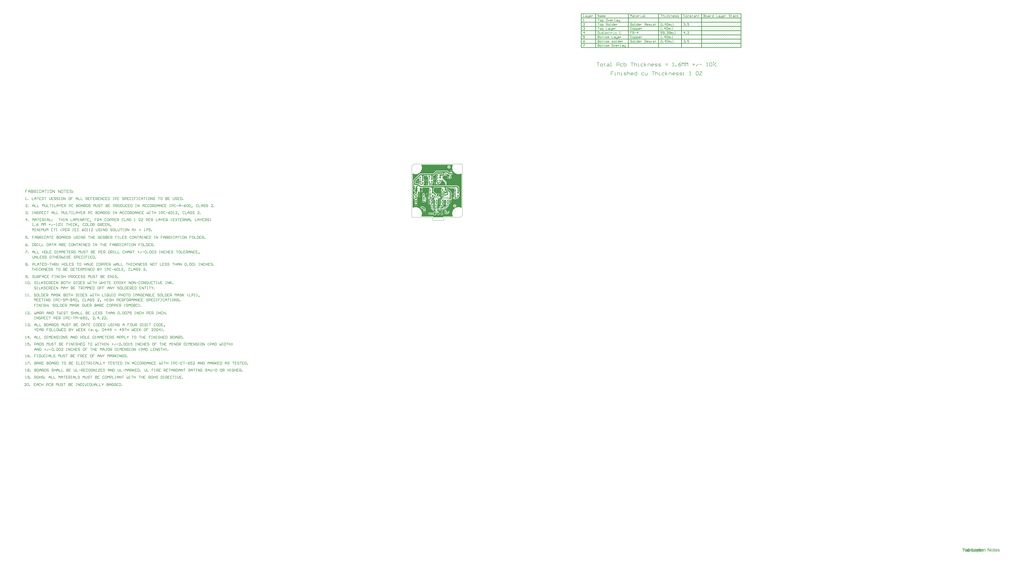
<source format=gtl>
G04 Layer_Physical_Order=1*
G04 Layer_Color=255*
%FSLAX25Y25*%
%MOIN*%
G70*
G01*
G75*
G04:AMPARAMS|DCode=10|XSize=19.68mil|YSize=23.62mil|CornerRadius=4.92mil|HoleSize=0mil|Usage=FLASHONLY|Rotation=180.000|XOffset=0mil|YOffset=0mil|HoleType=Round|Shape=RoundedRectangle|*
%AMROUNDEDRECTD10*
21,1,0.01968,0.01378,0,0,180.0*
21,1,0.00984,0.02362,0,0,180.0*
1,1,0.00984,-0.00492,0.00689*
1,1,0.00984,0.00492,0.00689*
1,1,0.00984,0.00492,-0.00689*
1,1,0.00984,-0.00492,-0.00689*
%
%ADD10ROUNDEDRECTD10*%
G04:AMPARAMS|DCode=11|XSize=19.68mil|YSize=23.62mil|CornerRadius=4.92mil|HoleSize=0mil|Usage=FLASHONLY|Rotation=90.000|XOffset=0mil|YOffset=0mil|HoleType=Round|Shape=RoundedRectangle|*
%AMROUNDEDRECTD11*
21,1,0.01968,0.01378,0,0,90.0*
21,1,0.00984,0.02362,0,0,90.0*
1,1,0.00984,0.00689,0.00492*
1,1,0.00984,0.00689,-0.00492*
1,1,0.00984,-0.00689,-0.00492*
1,1,0.00984,-0.00689,0.00492*
%
%ADD11ROUNDEDRECTD11*%
%ADD12R,0.03740X0.03937*%
%ADD13R,0.02953X0.05709*%
%ADD14R,0.01772X0.01279*%
%ADD15O,0.02362X0.00984*%
%ADD16O,0.01772X0.01279*%
%ADD17R,0.03937X0.03740*%
%ADD18R,0.06299X0.11024*%
%ADD19C,0.03937*%
%ADD20R,0.03740X0.02362*%
%ADD21R,0.05709X0.02953*%
%ADD22R,0.03858X0.03622*%
%ADD23R,0.03150X0.02165*%
%ADD24R,0.02165X0.03150*%
%ADD25C,0.03000*%
%ADD26C,0.01500*%
%ADD27C,0.01000*%
%ADD28C,0.00800*%
%ADD29C,0.02000*%
%ADD30C,0.00100*%
%ADD31C,0.00500*%
%ADD32C,0.00400*%
%ADD33R,0.05354X0.05354*%
%ADD34C,0.05354*%
%ADD35C,0.02000*%
%ADD36C,0.02400*%
G36*
X116786Y148856D02*
X116181Y147631D01*
X115423Y145396D01*
X114962Y143081D01*
X114808Y140726D01*
X114962Y138370D01*
X115423Y136055D01*
X116181Y133820D01*
X117225Y131704D01*
X118536Y129741D01*
X120093Y127967D01*
X121867Y126410D01*
X123830Y125099D01*
X125947Y124055D01*
X128182Y123296D01*
X130497Y122836D01*
X132852Y122682D01*
X135207Y122836D01*
X137522Y123296D01*
X139757Y124055D01*
X140982Y124659D01*
X141407Y124395D01*
Y27164D01*
X140982Y26900D01*
X139745Y27510D01*
X137514Y28267D01*
X135204Y28727D01*
X132854Y28881D01*
X130503Y28727D01*
X128193Y28267D01*
X125962Y27510D01*
X123849Y26468D01*
X121891Y25159D01*
X120120Y23606D01*
X118567Y21835D01*
X117258Y19877D01*
X116216Y17764D01*
X115459Y15533D01*
X114999Y13223D01*
X114845Y10872D01*
X114999Y8522D01*
X115459Y6211D01*
X116216Y3981D01*
X116839Y2719D01*
X116574Y2294D01*
X91142Y2294D01*
X90264Y2120D01*
X89520Y1622D01*
X89022Y878D01*
X88848Y0D01*
X61940D01*
X61765Y878D01*
X61268Y1622D01*
X60524Y2120D01*
X59646Y2294D01*
X27147D01*
X26883Y2719D01*
X27476Y3922D01*
X28234Y6155D01*
X28694Y8468D01*
X28849Y10821D01*
X28694Y13174D01*
X28234Y15487D01*
X27476Y17720D01*
X26433Y19835D01*
X25123Y21795D01*
X23568Y23568D01*
X21795Y25123D01*
X19835Y26433D01*
X17720Y27476D01*
X15487Y28234D01*
X13174Y28694D01*
X10821Y28849D01*
X8468Y28694D01*
X6155Y28234D01*
X3922Y27476D01*
X2719Y26883D01*
X2294Y27147D01*
Y124405D01*
X2719Y124669D01*
X3921Y124076D01*
X6156Y123317D01*
X8471Y122857D01*
X10827Y122703D01*
X13182Y122857D01*
X15497Y123317D01*
X17732Y124076D01*
X19850Y125120D01*
X21812Y126432D01*
X23587Y127988D01*
X25143Y129763D01*
X26455Y131725D01*
X27499Y133842D01*
X28257Y136077D01*
X28718Y138393D01*
X28872Y140748D01*
X28718Y143103D01*
X28257Y145419D01*
X27499Y147654D01*
X26906Y148856D01*
X27170Y149281D01*
X116522D01*
X116786Y148856D01*
D02*
G37*
G36*
X1614983Y-941828D02*
X1613797D01*
Y-940481D01*
X1614983D01*
Y-941828D01*
D02*
G37*
G36*
X1594077D02*
X1592891D01*
Y-940481D01*
X1594077D01*
Y-941828D01*
D02*
G37*
G36*
X1582116Y-942997D02*
X1582132Y-943000D01*
X1582337Y-943029D01*
X1582586Y-943087D01*
X1582850Y-943161D01*
X1582987Y-943222D01*
X1583229Y-943117D01*
X1583405Y-943058D01*
X1583595Y-943014D01*
X1583800Y-942985D01*
X1584005Y-942970D01*
X1584122D01*
X1584239Y-942985D01*
X1584400Y-943000D01*
X1584591Y-943029D01*
X1584795Y-943087D01*
X1585001Y-943146D01*
X1585220Y-943234D01*
X1585249Y-943248D01*
X1585323Y-943278D01*
X1585425Y-943336D01*
X1585557Y-943424D01*
X1585703Y-943527D01*
X1585850Y-943658D01*
X1586011Y-943805D01*
X1586157Y-943966D01*
X1586172Y-943981D01*
X1586216Y-944054D01*
X1586289Y-944156D01*
X1586377Y-944288D01*
X1586465Y-944449D01*
X1586567Y-944639D01*
X1586655Y-944859D01*
X1586743Y-945108D01*
X1586757Y-945137D01*
X1586772Y-945225D01*
X1586816Y-945357D01*
X1586860Y-945532D01*
X1586889Y-945737D01*
X1586933Y-945971D01*
X1586948Y-946235D01*
X1586962Y-946513D01*
Y-946528D01*
Y-946586D01*
Y-946689D01*
X1586948Y-946806D01*
X1586933Y-946967D01*
X1586918Y-947128D01*
X1586889Y-947333D01*
X1586845Y-947538D01*
X1586743Y-947977D01*
X1586669Y-948211D01*
X1586582Y-948446D01*
X1586479Y-948680D01*
X1586362Y-948899D01*
X1586230Y-949104D01*
X1586069Y-949295D01*
X1586055Y-949309D01*
X1586025Y-949339D01*
X1585981Y-949383D01*
X1585908Y-949441D01*
X1585835Y-949514D01*
X1585732Y-949602D01*
X1585615Y-949690D01*
X1585469Y-949778D01*
X1585161Y-949954D01*
X1584810Y-950115D01*
X1584605Y-950173D01*
X1584400Y-950217D01*
X1584181Y-950246D01*
X1583946Y-950261D01*
X1583829D01*
X1583741Y-950246D01*
X1583639Y-950232D01*
X1583522Y-950202D01*
X1583244Y-950129D01*
X1583097Y-950085D01*
X1582936Y-950012D01*
X1582892Y-949988D01*
X1582791Y-950027D01*
X1582557Y-950115D01*
X1582308Y-950188D01*
X1582015Y-950246D01*
X1581722Y-950261D01*
X1581620D01*
X1581517Y-950246D01*
X1581371Y-950232D01*
X1581210Y-950202D01*
X1581034Y-950159D01*
X1580844Y-950100D01*
X1580668Y-950027D01*
X1580654Y-950012D01*
X1580595Y-949983D01*
X1580507Y-949924D01*
X1580405Y-949851D01*
X1580273Y-949763D01*
X1580156Y-949661D01*
X1580024Y-949529D01*
X1579907Y-949397D01*
Y-952765D01*
X1578721D01*
Y-950100D01*
X1578266D01*
X1578251Y-950085D01*
X1578237Y-950041D01*
X1578207Y-949954D01*
X1578164Y-949851D01*
X1578120Y-949719D01*
X1578090Y-949573D01*
X1578061Y-949412D01*
X1578032Y-949222D01*
X1578003Y-949251D01*
X1577915Y-949309D01*
X1577798Y-949412D01*
X1577622Y-949529D01*
X1577432Y-949675D01*
X1577212Y-949807D01*
X1576992Y-949924D01*
X1576758Y-950027D01*
X1576729Y-950041D01*
X1576656Y-950056D01*
X1576539Y-950100D01*
X1576377Y-950144D01*
X1576173Y-950188D01*
X1575953Y-950217D01*
X1575719Y-950246D01*
X1575455Y-950261D01*
X1575353D01*
X1575265Y-950246D01*
X1575177D01*
X1575060Y-950232D01*
X1574811Y-950188D01*
X1574767Y-950179D01*
X1574724Y-950188D01*
X1574417Y-950246D01*
X1574080Y-950261D01*
X1573934D01*
X1573831Y-950246D01*
X1573714Y-950232D01*
X1573568Y-950217D01*
X1573407Y-950188D01*
X1573231Y-950144D01*
X1572865Y-950027D01*
X1572660Y-949954D01*
X1572470Y-949866D01*
X1572265Y-949763D01*
X1572075Y-949632D01*
X1571884Y-949485D01*
X1571709Y-949324D01*
X1571694Y-949309D01*
X1571665Y-949280D01*
X1571621Y-949222D01*
X1571577Y-949148D01*
X1571504Y-949046D01*
X1571430Y-948929D01*
X1571343Y-948797D01*
X1571269Y-948636D01*
X1571181Y-948446D01*
X1571094Y-948255D01*
X1571021Y-948021D01*
X1570962Y-947787D01*
X1570903Y-947523D01*
X1570859Y-947245D01*
X1570830Y-946938D01*
X1570815Y-946616D01*
Y-946586D01*
Y-946528D01*
X1570830Y-946425D01*
Y-946294D01*
X1570845Y-946133D01*
X1570874Y-945957D01*
X1570903Y-945752D01*
X1570906Y-945737D01*
X1566936D01*
Y-950100D01*
X1565500D01*
Y-941609D01*
X1562500D01*
Y-940481D01*
X1571986D01*
Y-941609D01*
X1566936D01*
Y-944610D01*
X1571263D01*
X1571269Y-944595D01*
X1571387Y-944361D01*
X1571533Y-944141D01*
X1571694Y-943937D01*
X1571884Y-943746D01*
X1571899Y-943732D01*
X1571928Y-943717D01*
X1571972Y-943673D01*
X1572045Y-943629D01*
X1572133Y-943571D01*
X1572236Y-943497D01*
X1572353Y-943424D01*
X1572499Y-943351D01*
X1572645Y-943292D01*
X1572807Y-943219D01*
X1573187Y-943087D01*
X1573612Y-943000D01*
X1573846Y-942985D01*
X1574080Y-942970D01*
X1574212D01*
X1574314Y-942985D01*
X1574446Y-943000D01*
X1574578Y-943014D01*
X1574739Y-943044D01*
X1574915Y-943087D01*
X1575100Y-943147D01*
X1575104Y-943146D01*
X1575294Y-943087D01*
X1575528Y-943044D01*
X1575792Y-943014D01*
X1576099Y-942985D01*
X1576421Y-942970D01*
X1576568D01*
X1576729Y-942985D01*
X1576934Y-943000D01*
X1577168Y-943029D01*
X1577417Y-943058D01*
X1577651Y-943117D01*
X1577871Y-943190D01*
X1577900Y-943205D01*
X1577959Y-943219D01*
X1578061Y-943278D01*
X1578178Y-943336D01*
X1578310Y-943410D01*
X1578456Y-943497D01*
X1578574Y-943600D01*
X1578691Y-943717D01*
X1578705Y-943732D01*
X1578721Y-943755D01*
Y-943131D01*
X1579805D01*
Y-944039D01*
X1579819Y-944010D01*
X1579863Y-943951D01*
X1579951Y-943863D01*
X1580053Y-943746D01*
X1580171Y-943614D01*
X1580317Y-943483D01*
X1580478Y-943351D01*
X1580654Y-943248D01*
X1580683Y-943234D01*
X1580741Y-943205D01*
X1580844Y-943161D01*
X1580931Y-943122D01*
Y-940481D01*
X1582116D01*
Y-942997D01*
D02*
G37*
G36*
X1627749Y-942985D02*
X1627896Y-943000D01*
X1628071Y-943029D01*
X1628276Y-943073D01*
X1628467Y-943131D01*
X1628672Y-943205D01*
X1628701Y-943219D01*
X1628759Y-943248D01*
X1628847Y-943292D01*
X1628964Y-943366D01*
X1629096Y-943453D01*
X1629228Y-943556D01*
X1629360Y-943673D01*
X1629462Y-943805D01*
X1629477Y-943819D01*
X1629506Y-943863D01*
X1629550Y-943951D01*
X1629609Y-944054D01*
X1629667Y-944171D01*
X1629726Y-944317D01*
X1629784Y-944493D01*
X1629828Y-944669D01*
Y-944683D01*
X1629843Y-944727D01*
X1629857Y-944815D01*
X1629872Y-944932D01*
Y-945093D01*
X1629887Y-945298D01*
X1629901Y-945532D01*
Y-945825D01*
Y-950100D01*
X1628716D01*
Y-945869D01*
Y-945854D01*
Y-945840D01*
Y-945752D01*
Y-945620D01*
X1628701Y-945459D01*
X1628686Y-945298D01*
X1628657Y-945108D01*
X1628613Y-944947D01*
X1628569Y-944800D01*
Y-944786D01*
X1628540Y-944742D01*
X1628511Y-944669D01*
X1628467Y-944595D01*
X1628393Y-944493D01*
X1628306Y-944405D01*
X1628203Y-944303D01*
X1628086Y-944215D01*
X1628071Y-944200D01*
X1628027Y-944185D01*
X1627954Y-944141D01*
X1627852Y-944098D01*
X1627735Y-944068D01*
X1627588Y-944024D01*
X1627442Y-944010D01*
X1627266Y-943995D01*
X1627134D01*
X1627003Y-944024D01*
X1626812Y-944054D01*
X1626607Y-944112D01*
X1626402Y-944200D01*
X1626168Y-944317D01*
X1625963Y-944478D01*
X1625934Y-944508D01*
X1625875Y-944581D01*
X1625788Y-944698D01*
X1625744Y-944786D01*
X1625700Y-944888D01*
X1625641Y-945005D01*
X1625597Y-945137D01*
X1625553Y-945283D01*
X1625509Y-945444D01*
X1625465Y-945635D01*
X1625451Y-945840D01*
X1625422Y-946059D01*
Y-946294D01*
Y-950100D01*
X1624236D01*
Y-943131D01*
X1625304D01*
Y-944127D01*
X1625319Y-944112D01*
X1625334Y-944083D01*
X1625378Y-944024D01*
X1625451Y-943951D01*
X1625524Y-943863D01*
X1625627Y-943761D01*
X1625729Y-943658D01*
X1625861Y-943541D01*
X1626022Y-943439D01*
X1626183Y-943336D01*
X1626358Y-943234D01*
X1626563Y-943146D01*
X1626768Y-943073D01*
X1627003Y-943014D01*
X1627251Y-942985D01*
X1627515Y-942970D01*
X1627617D01*
X1627749Y-942985D01*
D02*
G37*
G36*
X1591297Y-943004D02*
X1591354Y-943014D01*
X1591530Y-943073D01*
X1591735Y-943131D01*
X1591955Y-943234D01*
X1592189Y-943366D01*
X1591764Y-944449D01*
X1591749Y-944434D01*
X1591691Y-944405D01*
X1591603Y-944361D01*
X1591501Y-944317D01*
X1591369Y-944273D01*
X1591297Y-944252D01*
Y-948973D01*
X1592891D01*
Y-943131D01*
X1594077D01*
Y-948973D01*
X1596026D01*
Y-950100D01*
X1590023D01*
Y-944629D01*
X1589978Y-944683D01*
X1589905Y-944800D01*
X1589846Y-944932D01*
X1589788Y-945078D01*
X1589773Y-945108D01*
X1589758Y-945181D01*
X1589729Y-945313D01*
X1589700Y-945488D01*
X1589656Y-945693D01*
X1589627Y-945928D01*
X1589612Y-946177D01*
X1589597Y-946455D01*
Y-950100D01*
X1588412D01*
Y-943131D01*
X1589480D01*
Y-944171D01*
X1589495Y-944156D01*
X1589554Y-944068D01*
X1589627Y-943937D01*
X1589715Y-943790D01*
X1589832Y-943629D01*
X1589963Y-943468D01*
X1590023Y-943393D01*
Y-940481D01*
X1591297D01*
Y-943004D01*
D02*
G37*
G36*
X1666370Y-942985D02*
X1666560Y-943000D01*
X1666794Y-943029D01*
X1667028Y-943073D01*
X1667277Y-943131D01*
X1667512Y-943219D01*
X1667526D01*
X1667541Y-943234D01*
X1667614Y-943263D01*
X1667731Y-943322D01*
X1667863Y-943380D01*
X1668009Y-943483D01*
X1668170Y-943585D01*
X1668317Y-943717D01*
X1668434Y-943863D01*
X1668448Y-943878D01*
X1668478Y-943937D01*
X1668536Y-944024D01*
X1668609Y-944141D01*
X1668668Y-944288D01*
X1668741Y-944478D01*
X1668800Y-944683D01*
X1668858Y-944917D01*
X1667702Y-945078D01*
Y-945049D01*
X1667687Y-944991D01*
X1667658Y-944888D01*
X1667614Y-944771D01*
X1667555Y-944639D01*
X1667468Y-944508D01*
X1667365Y-944361D01*
X1667233Y-944244D01*
X1667219Y-944229D01*
X1667160Y-944200D01*
X1667072Y-944141D01*
X1666955Y-944083D01*
X1666809Y-944039D01*
X1666619Y-943981D01*
X1666413Y-943951D01*
X1666165Y-943937D01*
X1666033D01*
X1665886Y-943951D01*
X1665711Y-943966D01*
X1665520Y-944010D01*
X1665330Y-944054D01*
X1665140Y-944127D01*
X1664993Y-944215D01*
X1664979Y-944229D01*
X1664935Y-944259D01*
X1664891Y-944317D01*
X1664832Y-944390D01*
X1664759Y-944478D01*
X1664715Y-944595D01*
X1664671Y-944713D01*
X1664657Y-944844D01*
Y-944859D01*
Y-944888D01*
X1664671Y-944932D01*
Y-944991D01*
X1664715Y-945122D01*
X1664788Y-945269D01*
X1664803Y-945283D01*
X1664818Y-945298D01*
X1664906Y-945371D01*
X1664964Y-945430D01*
X1665037Y-945474D01*
X1665140Y-945532D01*
X1665242Y-945576D01*
X1665257D01*
X1665286Y-945591D01*
X1665345Y-945605D01*
X1665447Y-945635D01*
X1665579Y-945679D01*
X1665769Y-945737D01*
X1666004Y-945796D01*
X1666135Y-945840D01*
X1666296Y-945884D01*
X1666311D01*
X1666355Y-945898D01*
X1666413Y-945913D01*
X1666501Y-945942D01*
X1666604Y-945971D01*
X1666721Y-946001D01*
X1666985Y-946074D01*
X1667277Y-946162D01*
X1667570Y-946264D01*
X1667834Y-946352D01*
X1667951Y-946396D01*
X1668053Y-946440D01*
X1668082Y-946455D01*
X1668141Y-946484D01*
X1668229Y-946528D01*
X1668331Y-946586D01*
X1668463Y-946674D01*
X1668595Y-946791D01*
X1668712Y-946908D01*
X1668829Y-947055D01*
X1668844Y-947069D01*
X1668873Y-947128D01*
X1668917Y-947216D01*
X1668975Y-947333D01*
X1669034Y-947479D01*
X1669078Y-947655D01*
X1669107Y-947845D01*
X1669122Y-948065D01*
Y-948094D01*
Y-948168D01*
X1669107Y-948285D01*
X1669078Y-948416D01*
X1669034Y-948592D01*
X1668975Y-948782D01*
X1668888Y-948973D01*
X1668771Y-949178D01*
X1668756Y-949207D01*
X1668712Y-949265D01*
X1668624Y-949353D01*
X1668507Y-949471D01*
X1668375Y-949602D01*
X1668200Y-949734D01*
X1667995Y-949866D01*
X1667760Y-949983D01*
X1667731Y-949998D01*
X1667643Y-950027D01*
X1667512Y-950071D01*
X1667336Y-950115D01*
X1667116Y-950173D01*
X1666867Y-950217D01*
X1666589Y-950246D01*
X1666296Y-950261D01*
X1666165D01*
X1666077Y-950246D01*
X1665960D01*
X1665828Y-950232D01*
X1665520Y-950188D01*
X1665184Y-950129D01*
X1664847Y-950027D01*
X1664510Y-949895D01*
X1664364Y-949807D01*
X1664218Y-949705D01*
X1664203D01*
X1664188Y-949675D01*
X1664100Y-949602D01*
X1663983Y-949471D01*
X1663837Y-949280D01*
X1663691Y-949046D01*
X1663544Y-948753D01*
X1663412Y-948416D01*
X1663325Y-948021D01*
X1664496Y-947831D01*
Y-947845D01*
Y-947860D01*
X1664510Y-947948D01*
X1664554Y-948080D01*
X1664598Y-948241D01*
X1664671Y-948416D01*
X1664759Y-948592D01*
X1664891Y-948768D01*
X1665037Y-948929D01*
X1665052Y-948943D01*
X1665125Y-948987D01*
X1665228Y-949046D01*
X1665359Y-949104D01*
X1665550Y-949178D01*
X1665755Y-949236D01*
X1666018Y-949280D01*
X1666296Y-949295D01*
X1666428D01*
X1666575Y-949280D01*
X1666750Y-949251D01*
X1666955Y-949222D01*
X1667160Y-949163D01*
X1667351Y-949075D01*
X1667512Y-948973D01*
X1667526Y-948958D01*
X1667570Y-948914D01*
X1667643Y-948841D01*
X1667716Y-948753D01*
X1667775Y-948636D01*
X1667848Y-948490D01*
X1667892Y-948343D01*
X1667907Y-948182D01*
Y-948168D01*
Y-948109D01*
X1667892Y-948050D01*
X1667863Y-947948D01*
X1667819Y-947860D01*
X1667760Y-947743D01*
X1667673Y-947641D01*
X1667555Y-947553D01*
X1667541Y-947538D01*
X1667497Y-947523D01*
X1667424Y-947494D01*
X1667307Y-947435D01*
X1667146Y-947392D01*
X1666941Y-947318D01*
X1666809Y-947274D01*
X1666677Y-947245D01*
X1666516Y-947201D01*
X1666340Y-947157D01*
X1666326D01*
X1666282Y-947143D01*
X1666223Y-947128D01*
X1666135Y-947099D01*
X1666018Y-947069D01*
X1665901Y-947040D01*
X1665623Y-946952D01*
X1665330Y-946865D01*
X1665023Y-946777D01*
X1664745Y-946674D01*
X1664627Y-946630D01*
X1664525Y-946586D01*
X1664510Y-946572D01*
X1664437Y-946542D01*
X1664349Y-946484D01*
X1664247Y-946411D01*
X1664115Y-946323D01*
X1663998Y-946206D01*
X1663866Y-946074D01*
X1663764Y-945928D01*
X1663749Y-945913D01*
X1663720Y-945854D01*
X1663691Y-945767D01*
X1663647Y-945649D01*
X1663588Y-945518D01*
X1663559Y-945357D01*
X1663529Y-945181D01*
X1663515Y-944991D01*
Y-944976D01*
Y-944917D01*
X1663529Y-944815D01*
X1663544Y-944713D01*
X1663559Y-944581D01*
X1663603Y-944434D01*
X1663647Y-944273D01*
X1663720Y-944127D01*
X1663734Y-944112D01*
X1663764Y-944054D01*
X1663808Y-943981D01*
X1663881Y-943893D01*
X1663954Y-943790D01*
X1664057Y-943688D01*
X1664174Y-943571D01*
X1664305Y-943468D01*
X1664320Y-943453D01*
X1664364Y-943439D01*
X1664422Y-943395D01*
X1664510Y-943351D01*
X1664613Y-943292D01*
X1664745Y-943234D01*
X1664891Y-943175D01*
X1665052Y-943117D01*
X1665081D01*
X1665140Y-943087D01*
X1665228Y-943073D01*
X1665359Y-943044D01*
X1665520Y-943014D01*
X1665681Y-943000D01*
X1665872Y-942970D01*
X1666209D01*
X1666370Y-942985D01*
D02*
G37*
G36*
X1611440Y-943131D02*
X1612626D01*
Y-943516D01*
X1612715Y-943453D01*
X1612876Y-943366D01*
X1613052Y-943278D01*
X1613242Y-943205D01*
X1613462Y-943117D01*
X1613681Y-943058D01*
X1613916Y-943014D01*
X1614165Y-942985D01*
X1614428Y-942970D01*
X1614560D01*
X1614662Y-942985D01*
X1614779Y-943000D01*
X1614926Y-943014D01*
X1615072Y-943044D01*
X1615248Y-943087D01*
X1615599Y-943205D01*
X1615790Y-943278D01*
X1615980Y-943380D01*
X1616170Y-943483D01*
X1616361Y-943614D01*
X1616536Y-943761D01*
X1616712Y-943937D01*
X1616727Y-943951D01*
X1616756Y-943981D01*
X1616800Y-944039D01*
X1616858Y-944112D01*
X1616917Y-944215D01*
X1616956Y-944278D01*
X1617047Y-944141D01*
X1617208Y-943937D01*
X1617399Y-943746D01*
X1617413Y-943732D01*
X1617443Y-943717D01*
X1617487Y-943673D01*
X1617560Y-943629D01*
X1617648Y-943571D01*
X1617750Y-943497D01*
X1617867Y-943424D01*
X1618014Y-943351D01*
X1618160Y-943292D01*
X1618321Y-943219D01*
X1618702Y-943087D01*
X1619126Y-943000D01*
X1619361Y-942985D01*
X1619595Y-942970D01*
X1619727D01*
X1619829Y-942985D01*
X1619961Y-943000D01*
X1620093Y-943014D01*
X1620254Y-943044D01*
X1620429Y-943087D01*
X1620795Y-943205D01*
X1620838Y-943221D01*
X1620840Y-943219D01*
X1620855Y-943205D01*
X1620899Y-943175D01*
X1620972Y-943146D01*
X1621075Y-943087D01*
X1621177Y-943044D01*
X1621309Y-943014D01*
X1621455Y-942985D01*
X1621602Y-942970D01*
X1621704D01*
X1621821Y-942985D01*
X1621982Y-943014D01*
X1622158Y-943073D01*
X1622363Y-943131D01*
X1622583Y-943234D01*
X1622817Y-943366D01*
X1622392Y-944449D01*
X1622378Y-944434D01*
X1622319Y-944405D01*
X1622280Y-944385D01*
X1622318Y-944449D01*
X1622406Y-944595D01*
X1622479Y-944771D01*
X1622567Y-944976D01*
X1622640Y-945181D01*
X1622713Y-945415D01*
X1622772Y-945664D01*
X1622816Y-945942D01*
X1622845Y-946220D01*
X1622860Y-946528D01*
Y-946542D01*
Y-946586D01*
Y-946660D01*
Y-946747D01*
X1622845Y-946865D01*
Y-946996D01*
X1622830Y-947143D01*
X1622816Y-947304D01*
X1622757Y-947641D01*
X1622684Y-947992D01*
X1622581Y-948343D01*
X1622450Y-948651D01*
Y-948665D01*
X1622435Y-948680D01*
X1622376Y-948782D01*
X1622274Y-948914D01*
X1622142Y-949090D01*
X1621981Y-949280D01*
X1621776Y-949471D01*
X1621542Y-949661D01*
X1621264Y-949837D01*
X1621249D01*
X1621235Y-949851D01*
X1621191Y-949880D01*
X1621132Y-949895D01*
X1620971Y-949968D01*
X1620766Y-950041D01*
X1620517Y-950129D01*
X1620239Y-950188D01*
X1619931Y-950246D01*
X1619595Y-950261D01*
X1619448D01*
X1619346Y-950246D01*
X1619229Y-950232D01*
X1619082Y-950217D01*
X1618921Y-950188D01*
X1618746Y-950144D01*
X1618380Y-950027D01*
X1618175Y-949954D01*
X1617984Y-949866D01*
X1617779Y-949763D01*
X1617589Y-949632D01*
X1617399Y-949485D01*
X1617223Y-949324D01*
X1617208Y-949309D01*
X1617179Y-949280D01*
X1617135Y-949222D01*
X1617091Y-949148D01*
X1617043Y-949080D01*
X1616990Y-949163D01*
X1616756Y-949441D01*
X1616492Y-949675D01*
X1616478D01*
X1616463Y-949705D01*
X1616419Y-949734D01*
X1616346Y-949763D01*
X1616273Y-949807D01*
X1616185Y-949866D01*
X1616082Y-949910D01*
X1615951Y-949968D01*
X1615672Y-950071D01*
X1615321Y-950173D01*
X1614940Y-950232D01*
X1614501Y-950261D01*
X1614355D01*
X1614252Y-950246D01*
X1614121Y-950232D01*
X1613974Y-950217D01*
X1613813Y-950188D01*
X1613623Y-950144D01*
X1613242Y-950027D01*
X1613037Y-949954D01*
X1612847Y-949866D01*
X1612745Y-949815D01*
X1612787Y-950085D01*
X1612758D01*
X1612699Y-950100D01*
X1612612Y-950115D01*
X1612480Y-950129D01*
X1612348Y-950159D01*
X1612202Y-950173D01*
X1611894Y-950188D01*
X1611792D01*
X1611675Y-950173D01*
X1611528Y-950159D01*
X1611367Y-950144D01*
X1611191Y-950100D01*
X1611030Y-950056D01*
X1610884Y-949998D01*
X1610869Y-949983D01*
X1610825Y-949954D01*
X1610767Y-949910D01*
X1610694Y-949851D01*
X1610606Y-949778D01*
X1610533Y-949690D01*
X1610445Y-949588D01*
X1610386Y-949471D01*
Y-949456D01*
X1610372Y-949397D01*
X1610342Y-949309D01*
X1610328Y-949163D01*
X1610298Y-948973D01*
X1610284Y-948870D01*
X1610269Y-948738D01*
Y-948592D01*
X1610254Y-948431D01*
Y-948255D01*
Y-948065D01*
Y-944054D01*
X1610220D01*
X1608299Y-949220D01*
X1608307Y-949280D01*
Y-949295D01*
X1608322Y-949353D01*
X1608337Y-949441D01*
X1608366Y-949544D01*
X1608410Y-949661D01*
X1608468Y-949807D01*
X1608600Y-950100D01*
X1607972D01*
X1607928Y-950217D01*
Y-950232D01*
X1607913Y-950261D01*
X1607884Y-950320D01*
X1607855Y-950407D01*
X1607825Y-950495D01*
X1607781Y-950598D01*
X1607694Y-950847D01*
X1607577Y-951110D01*
X1607474Y-951359D01*
X1607372Y-951608D01*
X1607313Y-951710D01*
X1607269Y-951798D01*
X1607254Y-951828D01*
X1607211Y-951886D01*
X1607152Y-951989D01*
X1607064Y-952120D01*
X1606947Y-952252D01*
X1606830Y-952398D01*
X1606684Y-952530D01*
X1606537Y-952647D01*
X1606523Y-952662D01*
X1606464Y-952691D01*
X1606376Y-952735D01*
X1606259Y-952779D01*
X1606127Y-952838D01*
X1605951Y-952882D01*
X1605776Y-952911D01*
X1605571Y-952925D01*
X1605512D01*
X1605439Y-952911D01*
X1605351D01*
X1605234Y-952896D01*
X1605102Y-952867D01*
X1604810Y-952779D01*
X1604678Y-951681D01*
X1604692D01*
X1604736Y-951696D01*
X1604810Y-951710D01*
X1604912Y-951740D01*
X1605117Y-951784D01*
X1605351Y-951798D01*
X1605424D01*
X1605483Y-951784D01*
X1605585D01*
X1605791Y-951740D01*
X1605893Y-951710D01*
X1605981Y-951667D01*
X1605995D01*
X1606025Y-951637D01*
X1606069Y-951608D01*
X1606113Y-951564D01*
X1606244Y-951447D01*
X1606376Y-951286D01*
Y-951271D01*
X1606391Y-951242D01*
X1606420Y-951198D01*
X1606464Y-951110D01*
X1606508Y-950993D01*
X1606566Y-950847D01*
X1606640Y-950642D01*
X1606727Y-950407D01*
X1606742Y-950393D01*
X1606757Y-950334D01*
X1606801Y-950246D01*
X1606845Y-950115D01*
X1606646Y-949591D01*
X1606536Y-949675D01*
X1606316Y-949807D01*
X1606097Y-949924D01*
X1605862Y-950027D01*
X1605833Y-950041D01*
X1605760Y-950056D01*
X1605643Y-950100D01*
X1605482Y-950144D01*
X1605277Y-950188D01*
X1605057Y-950217D01*
X1604823Y-950246D01*
X1604560Y-950261D01*
X1604457D01*
X1604369Y-950246D01*
X1604281D01*
X1604164Y-950232D01*
X1603915Y-950188D01*
X1603623Y-950129D01*
X1603377Y-950039D01*
X1603404Y-950100D01*
X1602174D01*
X1602160Y-950085D01*
X1602145Y-950041D01*
X1602116Y-949954D01*
X1602072Y-949851D01*
X1602028Y-949719D01*
X1601999Y-949573D01*
X1601969Y-949412D01*
X1601940Y-949222D01*
X1601911Y-949251D01*
X1601823Y-949309D01*
X1601706Y-949412D01*
X1601530Y-949529D01*
X1601340Y-949675D01*
X1601120Y-949807D01*
X1600901Y-949924D01*
X1600666Y-950027D01*
X1600637Y-950041D01*
X1600564Y-950056D01*
X1600447Y-950100D01*
X1600286Y-950144D01*
X1600081Y-950188D01*
X1599861Y-950217D01*
X1599627Y-950246D01*
X1599364Y-950261D01*
X1599261D01*
X1599173Y-950246D01*
X1599085D01*
X1599010Y-950237D01*
X1598879Y-950246D01*
X1598674Y-950261D01*
X1598542D01*
X1598440Y-950246D01*
X1598323Y-950232D01*
X1598176Y-950217D01*
X1598030Y-950188D01*
X1597854Y-950144D01*
X1597488Y-950041D01*
X1597298Y-949954D01*
X1597108Y-949866D01*
X1596917Y-949763D01*
X1596742Y-949646D01*
X1596566Y-949500D01*
X1596390Y-949339D01*
X1596376Y-949324D01*
X1596346Y-949295D01*
X1596317Y-949236D01*
X1596259Y-949163D01*
X1596185Y-949061D01*
X1596112Y-948943D01*
X1596039Y-948812D01*
X1595966Y-948651D01*
X1595878Y-948475D01*
X1595805Y-948270D01*
X1595732Y-948050D01*
X1595658Y-947801D01*
X1595600Y-947553D01*
X1595571Y-947260D01*
X1595541Y-946967D01*
X1595527Y-946645D01*
Y-946630D01*
Y-946601D01*
Y-946528D01*
Y-946455D01*
X1595541Y-946352D01*
Y-946250D01*
X1595571Y-945971D01*
X1595615Y-945664D01*
X1595688Y-945342D01*
X1595776Y-944991D01*
X1595893Y-944669D01*
Y-944654D01*
X1595907Y-944625D01*
X1595937Y-944581D01*
X1595966Y-944522D01*
X1596054Y-944376D01*
X1596171Y-944185D01*
X1596332Y-943981D01*
X1596522Y-943775D01*
X1596756Y-943571D01*
X1597020Y-943395D01*
X1597035D01*
X1597049Y-943380D01*
X1597093Y-943351D01*
X1597152Y-943322D01*
X1597313Y-943263D01*
X1597518Y-943175D01*
X1597752Y-943102D01*
X1598045Y-943029D01*
X1598352Y-942985D01*
X1598674Y-942970D01*
X1598791D01*
X1598865Y-942985D01*
X1598967D01*
X1599069Y-943000D01*
X1599333Y-943044D01*
X1599378Y-943055D01*
X1599437Y-943044D01*
X1599700Y-943014D01*
X1600008Y-942985D01*
X1600330Y-942970D01*
X1600476D01*
X1600637Y-942985D01*
X1600842Y-943000D01*
X1601076Y-943029D01*
X1601325Y-943058D01*
X1601559Y-943117D01*
X1601779Y-943190D01*
X1601808Y-943205D01*
X1601867Y-943219D01*
X1601969Y-943278D01*
X1602087Y-943336D01*
X1602218Y-943410D01*
X1602365Y-943497D01*
X1602482Y-943600D01*
X1602599Y-943717D01*
X1602614Y-943732D01*
X1602643Y-943775D01*
X1602687Y-943834D01*
X1602745Y-943937D01*
X1602804Y-944054D01*
X1602805Y-944056D01*
X1602905Y-943922D01*
X1602920Y-943907D01*
X1602978Y-943849D01*
X1603052Y-943761D01*
X1603169Y-943658D01*
X1603315Y-943556D01*
X1603505Y-943439D01*
X1603710Y-943322D01*
X1603945Y-943219D01*
X1603959D01*
X1603974Y-943205D01*
X1604018Y-943190D01*
X1604062Y-943175D01*
X1604201Y-943147D01*
X1604195Y-943131D01*
X1604256D01*
X1604399Y-943087D01*
X1604633Y-943044D01*
X1604896Y-943014D01*
X1605204Y-942985D01*
X1605526Y-942970D01*
X1605672D01*
X1605833Y-942985D01*
X1606038Y-943000D01*
X1606272Y-943029D01*
X1606521Y-943058D01*
X1606755Y-943117D01*
X1606975Y-943190D01*
X1607004Y-943205D01*
X1607063Y-943219D01*
X1607165Y-943278D01*
X1607283Y-943336D01*
X1607414Y-943410D01*
X1607561Y-943497D01*
X1607678Y-943600D01*
X1607795Y-943717D01*
X1607810Y-943732D01*
X1607839Y-943775D01*
X1607883Y-943834D01*
X1607941Y-943937D01*
X1608000Y-944054D01*
X1608059Y-944185D01*
X1608117Y-944347D01*
X1608161Y-944522D01*
Y-944537D01*
X1608176Y-944581D01*
X1608190Y-944654D01*
X1608205Y-944771D01*
Y-944917D01*
X1608220Y-945108D01*
X1608234Y-945327D01*
Y-945605D01*
Y-946287D01*
X1609376Y-943174D01*
Y-943131D01*
X1610254D01*
Y-941418D01*
X1611440Y-940701D01*
Y-943131D01*
D02*
G37*
G36*
X1643151Y-950100D02*
X1641848D01*
X1636797Y-942546D01*
Y-950100D01*
X1635582D01*
Y-940481D01*
X1636870D01*
X1641935Y-948036D01*
Y-940481D01*
X1643151D01*
Y-950100D01*
D02*
G37*
G36*
X1653984Y-943131D02*
X1655170D01*
Y-944054D01*
X1653984D01*
Y-948138D01*
Y-948153D01*
Y-948211D01*
Y-948299D01*
X1653999Y-948402D01*
X1654013Y-948621D01*
X1654028Y-948709D01*
X1654043Y-948782D01*
X1654057Y-948812D01*
X1654087Y-948870D01*
X1654145Y-948943D01*
X1654233Y-949017D01*
X1654262Y-949031D01*
X1654336Y-949046D01*
X1654467Y-949075D01*
X1654643Y-949090D01*
X1654789D01*
X1654863Y-949075D01*
X1654950D01*
X1655170Y-949046D01*
X1655331Y-950085D01*
X1655302D01*
X1655243Y-950100D01*
X1655155Y-950115D01*
X1655024Y-950129D01*
X1654892Y-950159D01*
X1654745Y-950173D01*
X1654438Y-950188D01*
X1654336D01*
X1654218Y-950173D01*
X1654072Y-950159D01*
X1653911Y-950144D01*
X1653735Y-950100D01*
X1653574Y-950056D01*
X1653428Y-949998D01*
X1653413Y-949983D01*
X1653369Y-949954D01*
X1653311Y-949910D01*
X1653238Y-949851D01*
X1653150Y-949778D01*
X1653077Y-949690D01*
X1652989Y-949588D01*
X1652930Y-949471D01*
Y-949456D01*
X1652915Y-949397D01*
X1652886Y-949309D01*
X1652872Y-949163D01*
X1652842Y-948973D01*
X1652828Y-948870D01*
X1652813Y-948738D01*
Y-948592D01*
X1652798Y-948431D01*
Y-948255D01*
Y-948065D01*
Y-944054D01*
X1651920D01*
Y-943131D01*
X1652798D01*
Y-941418D01*
X1653984Y-940701D01*
Y-943131D01*
D02*
G37*
G36*
X1659416Y-942985D02*
X1659533Y-943000D01*
X1659679Y-943014D01*
X1659826Y-943044D01*
X1660001Y-943087D01*
X1660353Y-943205D01*
X1660543Y-943278D01*
X1660733Y-943380D01*
X1660924Y-943483D01*
X1661114Y-943614D01*
X1661289Y-943761D01*
X1661465Y-943937D01*
X1661480Y-943951D01*
X1661509Y-943981D01*
X1661553Y-944039D01*
X1661612Y-944112D01*
X1661670Y-944215D01*
X1661743Y-944332D01*
X1661831Y-944464D01*
X1661919Y-944625D01*
X1661992Y-944815D01*
X1662080Y-945005D01*
X1662153Y-945225D01*
X1662226Y-945474D01*
X1662270Y-945723D01*
X1662314Y-946001D01*
X1662344Y-946294D01*
X1662358Y-946616D01*
Y-946630D01*
Y-946689D01*
Y-946791D01*
X1662344Y-946923D01*
X1657161D01*
Y-946938D01*
Y-946967D01*
X1657176Y-947040D01*
Y-947113D01*
X1657190Y-947216D01*
X1657205Y-947318D01*
X1657264Y-947582D01*
X1657351Y-947860D01*
X1657454Y-948153D01*
X1657615Y-948446D01*
X1657805Y-948695D01*
X1657834Y-948724D01*
X1657908Y-948782D01*
X1658039Y-948885D01*
X1658200Y-948987D01*
X1658420Y-949104D01*
X1658669Y-949207D01*
X1658947Y-949265D01*
X1659255Y-949295D01*
X1659372D01*
X1659489Y-949280D01*
X1659635Y-949251D01*
X1659811Y-949207D01*
X1660001Y-949148D01*
X1660192Y-949075D01*
X1660367Y-948958D01*
X1660382Y-948943D01*
X1660440Y-948885D01*
X1660528Y-948812D01*
X1660631Y-948680D01*
X1660748Y-948534D01*
X1660865Y-948343D01*
X1660982Y-948109D01*
X1661099Y-947845D01*
X1662314Y-948007D01*
Y-948021D01*
X1662300Y-948050D01*
X1662285Y-948109D01*
X1662256Y-948182D01*
X1662226Y-948270D01*
X1662183Y-948372D01*
X1662065Y-948621D01*
X1661919Y-948885D01*
X1661743Y-949163D01*
X1661509Y-949441D01*
X1661246Y-949675D01*
X1661231D01*
X1661216Y-949705D01*
X1661172Y-949734D01*
X1661099Y-949763D01*
X1661026Y-949807D01*
X1660938Y-949866D01*
X1660836Y-949910D01*
X1660704Y-949968D01*
X1660426Y-950071D01*
X1660074Y-950173D01*
X1659694Y-950232D01*
X1659255Y-950261D01*
X1659108D01*
X1659006Y-950246D01*
X1658874Y-950232D01*
X1658727Y-950217D01*
X1658566Y-950188D01*
X1658376Y-950144D01*
X1657995Y-950027D01*
X1657791Y-949954D01*
X1657600Y-949866D01*
X1657395Y-949763D01*
X1657205Y-949632D01*
X1657015Y-949485D01*
X1656839Y-949324D01*
X1656824Y-949309D01*
X1656795Y-949280D01*
X1656751Y-949222D01*
X1656707Y-949148D01*
X1656634Y-949061D01*
X1656561Y-948943D01*
X1656473Y-948797D01*
X1656400Y-948636D01*
X1656312Y-948460D01*
X1656224Y-948270D01*
X1656151Y-948050D01*
X1656092Y-947816D01*
X1656034Y-947567D01*
X1655990Y-947289D01*
X1655961Y-946996D01*
X1655946Y-946689D01*
Y-946674D01*
Y-946616D01*
Y-946513D01*
X1655961Y-946396D01*
X1655975Y-946250D01*
X1655990Y-946074D01*
X1656019Y-945884D01*
X1656063Y-945679D01*
X1656166Y-945240D01*
X1656239Y-945020D01*
X1656327Y-944786D01*
X1656429Y-944566D01*
X1656546Y-944347D01*
X1656678Y-944141D01*
X1656839Y-943951D01*
X1656854Y-943937D01*
X1656883Y-943907D01*
X1656927Y-943863D01*
X1657000Y-943790D01*
X1657088Y-943717D01*
X1657205Y-943644D01*
X1657322Y-943556D01*
X1657468Y-943453D01*
X1657630Y-943366D01*
X1657805Y-943278D01*
X1657995Y-943205D01*
X1658215Y-943117D01*
X1658435Y-943058D01*
X1658669Y-943014D01*
X1658918Y-942985D01*
X1659181Y-942970D01*
X1659313D01*
X1659416Y-942985D01*
D02*
G37*
G36*
X1648187D02*
X1648318Y-943000D01*
X1648450Y-943014D01*
X1648611Y-943044D01*
X1648787Y-943087D01*
X1649153Y-943205D01*
X1649343Y-943278D01*
X1649548Y-943366D01*
X1649739Y-943483D01*
X1649929Y-943614D01*
X1650119Y-943761D01*
X1650295Y-943922D01*
X1650310Y-943937D01*
X1650339Y-943966D01*
X1650383Y-944024D01*
X1650441Y-944098D01*
X1650514Y-944185D01*
X1650588Y-944303D01*
X1650676Y-944449D01*
X1650763Y-944595D01*
X1650837Y-944771D01*
X1650924Y-944976D01*
X1650998Y-945181D01*
X1651071Y-945415D01*
X1651129Y-945664D01*
X1651173Y-945942D01*
X1651203Y-946220D01*
X1651217Y-946528D01*
Y-946542D01*
Y-946586D01*
Y-946660D01*
Y-946747D01*
X1651203Y-946865D01*
Y-946996D01*
X1651188Y-947143D01*
X1651173Y-947304D01*
X1651115Y-947641D01*
X1651041Y-947992D01*
X1650939Y-948343D01*
X1650807Y-948651D01*
Y-948665D01*
X1650793Y-948680D01*
X1650734Y-948782D01*
X1650632Y-948914D01*
X1650500Y-949090D01*
X1650339Y-949280D01*
X1650134Y-949471D01*
X1649900Y-949661D01*
X1649621Y-949837D01*
X1649607D01*
X1649592Y-949851D01*
X1649548Y-949880D01*
X1649490Y-949895D01*
X1649329Y-949968D01*
X1649124Y-950041D01*
X1648875Y-950129D01*
X1648597Y-950188D01*
X1648289Y-950246D01*
X1647952Y-950261D01*
X1647806D01*
X1647704Y-950246D01*
X1647586Y-950232D01*
X1647440Y-950217D01*
X1647279Y-950188D01*
X1647103Y-950144D01*
X1646737Y-950027D01*
X1646532Y-949954D01*
X1646342Y-949866D01*
X1646137Y-949763D01*
X1645947Y-949632D01*
X1645757Y-949485D01*
X1645581Y-949324D01*
X1645566Y-949309D01*
X1645537Y-949280D01*
X1645493Y-949222D01*
X1645449Y-949148D01*
X1645376Y-949046D01*
X1645303Y-948929D01*
X1645215Y-948797D01*
X1645142Y-948636D01*
X1645054Y-948446D01*
X1644966Y-948255D01*
X1644893Y-948021D01*
X1644834Y-947787D01*
X1644776Y-947523D01*
X1644732Y-947245D01*
X1644702Y-946938D01*
X1644688Y-946616D01*
Y-946586D01*
Y-946528D01*
X1644702Y-946425D01*
Y-946294D01*
X1644717Y-946133D01*
X1644746Y-945957D01*
X1644776Y-945752D01*
X1644819Y-945532D01*
X1644878Y-945298D01*
X1644951Y-945064D01*
X1645039Y-944830D01*
X1645142Y-944595D01*
X1645259Y-944361D01*
X1645405Y-944141D01*
X1645566Y-943937D01*
X1645757Y-943746D01*
X1645771Y-943732D01*
X1645800Y-943717D01*
X1645844Y-943673D01*
X1645918Y-943629D01*
X1646005Y-943571D01*
X1646108Y-943497D01*
X1646225Y-943424D01*
X1646371Y-943351D01*
X1646518Y-943292D01*
X1646679Y-943219D01*
X1647059Y-943087D01*
X1647484Y-943000D01*
X1647718Y-942985D01*
X1647952Y-942970D01*
X1648084D01*
X1648187Y-942985D01*
D02*
G37*
%LPC*%
G36*
X105650Y147185D02*
X104593Y147046D01*
X103607Y146638D01*
X102761Y145988D01*
X102112Y145142D01*
X101704Y144157D01*
X101565Y143100D01*
X101704Y142043D01*
X102112Y141058D01*
X102761Y140211D01*
X103607Y139562D01*
X104593Y139154D01*
X105650Y139015D01*
X106707Y139154D01*
X107692Y139562D01*
X108538Y140211D01*
X109188Y141058D01*
X109596Y142043D01*
X109735Y143100D01*
X109596Y144157D01*
X109188Y145142D01*
X108538Y145988D01*
X107692Y146638D01*
X106707Y147046D01*
X105650Y147185D01*
D02*
G37*
G36*
X113918Y133289D02*
X112950D01*
Y131400D01*
X114938D01*
Y132270D01*
X114860Y132660D01*
X114639Y132991D01*
X114309Y133212D01*
X113918Y133289D01*
D02*
G37*
G36*
X110950D02*
X109982D01*
X109591Y133212D01*
X109260Y132991D01*
X109039Y132660D01*
X108962Y132270D01*
Y131400D01*
X110950D01*
Y133289D01*
D02*
G37*
G36*
X100650Y132526D02*
X70250D01*
X69467Y132423D01*
X68737Y132121D01*
X68110Y131640D01*
X60997Y124526D01*
X31043D01*
X31022Y124523D01*
X31000Y124526D01*
X24450D01*
X23667Y124423D01*
X22937Y124120D01*
X22311Y123640D01*
X5760Y107089D01*
X5280Y106463D01*
X4977Y105733D01*
X4874Y104950D01*
Y96197D01*
X4801Y96088D01*
X4708Y95620D01*
Y91879D01*
X4801Y91411D01*
X5066Y91014D01*
X5455Y90755D01*
X5514Y90421D01*
X5497Y90233D01*
X5210Y90041D01*
X4989Y89711D01*
X4912Y89320D01*
Y88450D01*
X7900D01*
Y86450D01*
X4912D01*
Y85580D01*
X4989Y85190D01*
X5210Y84859D01*
X5541Y84638D01*
X5931Y84561D01*
X8427D01*
X8837Y84061D01*
X8828Y84012D01*
Y79526D01*
X7770D01*
X6987Y79423D01*
X6257Y79120D01*
X5631Y78640D01*
X5150Y78013D01*
X4848Y77283D01*
X4744Y76500D01*
X4848Y75717D01*
X5150Y74987D01*
X5631Y74360D01*
X6257Y73879D01*
X6987Y73577D01*
X7770Y73474D01*
X8828D01*
Y72988D01*
X8921Y72520D01*
X9186Y72123D01*
X9324Y72031D01*
Y71309D01*
X9257Y70969D01*
Y69511D01*
X5998Y66252D01*
X5445Y65425D01*
X5251Y64450D01*
Y60750D01*
X5445Y59775D01*
X5998Y58948D01*
X6616Y58534D01*
Y57966D01*
X5998Y57552D01*
X5445Y56726D01*
X5251Y55750D01*
Y54950D01*
X5445Y53975D01*
X5998Y53148D01*
X7048Y52097D01*
X7875Y51545D01*
X8850Y51351D01*
X9042D01*
X9166Y51164D01*
X9364Y51032D01*
Y50468D01*
X9166Y50336D01*
X8901Y49939D01*
X8808Y49470D01*
Y45730D01*
X8901Y45262D01*
X8993Y45125D01*
X8901Y44988D01*
X8808Y44520D01*
Y40780D01*
X8901Y40311D01*
X9166Y39914D01*
X9563Y39649D01*
X9600Y39642D01*
Y39135D01*
X9311Y38941D01*
X9089Y38611D01*
X9012Y38221D01*
Y37350D01*
X12000D01*
X14988D01*
Y38221D01*
X14910Y38611D01*
X14690Y38941D01*
X14400Y39135D01*
Y39642D01*
X14437Y39649D01*
X14834Y39914D01*
X15099Y40311D01*
X15192Y40780D01*
Y44520D01*
X15099Y44988D01*
X15007Y45125D01*
X15099Y45262D01*
X15192Y45730D01*
Y49470D01*
X15099Y49939D01*
X14834Y50336D01*
X14636Y50468D01*
Y51032D01*
X14834Y51164D01*
X15099Y51561D01*
X15192Y52030D01*
Y55770D01*
X15099Y56238D01*
X14834Y56635D01*
X14649Y56758D01*
Y58542D01*
X14836Y58666D01*
X15095Y59054D01*
X15429Y59114D01*
X15617Y59097D01*
X15809Y58811D01*
X16139Y58590D01*
X16530Y58512D01*
X17400D01*
Y61500D01*
Y64488D01*
X16530D01*
X16139Y64411D01*
X15809Y64189D01*
X15617Y63903D01*
X15429Y63886D01*
X15095Y63946D01*
X14836Y64334D01*
X14439Y64599D01*
X13971Y64692D01*
X12301D01*
X12109Y65154D01*
X12763Y65808D01*
X14220D01*
X14689Y65901D01*
X15086Y66166D01*
X15345Y66554D01*
X15679Y66614D01*
X15867Y66597D01*
X16059Y66311D01*
X16389Y66089D01*
X16780Y66012D01*
X17650D01*
Y69000D01*
Y72132D01*
X17459Y72488D01*
X17481Y72520D01*
X17574Y72988D01*
Y73006D01*
X18074Y73185D01*
X21198Y73185D01*
X21570Y73016D01*
X21676Y72758D01*
X21708Y72598D01*
X21929Y72267D01*
X22259Y72046D01*
X22650Y71969D01*
X24799D01*
Y78500D01*
X25799D01*
Y79500D01*
X29968D01*
Y84012D01*
X30386Y84474D01*
X49933D01*
X50287Y84121D01*
X50287Y82807D01*
X50073Y82487D01*
X49917Y81707D01*
Y80922D01*
X49615Y80720D01*
X49350Y80322D01*
X49257Y79854D01*
Y74146D01*
X49350Y73677D01*
X49614Y73282D01*
Y72017D01*
X49315Y71957D01*
X48918Y71692D01*
X48653Y71295D01*
X48560Y70827D01*
Y68465D01*
X48653Y67997D01*
X48918Y67599D01*
X49315Y67334D01*
X49783Y67241D01*
X53524D01*
X53992Y67334D01*
X54389Y67599D01*
X54440Y67677D01*
X54971Y67571D01*
X55015Y67349D01*
X55281Y66952D01*
X55677Y66687D01*
X55900Y66642D01*
Y64858D01*
X55677Y64814D01*
X55281Y64548D01*
X55015Y64151D01*
X54488Y64063D01*
X54389Y64212D01*
X53992Y64477D01*
X53524Y64570D01*
X52379D01*
X51653Y64714D01*
X50928Y64570D01*
X49783D01*
X49315Y64477D01*
X48918Y64212D01*
X48653Y63815D01*
X48560Y63346D01*
Y60984D01*
X48653Y60516D01*
X48918Y60119D01*
X49315Y59854D01*
X49601Y59797D01*
Y58458D01*
X49414Y58334D01*
X49155Y57946D01*
X48821Y57886D01*
X48633Y57903D01*
X48441Y58189D01*
X48111Y58411D01*
X47721Y58488D01*
X46850D01*
Y55500D01*
Y52512D01*
X47721D01*
X48111Y52589D01*
X48441Y52811D01*
X48633Y53097D01*
X48821Y53114D01*
X49155Y53054D01*
X49414Y52666D01*
X49811Y52401D01*
X50279Y52308D01*
X54020D01*
X54488Y52401D01*
X54885Y52666D01*
X55075Y52951D01*
X55500D01*
X56476Y53145D01*
X57302Y53698D01*
X60653Y57048D01*
X61205Y57875D01*
X61399Y58850D01*
Y59507D01*
X61854D01*
X62323Y59600D01*
X62720Y59865D01*
X62985Y60262D01*
X63078Y60730D01*
Y61478D01*
X64863Y61479D01*
Y61478D01*
X64964Y61561D01*
X64980Y61558D01*
X65662D01*
Y58992D01*
X65592Y58640D01*
Y58373D01*
X65205Y58056D01*
X65131Y58071D01*
X64351Y57915D01*
X63690Y57473D01*
X63248Y56812D01*
X63092Y56031D01*
X63248Y55251D01*
X63690Y54589D01*
X63809Y54510D01*
Y54009D01*
X63708Y53942D01*
X63266Y53280D01*
X63111Y52500D01*
X63266Y51720D01*
X63421Y51488D01*
X63153Y50988D01*
X62480D01*
X62090Y50911D01*
X61759Y50690D01*
X61538Y50359D01*
X61461Y49968D01*
Y49000D01*
X64350D01*
Y48000D01*
X65351D01*
Y45012D01*
X66220D01*
X66611Y45090D01*
X66941Y45311D01*
X67135Y45600D01*
X67642D01*
X67649Y45563D01*
X67914Y45166D01*
X68311Y44901D01*
X68661Y44832D01*
Y43168D01*
X68311Y43099D01*
X67914Y42834D01*
X67655Y42445D01*
X67321Y42386D01*
X67133Y42403D01*
X66941Y42689D01*
X66611Y42911D01*
X66220Y42988D01*
X65350D01*
Y40000D01*
Y37012D01*
X65416D01*
X65652Y36571D01*
X65541Y36406D01*
X65386Y35625D01*
Y34419D01*
X65339Y34349D01*
X65208Y33689D01*
Y32311D01*
X65339Y31651D01*
X65386Y31581D01*
Y31575D01*
X65541Y30794D01*
X65847Y30337D01*
X65594Y29837D01*
X65593D01*
X65202Y29760D01*
X64872Y29539D01*
X64651Y29208D01*
X64573Y28818D01*
Y28243D01*
X66675D01*
Y27243D01*
X67519D01*
Y25668D01*
X67612Y25200D01*
X67675Y25104D01*
Y24648D01*
X67758D01*
X68028Y24702D01*
X68274Y24538D01*
X68375Y24518D01*
X68383Y24506D01*
X68461Y24428D01*
Y22884D01*
X67987Y22723D01*
X67873Y22873D01*
X67104Y23462D01*
X66210Y23832D01*
X65250Y23959D01*
X64290Y23832D01*
X63396Y23462D01*
X62627Y22873D01*
X62518Y22865D01*
X61005Y24379D01*
X61023Y24560D01*
X61288Y24957D01*
X61381Y25425D01*
Y28575D01*
X61288Y29043D01*
X61023Y29440D01*
X60864Y29546D01*
Y31581D01*
X60911Y31651D01*
X61042Y32311D01*
Y32532D01*
X61084Y32595D01*
X61239Y33375D01*
Y36100D01*
X61084Y36880D01*
X60642Y37542D01*
X59980Y37984D01*
X59200Y38139D01*
X58993Y38098D01*
X58493Y38508D01*
Y41969D01*
X58400Y42437D01*
X58135Y42834D01*
X57738Y43099D01*
X57439Y43158D01*
Y44842D01*
X57738Y44901D01*
X58135Y45166D01*
X58400Y45563D01*
X58493Y46031D01*
Y49968D01*
X58400Y50437D01*
X58135Y50834D01*
X57738Y51099D01*
X57270Y51192D01*
X53530D01*
X53061Y51099D01*
X52664Y50834D01*
X52399Y50437D01*
X52392Y50400D01*
X51885D01*
X51691Y50690D01*
X51361Y50911D01*
X50971Y50988D01*
X50101D01*
Y48000D01*
Y45012D01*
X50971D01*
X51361Y45090D01*
X51691Y45311D01*
X51885Y45600D01*
X52392D01*
X52399Y45563D01*
X52664Y45166D01*
X53061Y44901D01*
X53360Y44842D01*
Y43158D01*
X53061Y43099D01*
X52664Y42834D01*
X52405Y42445D01*
X52071Y42386D01*
X51883Y42403D01*
X51691Y42689D01*
X51361Y42911D01*
X50971Y42988D01*
X50100D01*
Y40000D01*
Y37012D01*
X50971D01*
X51361Y37089D01*
X51691Y37310D01*
X51883Y37597D01*
X52071Y37614D01*
X52405Y37554D01*
X52664Y37166D01*
X53061Y36901D01*
X53530Y36808D01*
X53636D01*
Y34419D01*
X53589Y34349D01*
X53458Y33689D01*
Y32311D01*
X53589Y31651D01*
X53963Y31091D01*
X54523Y30717D01*
X55183Y30586D01*
X56167D01*
X56399Y30632D01*
X56786Y30315D01*
Y29594D01*
X54843D01*
X54452Y29517D01*
X54122Y29296D01*
X53901Y28965D01*
X53823Y28575D01*
Y28000D01*
X55925D01*
Y26000D01*
X53823D01*
Y25425D01*
X53901Y25035D01*
X54122Y24704D01*
X54452Y24483D01*
X54843Y24406D01*
X56740D01*
Y23720D01*
X56896Y22940D01*
X57338Y22278D01*
X60808Y18808D01*
X60808Y18808D01*
X61470Y18366D01*
X62167Y18227D01*
X62627Y17627D01*
X63396Y17038D01*
X64290Y16668D01*
X65250Y16541D01*
X66210Y16668D01*
X67104Y17038D01*
X67873Y17627D01*
X67987Y17777D01*
X68461Y17616D01*
Y16000D01*
X68616Y15220D01*
X69058Y14558D01*
X71884Y11732D01*
X71667Y11210D01*
X71541Y10250D01*
X71667Y9290D01*
X72038Y8396D01*
X72627Y7627D01*
X73396Y7038D01*
X74290Y6667D01*
X75250Y6541D01*
X76210Y6667D01*
X77104Y7038D01*
X77873Y7627D01*
X78462Y8396D01*
X78833Y9290D01*
X78959Y10250D01*
X78833Y11210D01*
X78462Y12104D01*
X77873Y12873D01*
X77104Y13462D01*
X76210Y13833D01*
X75451Y13932D01*
X72765Y16619D01*
X72799Y16865D01*
X73334Y17085D01*
X73396Y17038D01*
X74290Y16668D01*
X75250Y16541D01*
X76210Y16668D01*
X77104Y17038D01*
X77873Y17627D01*
X78462Y18396D01*
X78833Y19290D01*
X78948Y20164D01*
X82222Y23438D01*
X82222Y23438D01*
X82664Y24099D01*
X82724Y24403D01*
X83023Y24603D01*
X83288Y25000D01*
X83381Y25468D01*
Y28618D01*
X83288Y29086D01*
X83131Y29322D01*
X84376Y30567D01*
X84417D01*
X85078Y30698D01*
X85442Y30942D01*
X85558D01*
X85922Y30698D01*
X86583Y30567D01*
X87567D01*
X88227Y30698D01*
X88787Y31072D01*
X89161Y31632D01*
X89292Y32292D01*
Y33670D01*
X89161Y34330D01*
X89114Y34400D01*
Y36843D01*
X89408Y36901D01*
X89805Y37166D01*
X90070Y37563D01*
X90163Y38032D01*
Y41969D01*
X90070Y42437D01*
X89805Y42834D01*
X89408Y43099D01*
X89114Y43444D01*
X89109Y43472D01*
Y44842D01*
X89408Y44901D01*
X89805Y45166D01*
X90070Y45563D01*
X90163Y46031D01*
Y49389D01*
X90250Y49461D01*
X90829Y49576D01*
X91319Y49600D01*
X91319Y49600D01*
X91319Y49600D01*
X93211Y49600D01*
Y48750D01*
X96101D01*
Y47750D01*
X97101D01*
Y44762D01*
X97970D01*
X98361Y44840D01*
X98691Y45061D01*
X98885Y45350D01*
X99392D01*
X99399Y45313D01*
X99664Y44916D01*
X100061Y44651D01*
X100410Y44582D01*
Y43158D01*
X100111Y43099D01*
X99714Y42834D01*
X99455Y42445D01*
X99121Y42386D01*
X98933Y42403D01*
X98741Y42689D01*
X98411Y42911D01*
X98020Y42988D01*
X97150D01*
Y40000D01*
Y37012D01*
X97429D01*
X97664Y36571D01*
X97541Y36387D01*
X97386Y35606D01*
Y34400D01*
X97339Y34330D01*
X97208Y33670D01*
Y32292D01*
X97339Y31632D01*
X97386Y31562D01*
Y30270D01*
X96621Y29505D01*
X96440Y29523D01*
X96043Y29788D01*
X95575Y29881D01*
X92425D01*
X91957Y29788D01*
X91560Y29523D01*
X91424Y29319D01*
X91280D01*
X90499Y29164D01*
X89838Y28721D01*
X85049Y23932D01*
X84290Y23832D01*
X83396Y23462D01*
X82627Y22873D01*
X82038Y22104D01*
X81668Y21210D01*
X81541Y20250D01*
X81668Y19290D01*
X82038Y18396D01*
X82627Y17627D01*
X83396Y17038D01*
X84290Y16668D01*
X85250Y16541D01*
X86210Y16668D01*
X87104Y17038D01*
X87873Y17627D01*
X88462Y18396D01*
X88832Y19290D01*
X88959Y20250D01*
X88832Y21210D01*
X88616Y21732D01*
X90944Y24060D01*
X91406Y23868D01*
Y23343D01*
X91483Y22952D01*
X91704Y22622D01*
X92035Y22401D01*
X92425Y22323D01*
X93000D01*
Y24425D01*
X95000D01*
Y22323D01*
X95575D01*
X95965Y22401D01*
X96296Y22622D01*
X96517Y22952D01*
X96594Y23343D01*
Y25240D01*
X97280D01*
X98060Y25396D01*
X98721Y25838D01*
X100867Y27983D01*
X100867Y27983D01*
X101309Y28645D01*
X101464Y29425D01*
Y30296D01*
X101851Y30613D01*
X102083Y30567D01*
X103067D01*
X103727Y30698D01*
X104287Y31072D01*
X104661Y31632D01*
X104792Y32292D01*
Y33670D01*
X104661Y34330D01*
X104614Y34400D01*
Y36867D01*
X104788Y36901D01*
X105185Y37166D01*
X105450Y37563D01*
X105529Y37961D01*
X107000D01*
X107780Y38116D01*
X108442Y38558D01*
X108884Y39220D01*
X109039Y40000D01*
X108884Y40780D01*
X108442Y41442D01*
X107780Y41884D01*
X107000Y42039D01*
X105529D01*
X105450Y42437D01*
X105185Y42834D01*
X104788Y43099D01*
X104489Y43158D01*
Y44602D01*
X104738Y44651D01*
X105135Y44916D01*
X105400Y45313D01*
X105493Y45781D01*
Y49718D01*
X105467Y49851D01*
X105846Y50351D01*
X106542D01*
X106666Y50164D01*
X107054Y49905D01*
X107114Y49571D01*
X107097Y49383D01*
X106810Y49191D01*
X106589Y48861D01*
X106512Y48471D01*
Y47600D01*
X109500D01*
X112488D01*
Y48471D01*
X112410Y48861D01*
X112189Y49191D01*
X111903Y49383D01*
X111886Y49571D01*
X111945Y49905D01*
X112334Y50164D01*
X112599Y50561D01*
X112692Y51029D01*
Y54770D01*
X112599Y55238D01*
X112334Y55635D01*
X112069Y55812D01*
Y66500D01*
Y70956D01*
X112069Y70957D01*
X111966Y71740D01*
X111664Y72470D01*
X111183Y73096D01*
X111183Y73096D01*
X104140Y80140D01*
X103513Y80620D01*
X102783Y80923D01*
X102000Y81026D01*
X98069D01*
Y83247D01*
X99297Y84474D01*
X107053D01*
X107358Y84102D01*
X107514Y83322D01*
X107956Y82661D01*
X108617Y82218D01*
X109398Y82063D01*
X119853D01*
X122131Y79785D01*
X122115Y79619D01*
X121850Y79223D01*
X121757Y78754D01*
Y73046D01*
X121850Y72577D01*
X121868Y72550D01*
X121601Y72050D01*
X121555D01*
X121087Y71957D01*
X120690Y71692D01*
X120425Y71295D01*
X120332Y70827D01*
Y68464D01*
X120425Y67996D01*
X120690Y67599D01*
X121087Y67334D01*
X121555Y67241D01*
X125285D01*
X125296Y67240D01*
X125781Y66828D01*
X125766Y64869D01*
X125379Y64553D01*
X125295Y64570D01*
X124151D01*
X123425Y64714D01*
X122699Y64570D01*
X121555D01*
X121087Y64477D01*
X120690Y64212D01*
X120425Y63815D01*
X120332Y63346D01*
Y60984D01*
X120425Y60516D01*
X120690Y60119D01*
X120876Y59995D01*
Y58112D01*
X120811Y58099D01*
X120414Y57834D01*
X120155Y57446D01*
X119821Y57386D01*
X119633Y57403D01*
X119441Y57689D01*
X119111Y57911D01*
X118720Y57988D01*
X117850D01*
Y55000D01*
Y52012D01*
X118720D01*
X119111Y52090D01*
X119441Y52311D01*
X119633Y52597D01*
X119821Y52614D01*
X120155Y52555D01*
X120414Y52166D01*
X120811Y51901D01*
X121280Y51808D01*
X125020D01*
X125488Y51901D01*
X125885Y52166D01*
X126075Y52451D01*
X127900D01*
X128875Y52645D01*
X129702Y53198D01*
X133302Y56798D01*
X133855Y57625D01*
X134049Y58600D01*
Y59507D01*
X134354D01*
X134823Y59600D01*
X135220Y59865D01*
X135485Y60262D01*
X135578Y60730D01*
Y63683D01*
X135485Y64151D01*
X135220Y64548D01*
X134823Y64814D01*
X134600Y64858D01*
X134600Y66642D01*
X134823Y66687D01*
X135220Y66952D01*
X135485Y67349D01*
X135578Y67817D01*
Y70770D01*
X135485Y71238D01*
X135220Y71635D01*
X134823Y71900D01*
X134526Y71959D01*
Y76172D01*
X134569Y76500D01*
Y84207D01*
X134466Y84990D01*
X134164Y85720D01*
X133683Y86346D01*
X130390Y89640D01*
X129763Y90121D01*
X129033Y90423D01*
X128250Y90526D01*
X111625D01*
X110847Y90628D01*
X107948D01*
X107170Y90526D01*
X98043D01*
X98043Y90526D01*
X98043Y90526D01*
X63543D01*
X63543Y90526D01*
X63543Y90526D01*
X33813D01*
X33750Y91000D01*
X33750D01*
Y94004D01*
X33799Y94250D01*
Y95257D01*
X34104D01*
X34573Y95350D01*
X34969Y95615D01*
X35235Y96012D01*
X35328Y96480D01*
Y99433D01*
X35235Y99901D01*
X34969Y100298D01*
X34573Y100564D01*
X34350Y100608D01*
Y102392D01*
X34573Y102436D01*
X34969Y102702D01*
X35235Y103099D01*
X35328Y103567D01*
Y106520D01*
X35235Y106988D01*
X34969Y107385D01*
X34573Y107650D01*
X34104Y107743D01*
X34069D01*
Y113000D01*
Y117040D01*
X35503Y118474D01*
X44624D01*
X44673Y117974D01*
X44220Y117884D01*
X43558Y117442D01*
X43116Y116780D01*
X42961Y116000D01*
X43116Y115220D01*
X43558Y114558D01*
X44220Y114116D01*
X45000Y113961D01*
X47257D01*
Y113146D01*
X47350Y112677D01*
X47615Y112280D01*
X47917Y112078D01*
Y111420D01*
X47461D01*
X46992Y111327D01*
X46595Y111062D01*
X46330Y110665D01*
X46237Y110197D01*
Y107835D01*
X46268Y107678D01*
X46000Y107178D01*
X46000D01*
Y103374D01*
X46000D01*
X46268Y102874D01*
X46237Y102717D01*
Y100354D01*
X46330Y99886D01*
X46595Y99489D01*
X46992Y99224D01*
X47461Y99131D01*
X48131D01*
X48601Y98661D01*
Y97458D01*
X48414Y97334D01*
X48155Y96946D01*
X47821Y96886D01*
X47633Y96903D01*
X47442Y97189D01*
X47111Y97411D01*
X46720Y97488D01*
X45850D01*
Y94500D01*
Y91512D01*
X46720D01*
X47111Y91589D01*
X47442Y91811D01*
X47633Y92097D01*
X47821Y92114D01*
X48155Y92054D01*
X48414Y91666D01*
X48811Y91401D01*
X49279Y91308D01*
X53020D01*
X53488Y91401D01*
X53885Y91666D01*
X54075Y91951D01*
X55500D01*
X56475Y92145D01*
X57302Y92698D01*
X58802Y94198D01*
X59355Y95025D01*
X59549Y96000D01*
Y98757D01*
X59854D01*
X60323Y98850D01*
X60720Y99115D01*
X60985Y99512D01*
X61078Y99980D01*
Y102933D01*
X60985Y103401D01*
X60720Y103798D01*
X60323Y104063D01*
X60100Y104108D01*
X60100Y105892D01*
X60323Y105937D01*
X60720Y106202D01*
X60985Y106599D01*
X61078Y107067D01*
Y110020D01*
X60985Y110488D01*
X60720Y110885D01*
X60323Y111150D01*
X60069Y111200D01*
Y116000D01*
Y117747D01*
X60797Y118474D01*
X62250D01*
X63033Y118577D01*
X63763Y118879D01*
X64390Y119360D01*
X71503Y126474D01*
X86597D01*
X87824Y125247D01*
Y124559D01*
X87757Y124218D01*
Y123436D01*
X87347Y123026D01*
X83209D01*
X83150Y123322D01*
X82885Y123720D01*
X82488Y123985D01*
X82020Y124078D01*
X79067D01*
X78599Y123985D01*
X78202Y123720D01*
X77937Y123322D01*
X77892Y123100D01*
X76108D01*
X76063Y123322D01*
X75798Y123720D01*
X75401Y123985D01*
X74933Y124078D01*
X71980D01*
X71512Y123985D01*
X71115Y123720D01*
X70850Y123322D01*
X70757Y122854D01*
Y117146D01*
X70850Y116677D01*
X71115Y116280D01*
X71417Y116078D01*
Y114913D01*
X71402Y114910D01*
X71005Y114645D01*
X70740Y114248D01*
X70647Y113779D01*
Y111417D01*
X70740Y110949D01*
X71005Y110552D01*
X71402Y110287D01*
X71701Y110227D01*
Y109510D01*
X71856Y108729D01*
X72298Y108068D01*
X72366Y108023D01*
X72214Y107523D01*
X71870D01*
X71402Y107430D01*
X71005Y107164D01*
X70740Y106767D01*
X70647Y106299D01*
Y103937D01*
X70740Y103469D01*
X71005Y103072D01*
X71191Y102947D01*
Y100019D01*
X70914Y99834D01*
X70655Y99445D01*
X70321Y99386D01*
X70133Y99403D01*
X69942Y99689D01*
X69611Y99910D01*
X69221Y99988D01*
X68350D01*
Y97000D01*
Y94012D01*
X69221D01*
X69611Y94090D01*
X69942Y94310D01*
X70133Y94597D01*
X70321Y94614D01*
X70655Y94555D01*
X70914Y94166D01*
X71311Y93901D01*
X71780Y93808D01*
X75520D01*
X75988Y93901D01*
X76385Y94166D01*
X76575Y94451D01*
X77500D01*
X78475Y94645D01*
X79302Y95198D01*
X82302Y98198D01*
X82855Y99024D01*
X83049Y100000D01*
Y102257D01*
X83354D01*
X83823Y102350D01*
X84219Y102615D01*
X84485Y103012D01*
X84578Y103480D01*
Y105947D01*
X84931Y106300D01*
X86460Y106300D01*
X94665Y98095D01*
Y94613D01*
X94563Y94100D01*
X94718Y93320D01*
X95161Y92658D01*
X95822Y92216D01*
X96602Y92061D01*
X97383Y92216D01*
X98044Y92658D01*
X98486Y93320D01*
X98642Y94100D01*
X98540Y94613D01*
Y98898D01*
X98392Y99639D01*
X97972Y100267D01*
X87937Y110302D01*
Y115487D01*
X88039Y116000D01*
X87945Y116474D01*
X88310Y116974D01*
X88600D01*
X89384Y117077D01*
X90113Y117379D01*
X90740Y117860D01*
X91938Y119058D01*
X92721D01*
X93189Y119151D01*
X93586Y119416D01*
X93718Y119614D01*
X94282Y119614D01*
X94414Y119416D01*
X94811Y119151D01*
X95280Y119058D01*
X99020D01*
X99488Y119151D01*
X99885Y119416D01*
X100150Y119813D01*
X100243Y120282D01*
Y123837D01*
X102033D01*
X103860Y122011D01*
X103860Y122011D01*
X104487Y121530D01*
X105217Y121228D01*
X106000Y121124D01*
X106000Y121124D01*
X106233D01*
X106468Y120684D01*
X106366Y120530D01*
X106211Y119750D01*
X106366Y118970D01*
X106808Y118308D01*
X107258Y117858D01*
Y116523D01*
X106959Y116463D01*
X106562Y116198D01*
X106303Y115810D01*
X105969Y115751D01*
X105780Y115767D01*
X105589Y116054D01*
X105258Y116275D01*
X104868Y116352D01*
X103998D01*
Y113364D01*
Y110376D01*
X104868D01*
X105258Y110454D01*
X105589Y110675D01*
X105780Y110961D01*
X105969Y110978D01*
X106303Y110919D01*
X106562Y110530D01*
X106959Y110265D01*
X107427Y110172D01*
X111167D01*
X111635Y110265D01*
X112032Y110530D01*
X112298Y110927D01*
X112391Y111396D01*
Y115333D01*
X112298Y115801D01*
X112032Y116198D01*
X111635Y116463D01*
X111336Y116523D01*
Y118703D01*
X111244Y119166D01*
X111193Y119645D01*
X111193Y119645D01*
X111193Y119645D01*
X111193Y120692D01*
X111563Y121007D01*
X113918D01*
X114387Y121100D01*
X114784Y121365D01*
X115049Y121762D01*
X115142Y122230D01*
Y125970D01*
X115049Y126439D01*
X114784Y126836D01*
X114395Y127095D01*
X114336Y127429D01*
X114353Y127617D01*
X114639Y127808D01*
X114860Y128139D01*
X114938Y128530D01*
Y129400D01*
X111950D01*
X108962D01*
Y128530D01*
X109039Y128139D01*
X109260Y127808D01*
X109458Y127676D01*
X109307Y127176D01*
X107253D01*
X102790Y131640D01*
X102163Y132121D01*
X101433Y132423D01*
X100650Y132526D01*
D02*
G37*
G36*
X101998Y116352D02*
X101128D01*
X100738Y116275D01*
X100407Y116054D01*
X100186Y115723D01*
X100108Y115333D01*
Y114364D01*
X101998D01*
Y116352D01*
D02*
G37*
G36*
Y112364D02*
X100108D01*
Y111396D01*
X100186Y111005D01*
X100407Y110675D01*
X100738Y110454D01*
X101128Y110376D01*
X101998D01*
Y112364D01*
D02*
G37*
G36*
X67736Y111059D02*
X66866D01*
Y109858D01*
X68756D01*
Y110039D01*
X68678Y110430D01*
X68457Y110760D01*
X68126Y110981D01*
X67736Y111059D01*
D02*
G37*
G36*
X64866D02*
X63996D01*
X63606Y110981D01*
X63275Y110760D01*
X63054Y110430D01*
X62976Y110039D01*
Y109858D01*
X64866D01*
Y111059D01*
D02*
G37*
G36*
X68756Y107858D02*
X66866D01*
Y106658D01*
X67736D01*
X68126Y106735D01*
X68457Y106956D01*
X68678Y107287D01*
X68756Y107677D01*
Y107858D01*
D02*
G37*
G36*
X64866D02*
X62976D01*
Y107677D01*
X63054Y107287D01*
X63275Y106956D01*
X63606Y106735D01*
X63996Y106658D01*
X64866D01*
Y107858D01*
D02*
G37*
G36*
X43327Y107476D02*
X42457D01*
Y106276D01*
X44346D01*
Y106457D01*
X44269Y106847D01*
X44048Y107178D01*
X43717Y107399D01*
X43327Y107476D01*
D02*
G37*
G36*
X40457D02*
X39587D01*
X39196Y107399D01*
X38866Y107178D01*
X38645Y106847D01*
X38567Y106457D01*
Y106276D01*
X40457D01*
Y107476D01*
D02*
G37*
G36*
X44346Y104276D02*
X42457D01*
Y103075D01*
X43327D01*
X43717Y103153D01*
X44048Y103374D01*
X44269Y103704D01*
X44346Y104095D01*
Y104276D01*
D02*
G37*
G36*
X40457D02*
X38567D01*
Y104095D01*
X38645Y103704D01*
X38866Y103374D01*
X39196Y103153D01*
X39587Y103075D01*
X40457D01*
Y104276D01*
D02*
G37*
G36*
X66350Y99988D02*
X65480D01*
X65090Y99910D01*
X64759Y99689D01*
X64538Y99359D01*
X64461Y98968D01*
Y98000D01*
X66350D01*
Y99988D01*
D02*
G37*
G36*
X43850Y97488D02*
X42980D01*
X42590Y97411D01*
X42259Y97189D01*
X42038Y96859D01*
X41961Y96469D01*
Y95500D01*
X43850D01*
Y97488D01*
D02*
G37*
G36*
X66350Y96000D02*
X64461D01*
Y95031D01*
X64538Y94641D01*
X64759Y94310D01*
X65090Y94090D01*
X65480Y94012D01*
X66350D01*
Y96000D01*
D02*
G37*
G36*
X43850Y93500D02*
X41961D01*
Y92532D01*
X42038Y92141D01*
X42259Y91811D01*
X42590Y91589D01*
X42980Y91512D01*
X43850D01*
Y93500D01*
D02*
G37*
G36*
X29968Y77500D02*
X26799D01*
Y71969D01*
X28949D01*
X29339Y72046D01*
X29670Y72267D01*
X29891Y72598D01*
X29968Y72988D01*
Y77500D01*
D02*
G37*
G36*
X20520Y71988D02*
X19650D01*
Y70000D01*
X21539D01*
Y70969D01*
X21462Y71359D01*
X21241Y71689D01*
X20910Y71911D01*
X20520Y71988D01*
D02*
G37*
G36*
X45650Y68106D02*
X44780D01*
Y66906D01*
X46669D01*
Y67087D01*
X46592Y67477D01*
X46371Y67808D01*
X46040Y68029D01*
X45650Y68106D01*
D02*
G37*
G36*
X42779D02*
X41909D01*
X41519Y68029D01*
X41188Y67808D01*
X40967Y67477D01*
X40890Y67087D01*
Y66906D01*
X42779D01*
Y68106D01*
D02*
G37*
G36*
X117421Y68106D02*
X116551D01*
Y66906D01*
X118441D01*
Y67087D01*
X118363Y67477D01*
X118142Y67808D01*
X117811Y68029D01*
X117421Y68106D01*
D02*
G37*
G36*
X114551D02*
X113681D01*
X113291Y68029D01*
X112960Y67808D01*
X112739Y67477D01*
X112662Y67087D01*
Y66906D01*
X114551D01*
Y68106D01*
D02*
G37*
G36*
X21539Y68000D02*
X19650D01*
Y66012D01*
X20520D01*
X20910Y66089D01*
X21241Y66311D01*
X21462Y66641D01*
X21539Y67032D01*
Y68000D01*
D02*
G37*
G36*
X118441Y64906D02*
X116551D01*
Y63705D01*
X117421D01*
X117811Y63783D01*
X118142Y64003D01*
X118363Y64334D01*
X118441Y64724D01*
Y64906D01*
D02*
G37*
G36*
X114551D02*
X112662D01*
Y64724D01*
X112739Y64334D01*
X112960Y64003D01*
X113291Y63783D01*
X113681Y63705D01*
X114551D01*
Y64906D01*
D02*
G37*
G36*
X46669Y64906D02*
X44780D01*
Y63705D01*
X45650D01*
X46040Y63783D01*
X46371Y64003D01*
X46592Y64334D01*
X46669Y64724D01*
Y64906D01*
D02*
G37*
G36*
X42779D02*
X40890D01*
Y64724D01*
X40967Y64334D01*
X41188Y64003D01*
X41519Y63783D01*
X41909Y63705D01*
X42779D01*
Y64906D01*
D02*
G37*
G36*
X20270Y64488D02*
X19400D01*
Y62500D01*
X21289D01*
Y63468D01*
X21212Y63859D01*
X20991Y64189D01*
X20660Y64411D01*
X20270Y64488D01*
D02*
G37*
G36*
X21289Y60500D02*
X19400D01*
Y58512D01*
X20270D01*
X20660Y58590D01*
X20991Y58811D01*
X21212Y59141D01*
X21289Y59531D01*
Y60500D01*
D02*
G37*
G36*
X44850Y58488D02*
X43980D01*
X43590Y58411D01*
X43259Y58189D01*
X43038Y57859D01*
X42961Y57468D01*
Y56500D01*
X44850D01*
Y58488D01*
D02*
G37*
G36*
X115850Y57988D02*
X114980D01*
X114590Y57911D01*
X114259Y57689D01*
X114038Y57359D01*
X113961Y56968D01*
Y56000D01*
X115850D01*
Y57988D01*
D02*
G37*
G36*
X44850Y54500D02*
X42961D01*
Y53531D01*
X43038Y53141D01*
X43259Y52811D01*
X43590Y52589D01*
X43980Y52512D01*
X44850D01*
Y54500D01*
D02*
G37*
G36*
X115850Y54000D02*
X113961D01*
Y53031D01*
X114038Y52641D01*
X114259Y52311D01*
X114590Y52090D01*
X114980Y52012D01*
X115850D01*
Y54000D01*
D02*
G37*
G36*
X48101Y50988D02*
X47230D01*
X46840Y50911D01*
X46509Y50690D01*
X46288Y50359D01*
X46211Y49968D01*
Y49000D01*
X48101D01*
Y50988D01*
D02*
G37*
G36*
X63350Y47000D02*
X61461D01*
Y46031D01*
X61538Y45641D01*
X61759Y45311D01*
X62090Y45090D01*
X62480Y45012D01*
X63350D01*
Y47000D01*
D02*
G37*
G36*
X48101D02*
X46211D01*
Y46031D01*
X46288Y45641D01*
X46509Y45311D01*
X46840Y45090D01*
X47230Y45012D01*
X48101D01*
Y47000D01*
D02*
G37*
G36*
X95101Y46750D02*
X93211D01*
Y45781D01*
X93288Y45391D01*
X93509Y45061D01*
X93840Y44840D01*
X94230Y44762D01*
X95101D01*
Y46750D01*
D02*
G37*
G36*
X112488Y45600D02*
X110500D01*
Y43711D01*
X111469D01*
X111859Y43788D01*
X112189Y44009D01*
X112410Y44340D01*
X112488Y44730D01*
Y45600D01*
D02*
G37*
G36*
X108500D02*
X106512D01*
Y44730D01*
X106589Y44340D01*
X106810Y44009D01*
X107141Y43788D01*
X107531Y43711D01*
X108500D01*
Y45600D01*
D02*
G37*
G36*
X33500Y69044D02*
X32622Y68869D01*
X31878Y68372D01*
X31381Y67628D01*
X31206Y66750D01*
Y66428D01*
X31063Y66400D01*
X30666Y66135D01*
X30401Y65738D01*
X30308Y65270D01*
Y61529D01*
X30401Y61061D01*
X30666Y60664D01*
X30864Y60532D01*
X30864Y59968D01*
X30666Y59836D01*
X30401Y59439D01*
X30308Y58970D01*
Y55230D01*
X30401Y54762D01*
X30526Y54575D01*
X30401Y54387D01*
X30308Y53919D01*
Y50179D01*
X30401Y49711D01*
X30666Y49314D01*
X30864Y49182D01*
Y48617D01*
X30666Y48485D01*
X30401Y48088D01*
X30308Y47620D01*
Y43880D01*
X30401Y43412D01*
X30666Y43015D01*
X31063Y42750D01*
X31532Y42656D01*
X35469D01*
X35937Y42750D01*
X36334Y43015D01*
X36599Y43412D01*
X36608Y43456D01*
X38750D01*
X39628Y43630D01*
X40372Y44128D01*
X40870Y44872D01*
X41044Y45750D01*
X40870Y46628D01*
X40372Y47372D01*
X39628Y47870D01*
X39121Y47970D01*
Y48480D01*
X39878Y48630D01*
X40622Y49128D01*
X41119Y49872D01*
X41294Y50750D01*
X41119Y51628D01*
X40622Y52372D01*
X39530Y53465D01*
X39548Y54078D01*
X39622Y54128D01*
X40119Y54872D01*
X40294Y55750D01*
X40119Y56628D01*
X39622Y57372D01*
X38772Y58223D01*
X38028Y58720D01*
X37150Y58894D01*
X36692D01*
Y58970D01*
X36599Y59439D01*
X36334Y59836D01*
X36136Y59968D01*
X36136Y60532D01*
X36334Y60664D01*
X36599Y61061D01*
X36692Y61529D01*
Y65270D01*
X36599Y65738D01*
X36334Y66135D01*
X35937Y66400D01*
X35794Y66428D01*
Y66750D01*
X35620Y67628D01*
X35122Y68372D01*
X34378Y68869D01*
X33500Y69044D01*
D02*
G37*
G36*
X95150Y42988D02*
X94280D01*
X93890Y42911D01*
X93559Y42689D01*
X93338Y42359D01*
X93261Y41969D01*
Y41000D01*
X95150D01*
Y42988D01*
D02*
G37*
G36*
X63350D02*
X62480D01*
X62090Y42911D01*
X61759Y42689D01*
X61538Y42359D01*
X61461Y41969D01*
Y41000D01*
X63350D01*
Y42988D01*
D02*
G37*
G36*
X48100D02*
X47230D01*
X46840Y42911D01*
X46509Y42689D01*
X46288Y42359D01*
X46211Y41969D01*
Y41000D01*
X48100D01*
Y42988D01*
D02*
G37*
G36*
X95150Y39000D02*
X93261D01*
Y38032D01*
X93338Y37641D01*
X93559Y37310D01*
X93890Y37089D01*
X94280Y37012D01*
X95150D01*
Y39000D01*
D02*
G37*
G36*
X63350D02*
X61461D01*
Y38032D01*
X61538Y37641D01*
X61759Y37310D01*
X62090Y37089D01*
X62480Y37012D01*
X63350D01*
Y39000D01*
D02*
G37*
G36*
X48100D02*
X46211D01*
Y38032D01*
X46288Y37641D01*
X46509Y37310D01*
X46840Y37089D01*
X47230Y37012D01*
X48100D01*
Y39000D01*
D02*
G37*
G36*
X14988Y35350D02*
X13000D01*
Y33461D01*
X13969D01*
X14359Y33538D01*
X14690Y33759D01*
X14910Y34090D01*
X14988Y34480D01*
Y35350D01*
D02*
G37*
G36*
X11000D02*
X9012D01*
Y34480D01*
X9089Y34090D01*
X9311Y33759D01*
X9641Y33538D01*
X10031Y33461D01*
X11000D01*
Y35350D01*
D02*
G37*
G36*
X122000Y36585D02*
X120943Y36446D01*
X119957Y36038D01*
X119112Y35388D01*
X118462Y34543D01*
X118054Y33557D01*
X117915Y32500D01*
X118054Y31443D01*
X118462Y30457D01*
X119112Y29612D01*
X119957Y28962D01*
X120943Y28554D01*
X122000Y28415D01*
X123057Y28554D01*
X124042Y28962D01*
X124889Y29612D01*
X125538Y30457D01*
X125946Y31443D01*
X126085Y32500D01*
X125946Y33557D01*
X125538Y34543D01*
X124889Y35388D01*
X124042Y36038D01*
X123057Y36446D01*
X122000Y36585D01*
D02*
G37*
G36*
X65675Y26243D02*
X64573D01*
Y25668D01*
X64651Y25278D01*
X64872Y24947D01*
X65202Y24726D01*
X65593Y24648D01*
X65675D01*
Y26243D01*
D02*
G37*
G36*
X31773Y30651D02*
X27875D01*
X27092Y30548D01*
X26362Y30246D01*
X25735Y29765D01*
X25254Y29138D01*
X24952Y28408D01*
X24849Y27625D01*
X24952Y26842D01*
X25254Y26112D01*
X25735Y25485D01*
X26362Y25005D01*
X27092Y24702D01*
X27875Y24599D01*
X30519D01*
X32556Y22562D01*
Y21779D01*
X32649Y21311D01*
X32914Y20914D01*
X33303Y20655D01*
X33362Y20321D01*
X33345Y20133D01*
X33059Y19941D01*
X32838Y19611D01*
X32760Y19220D01*
Y18350D01*
X35748D01*
X38736D01*
Y19220D01*
X38658Y19611D01*
X38437Y19941D01*
X38151Y20133D01*
X38134Y20321D01*
X38193Y20655D01*
X38582Y20914D01*
X38847Y21311D01*
X38940Y21779D01*
Y25520D01*
X38847Y25988D01*
X38582Y26385D01*
X38185Y26650D01*
X37716Y26743D01*
X36934D01*
X33912Y29765D01*
X33285Y30246D01*
X32556Y30548D01*
X31773Y30651D01*
D02*
G37*
G36*
X38736Y16350D02*
X36748D01*
Y14461D01*
X37716D01*
X38107Y14538D01*
X38437Y14759D01*
X38658Y15090D01*
X38736Y15480D01*
Y16350D01*
D02*
G37*
G36*
X34748D02*
X32760D01*
Y15480D01*
X32838Y15090D01*
X33059Y14759D01*
X33389Y14538D01*
X33779Y14461D01*
X34748D01*
Y16350D01*
D02*
G37*
G36*
X95500Y21049D02*
X94525Y20855D01*
X93698Y20302D01*
X93145Y19476D01*
X92951Y18500D01*
Y15575D01*
Y12425D01*
X93145Y11450D01*
X93198Y11371D01*
X93217Y11273D01*
X93591Y10713D01*
X93674Y10657D01*
X93698Y10623D01*
X94525Y10070D01*
X95500Y9876D01*
X101925D01*
X102901Y10070D01*
X103728Y10623D01*
X106302Y13198D01*
X106855Y14025D01*
X107049Y15000D01*
X106855Y15975D01*
X106302Y16802D01*
X105475Y17355D01*
X104500Y17549D01*
X103524Y17355D01*
X102698Y16802D01*
X100869Y14974D01*
X98049D01*
Y18500D01*
X97855Y19476D01*
X97302Y20302D01*
X96475Y20855D01*
X95500Y21049D01*
D02*
G37*
G36*
X67927Y13947D02*
X62573D01*
X62183Y13869D01*
X61852Y13648D01*
X61631Y13317D01*
X61553Y12927D01*
Y12799D01*
X48925D01*
X47950Y12605D01*
X47123Y12052D01*
X46570Y11225D01*
X46376Y10250D01*
X46570Y9275D01*
X47123Y8448D01*
X47950Y7895D01*
X48925Y7701D01*
X61553D01*
Y7573D01*
X61631Y7183D01*
X61852Y6852D01*
X62183Y6631D01*
X62573Y6553D01*
X67927D01*
X68317Y6631D01*
X68648Y6852D01*
X68869Y7183D01*
X68947Y7573D01*
Y12927D01*
X68869Y13317D01*
X68648Y13648D01*
X68317Y13869D01*
X67927Y13947D01*
D02*
G37*
G36*
X85250Y13959D02*
X84290Y13833D01*
X83396Y13462D01*
X82627Y12873D01*
X82038Y12104D01*
X81668Y11210D01*
X81541Y10250D01*
X81668Y9290D01*
X82038Y8396D01*
X82627Y7627D01*
X83396Y7038D01*
X84290Y6667D01*
X85250Y6541D01*
X86210Y6667D01*
X87104Y7038D01*
X87873Y7627D01*
X88462Y8396D01*
X88832Y9290D01*
X88959Y10250D01*
X88832Y11210D01*
X88462Y12104D01*
X87873Y12873D01*
X87104Y13462D01*
X86210Y13833D01*
X85250Y13959D01*
D02*
G37*
%LPD*%
G36*
X19071Y111258D02*
X19132Y111196D01*
X19558Y110558D01*
X20220Y110116D01*
X21000Y109961D01*
X21339Y109735D01*
X21350Y109677D01*
X21615Y109281D01*
X21917Y109079D01*
Y107659D01*
X21756Y107626D01*
X21359Y107361D01*
X21094Y106964D01*
X21001Y106496D01*
Y104134D01*
X21094Y103666D01*
X21359Y103269D01*
X21756Y103004D01*
X22224Y102910D01*
X25965D01*
X26433Y103004D01*
X26734Y103205D01*
X27158Y103120D01*
X27291Y103060D01*
X27531Y102702D01*
X27928Y102436D01*
X28150Y102392D01*
Y100608D01*
X27928Y100564D01*
X27531Y100298D01*
X27341Y100015D01*
X26966Y99917D01*
X26761Y99927D01*
X26433Y100146D01*
X25965Y100239D01*
X24820D01*
X24094Y100384D01*
X23369Y100239D01*
X22224D01*
X21756Y100146D01*
X21359Y99881D01*
X21094Y99484D01*
X21001Y99016D01*
Y96653D01*
X21094Y96185D01*
X21359Y95788D01*
X21546Y95664D01*
Y94637D01*
X21084Y94446D01*
X20627Y94903D01*
X20000Y95384D01*
X19270Y95686D01*
X18487Y95789D01*
X17478D01*
X17397Y95843D01*
X16929Y95936D01*
X16092D01*
X15526Y96370D01*
X14796Y96672D01*
X14013Y96776D01*
X10926D01*
Y103696D01*
X18599Y111369D01*
X19071Y111258D01*
D02*
G37*
G36*
X85039Y81062D02*
X85087D01*
X85257Y80854D01*
Y79891D01*
X85220Y79884D01*
X84558Y79442D01*
X84558Y79442D01*
X83558Y78442D01*
X83116Y77780D01*
X82961Y77000D01*
Y76000D01*
X83116Y75220D01*
X83558Y74558D01*
X84220Y74116D01*
X85000Y73961D01*
X85417Y74044D01*
X85917Y73652D01*
Y72050D01*
X85728D01*
X85260Y71957D01*
X84863Y71692D01*
X84598Y71295D01*
X84505Y70827D01*
Y68465D01*
X84598Y67996D01*
X84863Y67599D01*
X85260Y67334D01*
X85728Y67241D01*
X89468D01*
X89937Y67334D01*
X90334Y67599D01*
X90599Y67996D01*
X90692Y68465D01*
Y70827D01*
X90599Y71295D01*
X90334Y71692D01*
X89996Y71918D01*
Y74079D01*
X90298Y74281D01*
X90563Y74677D01*
X90608Y74900D01*
X92392D01*
X92436Y74677D01*
X92702Y74281D01*
X93099Y74015D01*
X93567Y73922D01*
X96520D01*
X96988Y74015D01*
X97385Y74281D01*
X97650Y74677D01*
X97709Y74974D01*
X100747D01*
X103914Y71806D01*
Y71306D01*
X103442Y70834D01*
X103048Y70578D01*
X100480D01*
X100012Y70485D01*
X99615Y70219D01*
X99350Y69823D01*
X99257Y69354D01*
Y67405D01*
X98428Y66576D01*
X98334Y66586D01*
X97945Y66845D01*
X97886Y67179D01*
X97903Y67367D01*
X98189Y67558D01*
X98410Y67889D01*
X98488Y68279D01*
Y69150D01*
X95500D01*
X92512D01*
Y68279D01*
X92589Y67889D01*
X92810Y67558D01*
X93097Y67367D01*
X93114Y67179D01*
X93054Y66845D01*
X92666Y66586D01*
X92401Y66189D01*
X92308Y65720D01*
Y65078D01*
X91944Y64714D01*
X87598D01*
X86873Y64570D01*
X85728D01*
X85260Y64477D01*
X84863Y64211D01*
X84598Y63815D01*
X84505Y63346D01*
Y60984D01*
X84598Y60516D01*
X84863Y60119D01*
X85260Y59854D01*
X85728Y59761D01*
X86873D01*
X87598Y59616D01*
X91115D01*
Y58639D01*
X90928Y58216D01*
X90834Y58076D01*
X90741Y57608D01*
Y56937D01*
X88250D01*
X87509Y56790D01*
X86880Y56370D01*
X86493Y55982D01*
X86058Y55692D01*
X85616Y55030D01*
X85461Y54250D01*
X85616Y53470D01*
X86058Y52808D01*
X86070Y52796D01*
X86300Y52377D01*
X86300Y51434D01*
X85900Y51192D01*
X85199D01*
X84731Y51099D01*
X84334Y50834D01*
X84069Y50437D01*
X84062Y50400D01*
X83555D01*
X83361Y50690D01*
X83030Y50911D01*
X82640Y50988D01*
X81770D01*
Y48000D01*
Y45012D01*
X82640D01*
X83030Y45090D01*
X83361Y45311D01*
X83555Y45600D01*
X84062D01*
X84069Y45563D01*
X84334Y45166D01*
X84731Y44901D01*
X85030Y44842D01*
Y43158D01*
X84731Y43099D01*
X84334Y42834D01*
X84075Y42445D01*
X83741Y42386D01*
X83552Y42403D01*
X83361Y42689D01*
X83030Y42911D01*
X82640Y42988D01*
X81770D01*
Y40000D01*
Y37012D01*
X81916D01*
X82152Y36571D01*
X82041Y36406D01*
X81886Y35625D01*
Y34400D01*
X81839Y34330D01*
X81708Y33670D01*
Y33666D01*
X79558Y31517D01*
X79116Y30855D01*
X78961Y30075D01*
Y29637D01*
X78925D01*
Y29181D01*
X78862Y29086D01*
X78768Y28618D01*
Y27185D01*
X78740Y27043D01*
Y27043D01*
X77925D01*
Y26043D01*
X75823D01*
Y25468D01*
X75901Y25078D01*
X76122Y24747D01*
X76452Y24526D01*
X76772Y24463D01*
X77000Y24069D01*
X77025Y24009D01*
X76662Y23645D01*
X76210Y23832D01*
X75250Y23959D01*
X74290Y23832D01*
X73396Y23462D01*
X73039Y23189D01*
X72539Y23435D01*
Y25272D01*
X72384Y26053D01*
X72131Y26431D01*
Y28818D01*
X72038Y29286D01*
X71773Y29683D01*
X71762Y29690D01*
X71709Y29956D01*
X71562Y30174D01*
X71714Y30674D01*
X71778Y30751D01*
X72287Y31091D01*
X72661Y31651D01*
X72792Y32311D01*
Y33689D01*
X72661Y34349D01*
X72614Y34419D01*
Y36827D01*
X72988Y36901D01*
X73385Y37166D01*
X73650Y37563D01*
X73743Y38032D01*
Y41969D01*
X73650Y42437D01*
X73385Y42834D01*
X72988Y43099D01*
X72739Y43148D01*
Y44852D01*
X72988Y44901D01*
X73385Y45166D01*
X73650Y45563D01*
X73743Y46031D01*
Y49968D01*
X73677Y50300D01*
X73954Y50800D01*
X73954D01*
X73954Y50800D01*
X73954Y51847D01*
X74352Y52094D01*
X74780Y52179D01*
X75442Y52621D01*
X75476Y52672D01*
X75573Y52737D01*
X75979Y53345D01*
X76122Y54063D01*
X76148Y54094D01*
X79031D01*
X79773Y54242D01*
X80401Y54662D01*
X81007Y55268D01*
X81442Y55558D01*
X81884Y56220D01*
X82039Y57000D01*
X81884Y57780D01*
X81442Y58442D01*
X80780Y58884D01*
X80000Y59039D01*
X79521Y58944D01*
X79162Y58986D01*
X78978Y59307D01*
X78884Y59780D01*
X78442Y60442D01*
X77780Y60884D01*
X77000Y61039D01*
X76220Y60884D01*
X75558Y60442D01*
X75268Y60007D01*
X75198Y59937D01*
X74000D01*
X73259Y59790D01*
X73232Y59772D01*
X73036Y59733D01*
X72428Y59326D01*
X71983Y59283D01*
X71824Y59442D01*
X71162Y59884D01*
X70382Y60039D01*
X69740D01*
Y62147D01*
X69845Y62305D01*
X70179Y62364D01*
X70367Y62347D01*
X70559Y62060D01*
X70889Y61839D01*
X71280Y61762D01*
X72150D01*
Y64750D01*
Y67738D01*
X71280D01*
X70889Y67660D01*
X70559Y67440D01*
X70367Y67153D01*
X70179Y67136D01*
X69845Y67195D01*
X69586Y67584D01*
X69189Y67849D01*
X68721Y67942D01*
X67938D01*
X64447Y71433D01*
X63820Y71914D01*
X63090Y72216D01*
X62307Y72319D01*
X62026D01*
Y76672D01*
X62069Y77000D01*
Y81747D01*
X64797Y84474D01*
X85039D01*
X85039Y81062D01*
D02*
G37*
%LPC*%
G36*
X18091Y103776D02*
X17221D01*
Y102575D01*
X19110D01*
Y102756D01*
X19033Y103146D01*
X18812Y103477D01*
X18481Y103698D01*
X18091Y103776D01*
D02*
G37*
G36*
X15221D02*
X14351D01*
X13960Y103698D01*
X13630Y103477D01*
X13408Y103146D01*
X13331Y102756D01*
Y102575D01*
X15221D01*
Y103776D01*
D02*
G37*
G36*
X19110Y100575D02*
X17221D01*
Y99374D01*
X18091D01*
X18481Y99452D01*
X18812Y99673D01*
X19033Y100004D01*
X19110Y100394D01*
Y100575D01*
D02*
G37*
G36*
X15221D02*
X13331D01*
Y100394D01*
X13408Y100004D01*
X13630Y99673D01*
X13960Y99452D01*
X14351Y99374D01*
X15221D01*
Y100575D01*
D02*
G37*
G36*
X97469Y73039D02*
X96500D01*
Y71149D01*
X98488D01*
Y72020D01*
X98410Y72410D01*
X98189Y72741D01*
X97859Y72962D01*
X97469Y73039D01*
D02*
G37*
G36*
X94500D02*
X93532D01*
X93141Y72962D01*
X92810Y72741D01*
X92589Y72410D01*
X92512Y72020D01*
Y71149D01*
X94500D01*
Y73039D01*
D02*
G37*
G36*
X81595Y68106D02*
X80725D01*
Y66906D01*
X82614D01*
Y67087D01*
X82537Y67477D01*
X82315Y67808D01*
X81985Y68029D01*
X81595Y68106D01*
D02*
G37*
G36*
X78725D02*
X77854D01*
X77464Y68029D01*
X77133Y67808D01*
X76912Y67477D01*
X76835Y67087D01*
Y66906D01*
X78725D01*
Y68106D01*
D02*
G37*
G36*
X75020Y67738D02*
X74150D01*
Y65750D01*
X76039D01*
Y66719D01*
X75962Y67109D01*
X75741Y67440D01*
X75410Y67660D01*
X75020Y67738D01*
D02*
G37*
G36*
X82614Y64906D02*
X80725D01*
Y63705D01*
X81595D01*
X81985Y63782D01*
X82315Y64003D01*
X82537Y64334D01*
X82614Y64724D01*
Y64906D01*
D02*
G37*
G36*
X78725D02*
X76835D01*
Y64724D01*
X76912Y64334D01*
X77133Y64003D01*
X77464Y63782D01*
X77854Y63705D01*
X78725D01*
Y64906D01*
D02*
G37*
G36*
X76039Y63750D02*
X74150D01*
Y61762D01*
X75020D01*
X75410Y61839D01*
X75741Y62060D01*
X75962Y62391D01*
X76039Y62782D01*
Y63750D01*
D02*
G37*
G36*
X79770Y50988D02*
X78900D01*
X78510Y50911D01*
X78179Y50690D01*
X77958Y50359D01*
X77880Y49968D01*
Y49000D01*
X79770D01*
Y50988D01*
D02*
G37*
G36*
Y47000D02*
X77880D01*
Y46031D01*
X77958Y45641D01*
X78179Y45311D01*
X78510Y45090D01*
X78900Y45012D01*
X79770D01*
Y47000D01*
D02*
G37*
G36*
X79770Y42988D02*
X78900D01*
X78510Y42911D01*
X78179Y42689D01*
X77958Y42359D01*
X77880Y41969D01*
Y41000D01*
X79770D01*
Y42988D01*
D02*
G37*
G36*
Y39000D02*
X77880D01*
Y38032D01*
X77958Y37641D01*
X78179Y37310D01*
X78510Y37089D01*
X78900Y37012D01*
X79770D01*
Y39000D01*
D02*
G37*
G36*
X76925Y29637D02*
X76843D01*
X76452Y29560D01*
X76122Y29339D01*
X75901Y29008D01*
X75823Y28618D01*
Y28043D01*
X76925D01*
Y29637D01*
D02*
G37*
G36*
X1576462Y-943961D02*
X1576467Y-943966D01*
X1576511Y-944024D01*
X1576569Y-944098D01*
X1576642Y-944185D01*
X1576715Y-944303D01*
X1576803Y-944449D01*
X1576891Y-944595D01*
X1576964Y-944771D01*
X1577052Y-944976D01*
X1577125Y-945181D01*
X1577199Y-945415D01*
X1577257Y-945664D01*
X1577288Y-945859D01*
X1577314Y-945854D01*
X1577651Y-945767D01*
X1577798Y-945723D01*
X1577929Y-945679D01*
Y-945664D01*
Y-945635D01*
X1577944Y-945547D01*
Y-945444D01*
Y-945401D01*
Y-945371D01*
Y-945357D01*
Y-945342D01*
Y-945254D01*
X1577929Y-945122D01*
X1577900Y-944976D01*
X1577856Y-944815D01*
X1577798Y-944639D01*
X1577724Y-944493D01*
X1577607Y-944361D01*
X1577593Y-944347D01*
X1577519Y-944303D01*
X1577417Y-944229D01*
X1577271Y-944156D01*
X1577080Y-944083D01*
X1576846Y-944010D01*
X1576568Y-943966D01*
X1576462Y-943961D01*
D02*
G37*
G36*
X1582808Y-944366D02*
X1582775Y-944390D01*
X1582658Y-944508D01*
X1582556Y-944625D01*
Y-944639D01*
X1582526Y-944654D01*
X1582512Y-944698D01*
X1582468Y-944756D01*
X1582424Y-944815D01*
X1582380Y-944903D01*
X1582336Y-945005D01*
X1582277Y-945122D01*
X1582219Y-945254D01*
X1582175Y-945401D01*
X1582131Y-945562D01*
X1582087Y-945723D01*
X1582029Y-946118D01*
X1581999Y-946572D01*
Y-946586D01*
Y-946630D01*
Y-946689D01*
Y-946777D01*
X1582014Y-946879D01*
Y-946996D01*
X1582043Y-947274D01*
X1582087Y-947567D01*
X1582146Y-947875D01*
X1582219Y-948153D01*
X1582277Y-948270D01*
X1582336Y-948387D01*
Y-948402D01*
X1582365Y-948431D01*
X1582395Y-948475D01*
X1582438Y-948534D01*
X1582556Y-948680D01*
X1582731Y-948841D01*
X1582757Y-948860D01*
X1582762Y-948856D01*
X1582879Y-948753D01*
X1582981Y-948636D01*
Y-948621D01*
X1583011Y-948607D01*
X1583040Y-948563D01*
X1583069Y-948504D01*
X1583113Y-948431D01*
X1583157Y-948343D01*
X1583216Y-948241D01*
X1583274Y-948124D01*
X1583318Y-947992D01*
X1583377Y-947831D01*
X1583421Y-947670D01*
X1583465Y-947479D01*
X1583494Y-947274D01*
X1583523Y-947055D01*
X1583552Y-946821D01*
Y-946572D01*
Y-946557D01*
Y-946513D01*
Y-946440D01*
X1583538Y-946352D01*
Y-946235D01*
X1583523Y-946103D01*
X1583479Y-945811D01*
X1583421Y-945488D01*
X1583318Y-945152D01*
X1583186Y-944844D01*
X1583099Y-944698D01*
X1582996Y-944566D01*
Y-944551D01*
X1582967Y-944537D01*
X1582893Y-944464D01*
X1582808Y-944366D01*
D02*
G37*
G36*
X1580931Y-944139D02*
X1580829Y-944200D01*
X1580712Y-944273D01*
X1580595Y-944376D01*
X1580478Y-944478D01*
X1580375Y-944610D01*
Y-944625D01*
X1580346Y-944639D01*
X1580317Y-944683D01*
X1580288Y-944742D01*
X1580244Y-944815D01*
X1580200Y-944903D01*
X1580141Y-945005D01*
X1580097Y-945122D01*
X1580039Y-945269D01*
X1579980Y-945415D01*
X1579936Y-945591D01*
X1579892Y-945767D01*
X1579863Y-945971D01*
X1579834Y-946191D01*
X1579805Y-946411D01*
Y-946660D01*
Y-946674D01*
Y-946718D01*
Y-946791D01*
X1579819Y-946879D01*
Y-946996D01*
X1579834Y-947113D01*
X1579878Y-947406D01*
X1579936Y-947743D01*
X1580024Y-948065D01*
X1580156Y-948372D01*
X1580244Y-948519D01*
X1580332Y-948651D01*
X1580361Y-948680D01*
X1580434Y-948753D01*
X1580551Y-948856D01*
X1580698Y-948973D01*
X1580888Y-949090D01*
X1580931Y-949109D01*
Y-944139D01*
D02*
G37*
G36*
X1573753Y-943986D02*
X1573568Y-944039D01*
X1573334Y-944112D01*
X1573085Y-944229D01*
X1572836Y-944405D01*
X1572719Y-944508D01*
X1572602Y-944625D01*
X1572572Y-944654D01*
X1572543Y-944698D01*
X1572514Y-944742D01*
X1572470Y-944815D01*
X1572426Y-944903D01*
X1572367Y-945005D01*
X1572323Y-945122D01*
X1572265Y-945254D01*
X1572206Y-945401D01*
X1572162Y-945562D01*
X1572118Y-945752D01*
X1572089Y-945942D01*
X1572060Y-946162D01*
X1572031Y-946381D01*
Y-946630D01*
Y-946645D01*
Y-946689D01*
Y-946762D01*
X1572045Y-946850D01*
Y-946952D01*
X1572060Y-947084D01*
X1572104Y-947377D01*
X1572177Y-947699D01*
X1572265Y-948036D01*
X1572411Y-948358D01*
X1572499Y-948504D01*
X1572602Y-948636D01*
X1572631Y-948665D01*
X1572704Y-948738D01*
X1572836Y-948841D01*
X1573011Y-948958D01*
X1573217Y-949090D01*
X1573279Y-949114D01*
X1573274Y-949104D01*
X1573186Y-948870D01*
X1573113Y-948577D01*
X1573083Y-948270D01*
Y-948241D01*
Y-948182D01*
X1573098Y-948080D01*
X1573113Y-947963D01*
X1573142Y-947816D01*
X1573171Y-947655D01*
X1573230Y-947494D01*
X1573303Y-947333D01*
X1573318Y-947318D01*
X1573347Y-947260D01*
X1573391Y-947187D01*
X1573464Y-947084D01*
X1573552Y-946982D01*
X1573669Y-946865D01*
X1573786Y-946762D01*
X1573918Y-946660D01*
X1573933Y-946645D01*
X1573991Y-946616D01*
X1574064Y-946572D01*
X1574167Y-946513D01*
X1574299Y-946440D01*
X1574430Y-946381D01*
X1574591Y-946323D01*
X1574767Y-946264D01*
X1574782D01*
X1574840Y-946250D01*
X1574914Y-946235D01*
X1575031Y-946206D01*
X1575177Y-946177D01*
X1575367Y-946147D01*
X1575572Y-946118D01*
X1575821Y-946089D01*
X1575836D01*
X1575880Y-946074D01*
X1575953D01*
X1576055Y-946059D01*
X1576087Y-946055D01*
X1576057Y-945854D01*
X1575983Y-945547D01*
X1575881Y-945210D01*
X1575735Y-944903D01*
X1575530Y-944625D01*
Y-944610D01*
X1575500Y-944595D01*
X1575427Y-944522D01*
X1575295Y-944405D01*
X1575134Y-944288D01*
X1575040Y-944238D01*
X1575031Y-944244D01*
X1575016Y-944259D01*
X1574972Y-944303D01*
X1574899Y-944376D01*
X1574811Y-944478D01*
X1574709Y-944625D01*
X1574621Y-944800D01*
X1574518Y-945020D01*
X1574445Y-945269D01*
X1573289Y-945108D01*
Y-945093D01*
X1573303Y-945078D01*
X1573318Y-944991D01*
X1573362Y-944859D01*
X1573406Y-944683D01*
X1573479Y-944493D01*
X1573567Y-944303D01*
X1573669Y-944098D01*
X1573753Y-943986D01*
D02*
G37*
G36*
X1576105Y-947035D02*
X1575997Y-947055D01*
X1575968D01*
X1575880Y-947069D01*
X1575748Y-947099D01*
X1575587Y-947128D01*
X1575250Y-947201D01*
X1575089Y-947245D01*
X1574957Y-947289D01*
X1574943D01*
X1574914Y-947318D01*
X1574855Y-947348D01*
X1574796Y-947392D01*
X1574650Y-947509D01*
X1574504Y-947684D01*
Y-947699D01*
X1574474Y-947728D01*
X1574460Y-947772D01*
X1574430Y-947845D01*
X1574372Y-948021D01*
X1574357Y-948124D01*
X1574343Y-948241D01*
Y-948255D01*
Y-948314D01*
X1574357Y-948402D01*
X1574387Y-948519D01*
X1574430Y-948636D01*
X1574489Y-948768D01*
X1574577Y-948899D01*
X1574694Y-949031D01*
X1574709Y-949046D01*
X1574767Y-949075D01*
X1574835Y-949130D01*
X1575076Y-949017D01*
X1575310Y-948856D01*
X1575427Y-948753D01*
X1575544Y-948636D01*
Y-948621D01*
X1575574Y-948607D01*
X1575603Y-948563D01*
X1575632Y-948504D01*
X1575676Y-948431D01*
X1575735Y-948343D01*
X1575778Y-948241D01*
X1575837Y-948124D01*
X1575896Y-947992D01*
X1575939Y-947845D01*
X1575998Y-947670D01*
X1576042Y-947479D01*
X1576071Y-947289D01*
X1576101Y-947069D01*
X1576105Y-947035D01*
D02*
G37*
G36*
X1577929Y-946601D02*
X1577900Y-946616D01*
X1577856Y-946630D01*
X1577812Y-946645D01*
X1577739Y-946674D01*
X1577651Y-946689D01*
X1577563Y-946718D01*
X1577446Y-946762D01*
X1577340Y-946786D01*
X1577330Y-946865D01*
Y-946996D01*
X1577316Y-947143D01*
X1577301Y-947304D01*
X1577242Y-947641D01*
X1577169Y-947992D01*
X1577067Y-948343D01*
X1576935Y-948651D01*
Y-948665D01*
X1576920Y-948680D01*
X1576862Y-948782D01*
X1576759Y-948914D01*
X1576628Y-949090D01*
X1576511Y-949228D01*
X1576539Y-949222D01*
X1576744Y-949148D01*
X1576949Y-949046D01*
X1576978Y-949031D01*
X1577036Y-948987D01*
X1577139Y-948929D01*
X1577256Y-948826D01*
X1577373Y-948724D01*
X1577505Y-948577D01*
X1577637Y-948416D01*
X1577739Y-948226D01*
X1577754Y-948211D01*
X1577768Y-948153D01*
X1577798Y-948065D01*
X1577841Y-947933D01*
X1577871Y-947758D01*
X1577900Y-947553D01*
X1577915Y-947318D01*
X1577929Y-947040D01*
Y-946601D01*
D02*
G37*
G36*
X1584034Y-943937D02*
X1583920D01*
X1583933Y-943951D01*
X1584109Y-944185D01*
X1584270Y-944434D01*
X1584416Y-944742D01*
Y-944756D01*
X1584431Y-944786D01*
X1584445Y-944830D01*
X1584475Y-944888D01*
X1584504Y-944961D01*
X1584533Y-945064D01*
X1584592Y-945283D01*
X1584650Y-945562D01*
X1584709Y-945869D01*
X1584753Y-946206D01*
X1584767Y-946572D01*
Y-946586D01*
Y-946616D01*
Y-946674D01*
Y-946747D01*
X1584753Y-946850D01*
Y-946952D01*
X1584723Y-947216D01*
X1584665Y-947509D01*
X1584606Y-947831D01*
X1584504Y-948168D01*
X1584372Y-948504D01*
Y-948519D01*
X1584357Y-948548D01*
X1584328Y-948592D01*
X1584299Y-948651D01*
X1584211Y-948797D01*
X1584094Y-948987D01*
X1583933Y-949192D01*
X1583844Y-949295D01*
X1583917D01*
X1583976Y-949280D01*
X1584122Y-949265D01*
X1584298Y-949207D01*
X1584517Y-949134D01*
X1584737Y-949017D01*
X1584957Y-948841D01*
X1585074Y-948738D01*
X1585176Y-948621D01*
Y-948607D01*
X1585205Y-948592D01*
X1585235Y-948548D01*
X1585264Y-948490D01*
X1585308Y-948431D01*
X1585352Y-948343D01*
X1585410Y-948241D01*
X1585469Y-948124D01*
X1585513Y-947977D01*
X1585571Y-947831D01*
X1585615Y-947670D01*
X1585659Y-947494D01*
X1585689Y-947289D01*
X1585718Y-947084D01*
X1585747Y-946865D01*
Y-946616D01*
Y-946601D01*
Y-946557D01*
Y-946484D01*
X1585732Y-946396D01*
Y-946279D01*
X1585718Y-946147D01*
X1585674Y-945854D01*
X1585615Y-945518D01*
X1585513Y-945196D01*
X1585381Y-944874D01*
X1585308Y-944727D01*
X1585205Y-944595D01*
Y-944581D01*
X1585176Y-944566D01*
X1585103Y-944493D01*
X1585001Y-944390D01*
X1584839Y-944259D01*
X1584649Y-944141D01*
X1584415Y-944039D01*
X1584166Y-943966D01*
X1584034Y-943937D01*
D02*
G37*
G36*
X1620108Y-944035D02*
Y-944171D01*
X1620123Y-944156D01*
X1620182Y-944068D01*
X1620188Y-944057D01*
X1620180Y-944054D01*
X1620108Y-944035D01*
D02*
G37*
G36*
X1611999Y-944054D02*
X1611440D01*
Y-945155D01*
X1611485Y-945020D01*
X1611573Y-944786D01*
X1611676Y-944566D01*
X1611793Y-944347D01*
X1611925Y-944141D01*
X1611999Y-944054D01*
D02*
G37*
G36*
X1604546Y-944058D02*
X1604501Y-944068D01*
X1604296Y-944141D01*
X1604135Y-944244D01*
X1604120Y-944259D01*
X1604076Y-944303D01*
X1604003Y-944376D01*
X1603915Y-944478D01*
X1603813Y-944625D01*
X1603725Y-944800D01*
X1603623Y-945020D01*
X1603549Y-945269D01*
X1603029Y-945196D01*
X1603038Y-945327D01*
Y-945605D01*
Y-946644D01*
X1603095Y-946616D01*
X1603169Y-946572D01*
X1603271Y-946513D01*
X1603403Y-946440D01*
X1603535Y-946381D01*
X1603696Y-946323D01*
X1603871Y-946264D01*
X1603886D01*
X1603945Y-946250D01*
X1604018Y-946235D01*
X1604135Y-946206D01*
X1604281Y-946177D01*
X1604472Y-946147D01*
X1604677Y-946118D01*
X1604926Y-946089D01*
X1604940D01*
X1604984Y-946074D01*
X1605057D01*
X1605160Y-946059D01*
X1605277Y-946045D01*
X1605299Y-946042D01*
X1604546Y-944058D01*
D02*
G37*
G36*
X1599327Y-944063D02*
X1599305Y-944068D01*
X1599100Y-944141D01*
X1598939Y-944244D01*
X1598924Y-944259D01*
X1598880Y-944303D01*
X1598807Y-944376D01*
X1598719Y-944478D01*
X1598617Y-944625D01*
X1598529Y-944800D01*
X1598427Y-945020D01*
X1598353Y-945269D01*
X1597197Y-945108D01*
Y-945093D01*
X1597211Y-945078D01*
X1597226Y-944991D01*
X1597270Y-944859D01*
X1597314Y-944683D01*
X1597387Y-944493D01*
X1597411Y-944442D01*
X1597386Y-944464D01*
X1597283Y-944581D01*
X1597254Y-944610D01*
X1597239Y-944654D01*
X1597196Y-944698D01*
X1597152Y-944771D01*
X1597108Y-944859D01*
X1597064Y-944961D01*
X1597020Y-945078D01*
X1596961Y-945210D01*
X1596917Y-945357D01*
X1596873Y-945532D01*
X1596830Y-945708D01*
X1596786Y-945913D01*
X1596771Y-946133D01*
X1596742Y-946367D01*
Y-946616D01*
Y-946630D01*
Y-946674D01*
Y-946747D01*
X1596756Y-946850D01*
Y-946967D01*
X1596771Y-947099D01*
X1596815Y-947392D01*
X1596873Y-947728D01*
X1596961Y-948080D01*
X1596995Y-948159D01*
X1597007Y-948080D01*
X1597021Y-947963D01*
X1597050Y-947816D01*
X1597080Y-947655D01*
X1597138Y-947494D01*
X1597211Y-947333D01*
X1597226Y-947318D01*
X1597255Y-947260D01*
X1597299Y-947187D01*
X1597373Y-947084D01*
X1597460Y-946982D01*
X1597577Y-946865D01*
X1597695Y-946762D01*
X1597826Y-946660D01*
X1597841Y-946645D01*
X1597900Y-946616D01*
X1597973Y-946572D01*
X1598075Y-946513D01*
X1598207Y-946440D01*
X1598339Y-946381D01*
X1598500Y-946323D01*
X1598675Y-946264D01*
X1598690D01*
X1598749Y-946250D01*
X1598822Y-946235D01*
X1598939Y-946206D01*
X1599085Y-946177D01*
X1599276Y-946147D01*
X1599481Y-946118D01*
X1599730Y-946089D01*
X1599744D01*
X1599788Y-946074D01*
X1599861D01*
X1599964Y-946059D01*
X1600081Y-946045D01*
X1600213Y-946030D01*
X1600535Y-945971D01*
X1600871Y-945913D01*
X1601223Y-945854D01*
X1601559Y-945767D01*
X1601706Y-945723D01*
X1601838Y-945679D01*
Y-945664D01*
Y-945635D01*
X1601852Y-945547D01*
Y-945444D01*
Y-945401D01*
Y-945371D01*
Y-945357D01*
Y-945342D01*
Y-945254D01*
X1601838Y-945122D01*
X1601808Y-944976D01*
X1601764Y-944815D01*
X1601706Y-944639D01*
X1601633Y-944493D01*
X1601516Y-944361D01*
X1601501Y-944347D01*
X1601428Y-944303D01*
X1601325Y-944229D01*
X1601179Y-944156D01*
X1600997Y-944086D01*
X1601075Y-944200D01*
X1601222Y-944478D01*
X1601353Y-944815D01*
X1601456Y-945181D01*
X1600314Y-945357D01*
Y-945342D01*
X1600299Y-945327D01*
X1600285Y-945240D01*
X1600241Y-945122D01*
X1600182Y-944961D01*
X1600094Y-944786D01*
X1599992Y-944610D01*
X1599875Y-944449D01*
X1599728Y-944303D01*
X1599714Y-944288D01*
X1599655Y-944244D01*
X1599567Y-944185D01*
X1599450Y-944112D01*
X1599327Y-944063D01*
D02*
G37*
G36*
X1605760Y-943980D02*
X1606436Y-945850D01*
X1606755Y-945767D01*
X1606902Y-945723D01*
X1607034Y-945679D01*
Y-945664D01*
Y-945635D01*
X1607048Y-945547D01*
Y-945444D01*
Y-945401D01*
Y-945371D01*
Y-945357D01*
Y-945342D01*
Y-945254D01*
X1607034Y-945122D01*
X1607004Y-944976D01*
X1606960Y-944815D01*
X1606902Y-944639D01*
X1606829Y-944493D01*
X1606712Y-944361D01*
X1606697Y-944347D01*
X1606624Y-944303D01*
X1606521Y-944229D01*
X1606375Y-944156D01*
X1606185Y-944083D01*
X1605950Y-944010D01*
X1605760Y-943980D01*
D02*
G37*
G36*
X1614983Y-944023D02*
Y-945957D01*
X1616361D01*
Y-945942D01*
Y-945913D01*
X1616346Y-945869D01*
Y-945811D01*
X1616317Y-945649D01*
X1616273Y-945459D01*
X1616214Y-945254D01*
X1616126Y-945035D01*
X1616039Y-944815D01*
X1615907Y-944639D01*
Y-944625D01*
X1615877Y-944610D01*
X1615804Y-944522D01*
X1615672Y-944420D01*
X1615511Y-944288D01*
X1615292Y-944156D01*
X1615043Y-944039D01*
X1614983Y-944023D01*
D02*
G37*
G36*
X1613797Y-944053D02*
X1613740Y-944068D01*
X1613520Y-944171D01*
X1613286Y-944303D01*
X1613067Y-944493D01*
X1613037Y-944522D01*
X1612979Y-944595D01*
X1612891Y-944713D01*
X1612788Y-944888D01*
X1612686Y-945093D01*
X1612583Y-945342D01*
X1612510Y-945635D01*
X1612466Y-945957D01*
X1613797D01*
Y-944053D01*
D02*
G37*
G36*
X1607034Y-946601D02*
X1607004Y-946616D01*
X1606960Y-946630D01*
X1606917Y-946645D01*
X1606843Y-946674D01*
X1606755Y-946689D01*
X1606741Y-946694D01*
X1606903Y-947143D01*
Y-947157D01*
X1606918Y-947172D01*
X1606932Y-947216D01*
X1606947Y-947274D01*
X1607006Y-947435D01*
X1607011Y-947450D01*
X1607019Y-947318D01*
X1607034Y-947040D01*
Y-946601D01*
D02*
G37*
G36*
X1616344Y-946923D02*
X1614983D01*
Y-949226D01*
X1615058Y-949207D01*
X1615248Y-949148D01*
X1615438Y-949075D01*
X1615614Y-948958D01*
X1615629Y-948943D01*
X1615687Y-948885D01*
X1615775Y-948812D01*
X1615877Y-948680D01*
X1615995Y-948534D01*
X1616112Y-948343D01*
X1616229Y-948109D01*
X1616346Y-947845D01*
X1616496Y-947865D01*
X1616476Y-947787D01*
X1616418Y-947523D01*
X1616374Y-947245D01*
X1616345Y-946938D01*
X1616344Y-946923D01*
D02*
G37*
G36*
X1601838Y-946601D02*
X1601808Y-946616D01*
X1601764Y-946630D01*
X1601721Y-946645D01*
X1601647Y-946674D01*
X1601559Y-946689D01*
X1601472Y-946718D01*
X1601355Y-946762D01*
X1601223Y-946791D01*
X1601076Y-946821D01*
X1600930Y-946865D01*
X1600754Y-946908D01*
X1600564Y-946938D01*
X1600359Y-946982D01*
X1600139Y-947011D01*
X1599905Y-947055D01*
X1599876D01*
X1599788Y-947069D01*
X1599656Y-947099D01*
X1599495Y-947128D01*
X1599159Y-947201D01*
X1598997Y-947245D01*
X1598866Y-947289D01*
X1598851D01*
X1598822Y-947318D01*
X1598763Y-947348D01*
X1598705Y-947392D01*
X1598558Y-947509D01*
X1598412Y-947684D01*
Y-947699D01*
X1598383Y-947728D01*
X1598368Y-947772D01*
X1598339Y-947845D01*
X1598280Y-948021D01*
X1598265Y-948124D01*
X1598251Y-948241D01*
Y-948255D01*
Y-948314D01*
X1598265Y-948402D01*
X1598295Y-948519D01*
X1598339Y-948636D01*
X1598397Y-948768D01*
X1598485Y-948899D01*
X1598602Y-949031D01*
X1598617Y-949046D01*
X1598675Y-949075D01*
X1598749Y-949134D01*
X1598866Y-949178D01*
X1599012Y-949236D01*
X1599034Y-949243D01*
X1599069Y-949236D01*
X1599245Y-949192D01*
X1599450Y-949119D01*
X1599640Y-949017D01*
X1599816Y-948870D01*
X1599831Y-948856D01*
X1599889Y-948782D01*
X1599977Y-948695D01*
X1600065Y-948548D01*
X1600167Y-948358D01*
X1600270Y-948138D01*
X1600358Y-947860D01*
X1600416Y-947553D01*
X1601573Y-947714D01*
Y-947728D01*
X1601558Y-947772D01*
X1601544Y-947831D01*
X1601529Y-947904D01*
X1601500Y-948007D01*
X1601471Y-948124D01*
X1601383Y-948402D01*
X1601251Y-948695D01*
X1601192Y-948802D01*
X1601281Y-948724D01*
X1601413Y-948577D01*
X1601545Y-948416D01*
X1601647Y-948226D01*
X1601662Y-948211D01*
X1601677Y-948153D01*
X1601706Y-948065D01*
X1601750Y-947933D01*
X1601779Y-947758D01*
X1601808Y-947553D01*
X1601823Y-947318D01*
X1601838Y-947040D01*
Y-946601D01*
D02*
G37*
G36*
X1611440Y-948179D02*
Y-948211D01*
Y-948299D01*
X1611455Y-948402D01*
X1611470Y-948621D01*
X1611484Y-948709D01*
X1611499Y-948782D01*
X1611514Y-948812D01*
X1611543Y-948870D01*
X1611601Y-948943D01*
X1611689Y-949017D01*
X1611719Y-949031D01*
X1611792Y-949046D01*
X1611886Y-949067D01*
X1611881Y-949061D01*
X1611807Y-948943D01*
X1611720Y-948797D01*
X1611646Y-948636D01*
X1611559Y-948460D01*
X1611471Y-948270D01*
X1611440Y-948179D01*
D02*
G37*
G36*
X1613797Y-946923D02*
X1612408D01*
Y-946938D01*
Y-946967D01*
X1612422Y-947040D01*
Y-947113D01*
X1612437Y-947216D01*
X1612452Y-947318D01*
X1612510Y-947582D01*
X1612598Y-947860D01*
X1612701Y-948153D01*
X1612862Y-948446D01*
X1613052Y-948695D01*
X1613081Y-948724D01*
X1613154Y-948782D01*
X1613286Y-948885D01*
X1613447Y-948987D01*
X1613667Y-949104D01*
X1613797Y-949158D01*
Y-946923D01*
D02*
G37*
G36*
X1620834Y-944426D02*
X1620826Y-944434D01*
X1620797Y-944464D01*
X1620738Y-944522D01*
X1620679Y-944595D01*
X1620606Y-944683D01*
X1620533Y-944800D01*
X1620474Y-944932D01*
X1620416Y-945078D01*
X1620401Y-945108D01*
X1620387Y-945181D01*
X1620357Y-945313D01*
X1620328Y-945488D01*
X1620284Y-945693D01*
X1620255Y-945928D01*
X1620240Y-946177D01*
X1620226Y-946455D01*
Y-949170D01*
X1620341Y-949134D01*
X1620590Y-949017D01*
X1620825Y-948856D01*
X1620942Y-948753D01*
X1621059Y-948636D01*
Y-948621D01*
X1621088Y-948607D01*
X1621117Y-948563D01*
X1621147Y-948504D01*
X1621191Y-948431D01*
X1621249Y-948343D01*
X1621293Y-948241D01*
X1621352Y-948124D01*
X1621410Y-947992D01*
X1621454Y-947845D01*
X1621513Y-947670D01*
X1621557Y-947479D01*
X1621586Y-947289D01*
X1621615Y-947069D01*
X1621644Y-946835D01*
Y-946586D01*
Y-946572D01*
Y-946528D01*
Y-946469D01*
X1621630Y-946367D01*
Y-946264D01*
X1621615Y-946147D01*
X1621571Y-945854D01*
X1621498Y-945547D01*
X1621395Y-945210D01*
X1621249Y-944903D01*
X1621044Y-944625D01*
Y-944610D01*
X1621015Y-944595D01*
X1620942Y-944522D01*
X1620834Y-944426D01*
D02*
G37*
G36*
X1619040Y-944052D02*
X1618848Y-944112D01*
X1618599Y-944229D01*
X1618350Y-944405D01*
X1618233Y-944508D01*
X1618116Y-944625D01*
X1618087Y-944654D01*
X1618058Y-944698D01*
X1618028Y-944742D01*
X1617984Y-944815D01*
X1617941Y-944903D01*
X1617882Y-945005D01*
X1617838Y-945122D01*
X1617779Y-945254D01*
X1617721Y-945401D01*
X1617677Y-945562D01*
X1617633Y-945752D01*
X1617604Y-945942D01*
X1617576Y-946150D01*
X1617590Y-946294D01*
X1617605Y-946616D01*
Y-946630D01*
Y-946689D01*
Y-946791D01*
X1617590Y-946923D01*
X1617560D01*
Y-946952D01*
X1617575Y-947084D01*
X1617618Y-947377D01*
X1617692Y-947699D01*
X1617779Y-948036D01*
X1617926Y-948358D01*
X1618014Y-948504D01*
X1618116Y-948636D01*
X1618145Y-948665D01*
X1618219Y-948738D01*
X1618350Y-948841D01*
X1618526Y-948958D01*
X1618731Y-949090D01*
X1618995Y-949192D01*
X1619040Y-949204D01*
Y-944052D01*
D02*
G37*
G36*
X1605648Y-946962D02*
X1605555Y-946982D01*
X1605335Y-947011D01*
X1605101Y-947055D01*
X1605072D01*
X1604984Y-947069D01*
X1604852Y-947099D01*
X1604691Y-947128D01*
X1604355Y-947201D01*
X1604193Y-947245D01*
X1604062Y-947289D01*
X1604047D01*
X1604018Y-947318D01*
X1603959Y-947348D01*
X1603901Y-947392D01*
X1603754Y-947509D01*
X1603608Y-947684D01*
Y-947699D01*
X1603579Y-947728D01*
X1603564Y-947772D01*
X1603535Y-947845D01*
X1603476Y-948021D01*
X1603461Y-948124D01*
X1603447Y-948241D01*
Y-948255D01*
Y-948314D01*
X1603461Y-948402D01*
X1603491Y-948519D01*
X1603535Y-948636D01*
X1603593Y-948768D01*
X1603681Y-948899D01*
X1603798Y-949031D01*
X1603813Y-949046D01*
X1603871Y-949075D01*
X1603945Y-949134D01*
X1604062Y-949178D01*
X1604208Y-949236D01*
X1604399Y-949295D01*
X1604603Y-949324D01*
X1604852Y-949339D01*
X1604969D01*
X1605087Y-949324D01*
X1605262Y-949295D01*
X1605438Y-949265D01*
X1605643Y-949222D01*
X1605848Y-949148D01*
X1606053Y-949046D01*
X1606082Y-949031D01*
X1606141Y-948987D01*
X1606243Y-948929D01*
X1606357Y-948829D01*
X1605648Y-946962D01*
D02*
G37*
G36*
X1659196Y-943937D02*
X1659123D01*
X1659064Y-943951D01*
X1658903Y-943966D01*
X1658713Y-944010D01*
X1658493Y-944068D01*
X1658274Y-944171D01*
X1658039Y-944303D01*
X1657820Y-944493D01*
X1657791Y-944522D01*
X1657732Y-944595D01*
X1657644Y-944713D01*
X1657542Y-944888D01*
X1657439Y-945093D01*
X1657337Y-945342D01*
X1657264Y-945635D01*
X1657220Y-945957D01*
X1661114D01*
Y-945942D01*
Y-945913D01*
X1661099Y-945869D01*
Y-945811D01*
X1661070Y-945649D01*
X1661026Y-945459D01*
X1660967Y-945254D01*
X1660880Y-945035D01*
X1660792Y-944815D01*
X1660660Y-944639D01*
Y-944625D01*
X1660631Y-944610D01*
X1660558Y-944522D01*
X1660426Y-944420D01*
X1660265Y-944288D01*
X1660045Y-944156D01*
X1659796Y-944039D01*
X1659518Y-943966D01*
X1659357Y-943951D01*
X1659196Y-943937D01*
D02*
G37*
G36*
X1648113Y-943951D02*
X1647865D01*
X1647806Y-943966D01*
X1647645Y-943981D01*
X1647440Y-944039D01*
X1647206Y-944112D01*
X1646957Y-944229D01*
X1646708Y-944405D01*
X1646591Y-944508D01*
X1646474Y-944625D01*
X1646445Y-944654D01*
X1646415Y-944698D01*
X1646386Y-944742D01*
X1646342Y-944815D01*
X1646298Y-944903D01*
X1646240Y-945005D01*
X1646196Y-945122D01*
X1646137Y-945254D01*
X1646079Y-945401D01*
X1646035Y-945562D01*
X1645991Y-945752D01*
X1645961Y-945942D01*
X1645932Y-946162D01*
X1645903Y-946381D01*
Y-946630D01*
Y-946645D01*
Y-946689D01*
Y-946762D01*
X1645918Y-946850D01*
Y-946952D01*
X1645932Y-947084D01*
X1645976Y-947377D01*
X1646049Y-947699D01*
X1646137Y-948036D01*
X1646284Y-948358D01*
X1646371Y-948504D01*
X1646474Y-948636D01*
X1646503Y-948665D01*
X1646576Y-948738D01*
X1646708Y-948841D01*
X1646884Y-948958D01*
X1647089Y-949090D01*
X1647352Y-949192D01*
X1647630Y-949265D01*
X1647791Y-949280D01*
X1647952Y-949295D01*
X1648040D01*
X1648099Y-949280D01*
X1648260Y-949265D01*
X1648465Y-949207D01*
X1648699Y-949134D01*
X1648948Y-949017D01*
X1649182Y-948856D01*
X1649299Y-948753D01*
X1649417Y-948636D01*
Y-948621D01*
X1649446Y-948607D01*
X1649475Y-948563D01*
X1649504Y-948504D01*
X1649548Y-948431D01*
X1649607Y-948343D01*
X1649651Y-948241D01*
X1649709Y-948124D01*
X1649768Y-947992D01*
X1649812Y-947845D01*
X1649870Y-947670D01*
X1649914Y-947479D01*
X1649944Y-947289D01*
X1649973Y-947069D01*
X1650002Y-946835D01*
Y-946586D01*
Y-946572D01*
Y-946528D01*
Y-946469D01*
X1649987Y-946367D01*
Y-946264D01*
X1649973Y-946147D01*
X1649929Y-945854D01*
X1649856Y-945547D01*
X1649753Y-945210D01*
X1649607Y-944903D01*
X1649402Y-944625D01*
Y-944610D01*
X1649373Y-944595D01*
X1649299Y-944522D01*
X1649168Y-944405D01*
X1649007Y-944288D01*
X1648787Y-944171D01*
X1648538Y-944054D01*
X1648260Y-943981D01*
X1648113Y-943951D01*
D02*
G37*
%LPD*%
D10*
X102575Y32981D02*
D03*
X99425D02*
D03*
X67425Y33000D02*
D03*
X70575D02*
D03*
X87075Y32981D02*
D03*
X83925D02*
D03*
X58825Y33000D02*
D03*
X55675D02*
D03*
X48925Y10250D02*
D03*
X52075D02*
D03*
D11*
X95500Y12425D02*
D03*
Y15575D02*
D03*
D12*
X18400Y61500D02*
D03*
X12100D02*
D03*
X55400Y48000D02*
D03*
X49100D02*
D03*
X87069D02*
D03*
X80770D02*
D03*
X90850Y122250D02*
D03*
X97150Y122250D02*
D03*
X18650Y69000D02*
D03*
X12350Y69000D02*
D03*
X109297Y113364D02*
D03*
X102998Y113364D02*
D03*
X123150Y55000D02*
D03*
X116850D02*
D03*
X73650Y97000D02*
D03*
X67350D02*
D03*
X51150Y94500D02*
D03*
X44850Y94500D02*
D03*
X52150Y55500D02*
D03*
X45850D02*
D03*
X102450Y40000D02*
D03*
X96150D02*
D03*
X87069D02*
D03*
X80770D02*
D03*
X70650D02*
D03*
X64350D02*
D03*
X55400D02*
D03*
X49100D02*
D03*
X73150Y64750D02*
D03*
X66850D02*
D03*
X102400Y47750D02*
D03*
X96100D02*
D03*
X70650Y48000D02*
D03*
X64350D02*
D03*
D13*
X23957Y113000D02*
D03*
X31043D02*
D03*
X124457Y75900D02*
D03*
X131543D02*
D03*
X73457Y120000D02*
D03*
X80543D02*
D03*
X109043Y66500D02*
D03*
X101957D02*
D03*
X87957Y78000D02*
D03*
X95043D02*
D03*
X49957Y116000D02*
D03*
X57043D02*
D03*
X51957Y77000D02*
D03*
X59043D02*
D03*
D14*
X92850Y56968D02*
D03*
X67701Y58000D02*
D03*
D15*
X92850Y55000D02*
D03*
X99150Y55000D02*
D03*
X67701Y56031D02*
D03*
X74000Y56031D02*
D03*
D16*
X92850Y53031D02*
D03*
X99150Y53031D02*
D03*
Y56968D02*
D03*
X67701Y54063D02*
D03*
X74000Y54063D02*
D03*
Y58000D02*
D03*
D17*
X12000Y36350D02*
D03*
Y42650D02*
D03*
X109500Y46600D02*
D03*
Y52900D02*
D03*
X7900Y87450D02*
D03*
Y93750D02*
D03*
X33500Y57100D02*
D03*
X33500Y63400D02*
D03*
X35748Y17350D02*
D03*
Y23650D02*
D03*
X95500Y63850D02*
D03*
X95500Y70150D02*
D03*
X12000Y47600D02*
D03*
Y53900D02*
D03*
X33500Y45750D02*
D03*
Y52049D02*
D03*
X111950Y130400D02*
D03*
Y124100D02*
D03*
D18*
X13201Y78500D02*
D03*
X25799D02*
D03*
D19*
X122000Y32500D02*
D03*
X105650Y143100D02*
D03*
D20*
X24094Y97835D02*
D03*
Y105315D02*
D03*
X16220Y101575D02*
D03*
X51653Y62165D02*
D03*
Y69646D02*
D03*
X43780Y65906D02*
D03*
X49331Y101535D02*
D03*
Y109016D02*
D03*
X41457Y105276D02*
D03*
X87598Y62165D02*
D03*
Y69646D02*
D03*
X79724Y65905D02*
D03*
X73740Y105118D02*
D03*
Y112598D02*
D03*
X65866Y108858D02*
D03*
X123425Y62165D02*
D03*
Y69646D02*
D03*
X115551Y65906D02*
D03*
D21*
X31250Y105043D02*
D03*
Y97957D02*
D03*
X59000Y69293D02*
D03*
Y62207D02*
D03*
X57000Y108543D02*
D03*
Y101457D02*
D03*
X80500Y112043D02*
D03*
Y104957D02*
D03*
X131500Y69293D02*
D03*
Y62207D02*
D03*
D22*
X15000Y88098D02*
D03*
Y92902D02*
D03*
D23*
X94000Y27575D02*
D03*
Y24425D02*
D03*
D24*
X66675Y27243D02*
D03*
X69825D02*
D03*
X59075Y27000D02*
D03*
X55925D02*
D03*
X77925Y27043D02*
D03*
X81075D02*
D03*
D25*
X131500Y69293D02*
Y76457D01*
X15000Y92763D02*
X18487D01*
X14013Y93750D02*
X15000Y92763D01*
X44000Y121500D02*
X57043D01*
X34250D02*
X44000D01*
X54586Y121457D02*
X57043Y119000D01*
X59500Y121500D02*
X62250D01*
X57043D02*
X59500D01*
X57043Y119000D02*
Y121500D01*
Y116000D02*
Y119000D01*
X59500Y121457D02*
Y121500D01*
X57043Y119000D02*
X59500Y121457D01*
X31043Y118293D02*
X34250Y121500D01*
X27836D02*
X31000D01*
X31043D02*
X34250D01*
X13201Y86438D02*
X15000Y88237D01*
X88600Y120000D02*
X90850Y122250D01*
X80543Y120000D02*
X88600D01*
X57043Y108587D02*
Y116000D01*
X80500Y112043D02*
X80543Y112087D01*
Y120000D01*
X57000Y108543D02*
X57043Y108587D01*
X59000Y69293D02*
Y76957D01*
X131500Y76457D02*
X131543Y76500D01*
X110847Y87602D02*
X110950Y87500D01*
X107948Y87602D02*
X110847D01*
X107845Y87500D02*
X107948Y87602D01*
X110950Y87500D02*
X128250D01*
X131543Y84207D01*
Y76500D02*
Y84207D01*
X95000Y87500D02*
X95043Y87457D01*
X62250Y121500D02*
X70250Y129500D01*
X90850Y126500D02*
X93850Y129500D01*
X90850Y122250D02*
Y126500D01*
Y129500D02*
X93850D01*
X100650D01*
X31043Y105250D02*
X31250Y105043D01*
X31043Y105250D02*
Y113000D01*
Y118293D01*
X18487Y92763D02*
X23750Y87500D01*
X7900Y93750D02*
X14013D01*
X95043Y84500D02*
X98043Y87500D01*
X95000D02*
X98043D01*
X95043Y78000D02*
Y84500D01*
Y87457D01*
X98043Y87500D02*
X107845D01*
X92043D02*
X95043Y84500D01*
X92043Y87500D02*
X95000D01*
X13201Y78500D02*
Y86438D01*
X12350Y77650D02*
X13201Y78500D01*
X95043Y78000D02*
X102000D01*
X109043Y66500D02*
Y70957D01*
X102000Y78000D02*
X109043Y70957D01*
Y53356D02*
Y66500D01*
X59000Y87500D02*
X59043Y87457D01*
X70250Y129500D02*
X87850D01*
X24450Y121500D02*
X27836D01*
X90850Y126500D02*
Y129500D01*
X87850D02*
X90850Y126500D01*
X31043Y118293D02*
Y121500D01*
X27836D02*
X31043Y118293D01*
X59043Y83000D02*
X63543Y87500D01*
X59043Y77000D02*
Y83000D01*
Y87457D01*
X59000Y87500D02*
X63543D01*
X92043D01*
X87850Y129500D02*
X90850D01*
X54543Y87500D02*
X59043Y83000D01*
X23750Y87500D02*
X54543D01*
X59000D01*
X62307Y69293D02*
X66850Y64750D01*
X59000Y69293D02*
X62307D01*
X31773Y27625D02*
X35748Y23650D01*
X27875Y27625D02*
X31773D01*
X109043Y53356D02*
X109368Y53031D01*
X7900Y93750D02*
Y104950D01*
X24450Y121500D01*
X107800Y124150D02*
X111900D01*
X111950Y124100D01*
X106000Y124150D02*
X107800D01*
X100650Y129500D02*
X106000Y124150D01*
X11201Y76500D02*
X12350Y77650D01*
X7770Y76500D02*
X11201D01*
X12350Y69000D02*
Y77650D01*
D26*
X44518Y105518D02*
X48900D01*
X33500Y56600D02*
X37150D01*
X33500Y62900D02*
Y66650D01*
X37150Y56600D02*
X38000Y55750D01*
X33500Y62900D02*
X33500Y62900D01*
X33500Y45750D02*
X38750D01*
X33500Y52049D02*
X37701D01*
X39000Y50750D01*
X97099Y122300D02*
Y126000D01*
X33500Y66650D02*
Y66750D01*
X480950Y566650D02*
X934830D01*
X480950Y578650D02*
X934830D01*
X480950Y482650D02*
Y578650D01*
Y482650D02*
X521941D01*
X480950Y494650D02*
X521941D01*
X480950Y506650D02*
X521941D01*
X480950Y518650D02*
X521941D01*
X480950Y530650D02*
X521941D01*
X480950Y542650D02*
X521941D01*
X480950Y554650D02*
X521941D01*
Y482650D02*
Y578650D01*
Y482650D02*
X614916D01*
X521941Y494650D02*
X614916D01*
X521941Y506650D02*
X614916D01*
X521941Y518650D02*
X614916D01*
X521941Y530650D02*
X614916D01*
X521941Y542650D02*
X614916D01*
X521941Y554650D02*
X614916D01*
Y482650D02*
Y578650D01*
Y482650D02*
X700892D01*
X614916Y494650D02*
X700892D01*
X614916Y506650D02*
X700892D01*
X614916Y518650D02*
X700892D01*
X614916Y530650D02*
X700892D01*
X614916Y542650D02*
X700892D01*
X614916Y554650D02*
X700892D01*
Y482650D02*
Y578650D01*
Y482650D02*
X765876D01*
X700892Y494650D02*
X765876D01*
X700892Y506650D02*
X765876D01*
X700892Y518650D02*
X765876D01*
X700892Y530650D02*
X765876D01*
X700892Y542650D02*
X765876D01*
X700892Y554650D02*
X765876D01*
Y482650D02*
Y578650D01*
Y482650D02*
X822862D01*
X765876Y494650D02*
X822862D01*
X765876Y506650D02*
X822862D01*
X765876Y518650D02*
X822862D01*
X765876Y530650D02*
X822862D01*
X765876Y542650D02*
X822862D01*
X765876Y554650D02*
X822862D01*
Y482650D02*
Y578650D01*
Y482650D02*
X934830D01*
X822862Y494650D02*
X934830D01*
X822862Y506650D02*
X934830D01*
X822862Y518650D02*
X934830D01*
X822862Y530650D02*
X934830D01*
X822862Y542650D02*
X934830D01*
X822862Y554650D02*
X934830D01*
Y482650D02*
Y578650D01*
D27*
X58825Y26045D02*
Y33000D01*
X91280Y27280D02*
X97280D01*
X81000Y30075D02*
X83925Y33000D01*
X80780Y24880D02*
Y27043D01*
X87069Y40000D02*
Y47920D01*
X99425Y32981D02*
X102575D01*
X67425Y33000D02*
X70575D01*
X83925Y32981D02*
X87075D01*
X55675Y33000D02*
X58825D01*
X102450Y40000D02*
X107000D01*
X102400Y47750D02*
X102450Y47700D01*
Y40000D02*
Y47700D01*
Y40000D02*
X102575Y39875D01*
Y32981D02*
Y39875D01*
X87069Y40000D02*
X87075Y39994D01*
Y32981D02*
Y39994D01*
X70575Y33000D02*
Y39925D01*
X55675Y33000D02*
Y36362D01*
X55400Y40000D02*
Y48000D01*
Y40000D02*
X55675Y39724D01*
Y36362D02*
Y39724D01*
X23957Y105453D02*
Y113000D01*
X109398Y84102D02*
X120698D01*
X124457Y70677D02*
Y75900D01*
X48694Y91018D02*
X53770D01*
X85250Y21250D02*
X91280Y27280D01*
X85250Y20250D02*
Y21250D01*
X58780Y26000D02*
X58825Y26045D01*
X58780Y23720D02*
Y26000D01*
Y23720D02*
X62250Y20250D01*
X65250D01*
X99425Y32981D02*
Y35606D01*
Y29425D02*
Y32981D01*
X96969Y53031D02*
X99150D01*
X73740Y109510D02*
Y112598D01*
X71819Y54063D02*
X74000D01*
X70850Y55032D02*
X71819Y54063D01*
X70850Y55032D02*
Y57532D01*
X70382Y58000D02*
X70850Y57532D01*
X67701Y58000D02*
X70382D01*
X92850Y56968D02*
X95532D01*
X96000Y56500D01*
Y54000D02*
Y56500D01*
Y54000D02*
X96969Y53031D01*
X123425Y69646D02*
X124457Y70677D01*
X87598Y69646D02*
X87957Y70004D01*
Y76000D01*
X51957Y77000D02*
Y81707D01*
X51653Y76697D02*
X51957Y77000D01*
X51653Y69646D02*
Y76697D01*
X51957Y77000D02*
X51957Y77000D01*
X87957Y76000D02*
X87957Y76000D01*
X85000Y76000D02*
Y77000D01*
X86000Y78000D01*
X87957D01*
X97280Y27280D02*
X99425Y29425D01*
X49331Y109016D02*
X49957Y109642D01*
Y116000D01*
X23957Y105453D02*
X24094Y105315D01*
X45000Y116000D02*
X49957D01*
X49957Y116000D01*
X97099Y122300D02*
X97150Y122250D01*
X44500Y105500D02*
X44518Y105518D01*
X108250Y119750D02*
X109297Y118703D01*
Y113364D02*
Y118703D01*
X22000Y113000D02*
X23957D01*
X21000Y112000D02*
X22000Y113000D01*
X58825Y33000D02*
X59200Y33375D01*
Y36100D01*
X67701Y58000D02*
Y63900D01*
X66850Y64750D02*
X67701Y63900D01*
X70500Y16000D02*
Y25272D01*
Y16000D02*
X75250Y11250D01*
Y10250D02*
Y11250D01*
Y20250D02*
X76150D01*
X80780Y24880D01*
X99150Y53031D02*
X104868D01*
X105000Y52900D01*
X70700Y40050D02*
Y43500D01*
X70575Y39925D02*
X70650Y40000D01*
X70700Y40050D01*
Y43500D02*
Y47950D01*
X70650Y48000D02*
X70700Y47950D01*
X83925Y33000D02*
Y35625D01*
X124457Y75900D02*
X124500Y75943D01*
Y80000D01*
X120698Y84102D02*
X124500Y80300D01*
X67425Y33000D02*
Y35625D01*
X73457Y112882D02*
X73740Y112598D01*
X73457Y112882D02*
Y120000D01*
X81000Y27043D02*
Y30075D01*
X69825Y25947D02*
Y27243D01*
Y25947D02*
X70500Y25272D01*
X67425Y31575D02*
Y33000D01*
Y31575D02*
X69825Y29175D01*
Y27243D02*
Y29175D01*
X-1093521Y-10286D02*
Y-3288D01*
X-1097020Y-6787D01*
X-1092354D01*
X-1090022Y-10286D02*
Y-9120D01*
X-1088856D01*
Y-10286D01*
X-1090022D01*
X-1077193D02*
Y-3288D01*
X-1074860Y-5621D01*
X-1072528Y-3288D01*
Y-10286D01*
X-1070195D02*
Y-5621D01*
X-1067862Y-3288D01*
X-1065530Y-5621D01*
Y-10286D01*
Y-6787D01*
X-1070195D01*
X-1063197Y-3288D02*
X-1058532D01*
X-1060865D01*
Y-10286D01*
X-1051534Y-3288D02*
X-1056199D01*
Y-10286D01*
X-1051534D01*
X-1056199Y-6787D02*
X-1053867D01*
X-1049202Y-10286D02*
Y-3288D01*
X-1045703D01*
X-1044537Y-4454D01*
Y-6787D01*
X-1045703Y-7953D01*
X-1049202D01*
X-1046869D02*
X-1044537Y-10286D01*
X-1042204Y-3288D02*
X-1039872D01*
X-1041038D01*
Y-10286D01*
X-1042204D01*
X-1039872D01*
X-1036373D02*
Y-5621D01*
X-1034040Y-3288D01*
X-1031707Y-5621D01*
Y-10286D01*
Y-6787D01*
X-1036373D01*
X-1029375Y-3288D02*
Y-10286D01*
X-1024710D01*
X-1022377Y-5621D02*
X-1021211D01*
Y-6787D01*
X-1022377D01*
Y-5621D01*
Y-9120D02*
X-1021211D01*
Y-10286D01*
X-1022377D01*
Y-9120D01*
X-1002550Y-3288D02*
X-997885D01*
X-1000218D01*
Y-10286D01*
X-995552Y-3288D02*
Y-10286D01*
Y-6787D01*
X-990887D01*
Y-3288D01*
Y-10286D01*
X-988555Y-3288D02*
X-986222D01*
X-987388D01*
Y-10286D01*
X-988555D01*
X-986222D01*
X-982723D02*
Y-3288D01*
X-978058Y-10286D01*
Y-3288D01*
X-968728D02*
Y-10286D01*
X-964063D01*
X-961730D02*
Y-5621D01*
X-959398Y-3288D01*
X-957065Y-5621D01*
Y-10286D01*
Y-6787D01*
X-961730D01*
X-954732Y-10286D02*
Y-3288D01*
X-952400Y-5621D01*
X-950067Y-3288D01*
Y-10286D01*
X-947735Y-3288D02*
X-945402D01*
X-946568D01*
Y-10286D01*
X-947735D01*
X-945402D01*
X-941903D02*
Y-3288D01*
X-937238Y-10286D01*
Y-3288D01*
X-934905Y-10286D02*
Y-5621D01*
X-932573Y-3288D01*
X-930240Y-5621D01*
Y-10286D01*
Y-6787D01*
X-934905D01*
X-927908Y-3288D02*
X-923242D01*
X-925575D01*
Y-10286D01*
X-916245Y-3288D02*
X-920910D01*
Y-10286D01*
X-916245D01*
X-920910Y-6787D02*
X-918577D01*
X-912746Y-11452D02*
X-911580Y-10286D01*
Y-9120D01*
X-912746D01*
Y-10286D01*
X-911580D01*
X-912746Y-11452D01*
X-913912Y-12618D01*
X-895251Y-3288D02*
X-899917D01*
Y-6787D01*
X-897584D01*
X-899917D01*
Y-10286D01*
X-892919D02*
Y-3288D01*
X-889420D01*
X-888254Y-4454D01*
Y-6787D01*
X-889420Y-7953D01*
X-892919D01*
X-890586D02*
X-888254Y-10286D01*
X-882422D02*
Y-3288D01*
X-885921Y-6787D01*
X-881256D01*
X-867260Y-4454D02*
X-868427Y-3288D01*
X-870759D01*
X-871926Y-4454D01*
Y-9120D01*
X-870759Y-10286D01*
X-868427D01*
X-867260Y-9120D01*
X-861429Y-3288D02*
X-863762D01*
X-864928Y-4454D01*
Y-9120D01*
X-863762Y-10286D01*
X-861429D01*
X-860263Y-9120D01*
Y-4454D01*
X-861429Y-3288D01*
X-857930Y-10286D02*
Y-3288D01*
X-854431D01*
X-853265Y-4454D01*
Y-6787D01*
X-854431Y-7953D01*
X-857930D01*
X-850933Y-10286D02*
Y-3288D01*
X-847434D01*
X-846267Y-4454D01*
Y-6787D01*
X-847434Y-7953D01*
X-850933D01*
X-839270Y-3288D02*
X-843935D01*
Y-10286D01*
X-839270D01*
X-843935Y-6787D02*
X-841602D01*
X-836937Y-10286D02*
Y-3288D01*
X-833438D01*
X-832272Y-4454D01*
Y-6787D01*
X-833438Y-7953D01*
X-836937D01*
X-834604D02*
X-832272Y-10286D01*
X-818276Y-4454D02*
X-819443Y-3288D01*
X-821775D01*
X-822941Y-4454D01*
Y-9120D01*
X-821775Y-10286D01*
X-819443D01*
X-818276Y-9120D01*
X-815944Y-3288D02*
Y-10286D01*
X-811279D01*
X-808946D02*
Y-5621D01*
X-806614Y-3288D01*
X-804281Y-5621D01*
Y-10286D01*
Y-6787D01*
X-808946D01*
X-801948Y-3288D02*
Y-10286D01*
X-798449D01*
X-797283Y-9120D01*
Y-4454D01*
X-798449Y-3288D01*
X-801948D01*
X-787953Y-10286D02*
X-785620D01*
X-786787D01*
Y-3288D01*
X-787953Y-4454D01*
X-771625Y-3288D02*
X-773957D01*
X-775124Y-4454D01*
Y-9120D01*
X-773957Y-10286D01*
X-771625D01*
X-770459Y-9120D01*
Y-4454D01*
X-771625Y-3288D01*
X-768126D02*
X-763461D01*
Y-4454D01*
X-768126Y-9120D01*
Y-10286D01*
X-763461D01*
X-754130D02*
Y-3288D01*
X-750632D01*
X-749465Y-4454D01*
Y-6787D01*
X-750632Y-7953D01*
X-754130D01*
X-742467Y-3288D02*
X-747133D01*
Y-10286D01*
X-742467D01*
X-747133Y-6787D02*
X-744800D01*
X-740135Y-10286D02*
Y-3288D01*
X-736636D01*
X-735470Y-4454D01*
Y-6787D01*
X-736636Y-7953D01*
X-740135D01*
X-737802D02*
X-735470Y-10286D01*
X-726139Y-3288D02*
Y-10286D01*
X-721474D01*
X-719142D02*
Y-5621D01*
X-716809Y-3288D01*
X-714477Y-5621D01*
Y-10286D01*
Y-6787D01*
X-719142D01*
X-712144Y-3288D02*
Y-4454D01*
X-709811Y-6787D01*
X-707479Y-4454D01*
Y-3288D01*
X-709811Y-6787D02*
Y-10286D01*
X-700481Y-3288D02*
X-705146D01*
Y-10286D01*
X-700481D01*
X-705146Y-6787D02*
X-702814D01*
X-698148Y-10286D02*
Y-3288D01*
X-694650D01*
X-693483Y-4454D01*
Y-6787D01*
X-694650Y-7953D01*
X-698148D01*
X-695816D02*
X-693483Y-10286D01*
X-681820D02*
X-684153Y-7953D01*
Y-5621D01*
X-681820Y-3288D01*
X-673656D02*
X-678322D01*
Y-10286D01*
X-673656D01*
X-678322Y-6787D02*
X-675989D01*
X-671324Y-3288D02*
X-666659Y-10286D01*
Y-3288D02*
X-671324Y-10286D01*
X-664326Y-3288D02*
X-659661D01*
X-661994D01*
Y-10286D01*
X-652663Y-3288D02*
X-657328D01*
Y-10286D01*
X-652663D01*
X-657328Y-6787D02*
X-654996D01*
X-650331Y-10286D02*
Y-3288D01*
X-646832D01*
X-645665Y-4454D01*
Y-6787D01*
X-646832Y-7953D01*
X-650331D01*
X-647998D02*
X-645665Y-10286D01*
X-643333D02*
Y-3288D01*
X-638668Y-10286D01*
Y-3288D01*
X-636335Y-10286D02*
Y-5621D01*
X-634002Y-3288D01*
X-631670Y-5621D01*
Y-10286D01*
Y-6787D01*
X-636335D01*
X-629337Y-3288D02*
Y-10286D01*
X-624672D01*
X-615342Y-3288D02*
Y-10286D01*
X-610677D01*
X-608344D02*
Y-5621D01*
X-606012Y-3288D01*
X-603679Y-5621D01*
Y-10286D01*
Y-6787D01*
X-608344D01*
X-601346Y-3288D02*
Y-4454D01*
X-599014Y-6787D01*
X-596681Y-4454D01*
Y-3288D01*
X-599014Y-6787D02*
Y-10286D01*
X-589683Y-3288D02*
X-594349D01*
Y-10286D01*
X-589683D01*
X-594349Y-6787D02*
X-592016D01*
X-587351Y-10286D02*
Y-3288D01*
X-583852D01*
X-582686Y-4454D01*
Y-6787D01*
X-583852Y-7953D01*
X-587351D01*
X-585018D02*
X-582686Y-10286D01*
X-575688Y-4454D02*
X-576854Y-3288D01*
X-579187D01*
X-580353Y-4454D01*
Y-5621D01*
X-579187Y-6787D01*
X-576854D01*
X-575688Y-7953D01*
Y-9120D01*
X-576854Y-10286D01*
X-579187D01*
X-580353Y-9120D01*
X-573355Y-10286D02*
X-571023Y-7953D01*
Y-5621D01*
X-573355Y-3288D01*
X-1097020Y49707D02*
X-1094687D01*
X-1095853D01*
Y56705D01*
X-1097020Y55538D01*
X-1091188Y49707D02*
Y50873D01*
X-1090022D01*
Y49707D01*
X-1091188D01*
X-1078359Y56705D02*
Y49707D01*
X-1073694D01*
X-1071361D02*
Y54372D01*
X-1069029Y56705D01*
X-1066696Y54372D01*
Y49707D01*
Y53206D01*
X-1071361D01*
X-1064364Y56705D02*
X-1059698D01*
X-1062031D01*
Y49707D01*
X-1052701Y56705D02*
X-1057366D01*
Y49707D01*
X-1052701D01*
X-1057366Y53206D02*
X-1055033D01*
X-1045703Y55538D02*
X-1046869Y56705D01*
X-1049202D01*
X-1050368Y55538D01*
Y54372D01*
X-1049202Y53206D01*
X-1046869D01*
X-1045703Y52040D01*
Y50873D01*
X-1046869Y49707D01*
X-1049202D01*
X-1050368Y50873D01*
X-1043370Y56705D02*
X-1038705D01*
X-1041038D01*
Y49707D01*
X-1029375Y56705D02*
Y52040D01*
X-1027042Y49707D01*
X-1024710Y52040D01*
Y56705D01*
X-1017712D02*
X-1022377D01*
Y49707D01*
X-1017712D01*
X-1022377Y53206D02*
X-1020045D01*
X-1015379Y49707D02*
Y56705D01*
X-1011880D01*
X-1010714Y55538D01*
Y53206D01*
X-1011880Y52040D01*
X-1015379D01*
X-1013047D02*
X-1010714Y49707D01*
X-1003716Y55538D02*
X-1004883Y56705D01*
X-1007215D01*
X-1008382Y55538D01*
Y54372D01*
X-1007215Y53206D01*
X-1004883D01*
X-1003716Y52040D01*
Y50873D01*
X-1004883Y49707D01*
X-1007215D01*
X-1008382Y50873D01*
X-1001384Y56705D02*
X-999051D01*
X-1000218D01*
Y49707D01*
X-1001384D01*
X-999051D01*
X-992054Y56705D02*
X-994386D01*
X-995552Y55538D01*
Y50873D01*
X-994386Y49707D01*
X-992054D01*
X-990887Y50873D01*
Y55538D01*
X-992054Y56705D01*
X-988555Y49707D02*
Y56705D01*
X-983890Y49707D01*
Y56705D01*
X-971060D02*
X-973393D01*
X-974559Y55538D01*
Y50873D01*
X-973393Y49707D01*
X-971060D01*
X-969894Y50873D01*
Y55538D01*
X-971060Y56705D01*
X-962896D02*
X-967562D01*
Y53206D01*
X-965229D01*
X-967562D01*
Y49707D01*
X-953566D02*
Y54372D01*
X-951233Y56705D01*
X-948901Y54372D01*
Y49707D01*
Y53206D01*
X-953566D01*
X-946568Y56705D02*
Y49707D01*
X-941903D01*
X-939571Y56705D02*
Y49707D01*
X-934905D01*
X-925575D02*
Y56705D01*
X-922076D01*
X-920910Y55538D01*
Y53206D01*
X-922076Y52040D01*
X-925575D01*
X-923242D02*
X-920910Y49707D01*
X-913912Y56705D02*
X-918577D01*
Y49707D01*
X-913912D01*
X-918577Y53206D02*
X-916245D01*
X-906914Y56705D02*
X-911580D01*
Y53206D01*
X-909247D01*
X-911580D01*
Y49707D01*
X-899917Y56705D02*
X-904582D01*
Y49707D01*
X-899917D01*
X-904582Y53206D02*
X-902249D01*
X-897584Y49707D02*
Y56705D01*
X-894085D01*
X-892919Y55538D01*
Y53206D01*
X-894085Y52040D01*
X-897584D01*
X-895251D02*
X-892919Y49707D01*
X-885921Y56705D02*
X-890586D01*
Y49707D01*
X-885921D01*
X-890586Y53206D02*
X-888254D01*
X-883589Y49707D02*
Y56705D01*
X-878924Y49707D01*
Y56705D01*
X-871926Y55538D02*
X-873092Y56705D01*
X-875425D01*
X-876591Y55538D01*
Y50873D01*
X-875425Y49707D01*
X-873092D01*
X-871926Y50873D01*
X-864928Y56705D02*
X-869593D01*
Y49707D01*
X-864928D01*
X-869593Y53206D02*
X-867260D01*
X-862595Y56705D02*
Y49707D01*
X-859097D01*
X-857930Y50873D01*
Y55538D01*
X-859097Y56705D01*
X-862595D01*
X-848600D02*
X-846267D01*
X-847434D01*
Y49707D01*
X-848600D01*
X-846267D01*
X-842768D02*
Y56705D01*
X-839270D01*
X-838103Y55538D01*
Y53206D01*
X-839270Y52040D01*
X-842768D01*
X-831106Y55538D02*
X-832272Y56705D01*
X-834604D01*
X-835771Y55538D01*
Y50873D01*
X-834604Y49707D01*
X-832272D01*
X-831106Y50873D01*
X-817110Y55538D02*
X-818276Y56705D01*
X-820609D01*
X-821775Y55538D01*
Y54372D01*
X-820609Y53206D01*
X-818276D01*
X-817110Y52040D01*
Y50873D01*
X-818276Y49707D01*
X-820609D01*
X-821775Y50873D01*
X-814777Y49707D02*
Y56705D01*
X-811279D01*
X-810112Y55538D01*
Y53206D01*
X-811279Y52040D01*
X-814777D01*
X-803115Y56705D02*
X-807780D01*
Y49707D01*
X-803115D01*
X-807780Y53206D02*
X-805447D01*
X-796117Y55538D02*
X-797283Y56705D01*
X-799616D01*
X-800782Y55538D01*
Y50873D01*
X-799616Y49707D01*
X-797283D01*
X-796117Y50873D01*
X-793784Y56705D02*
X-791452D01*
X-792618D01*
Y49707D01*
X-793784D01*
X-791452D01*
X-783288Y56705D02*
X-787953D01*
Y53206D01*
X-785620D01*
X-787953D01*
Y49707D01*
X-780955Y56705D02*
X-778622D01*
X-779789D01*
Y49707D01*
X-780955D01*
X-778622D01*
X-770459Y55538D02*
X-771625Y56705D01*
X-773957D01*
X-775124Y55538D01*
Y50873D01*
X-773957Y49707D01*
X-771625D01*
X-770459Y50873D01*
X-768126Y49707D02*
Y54372D01*
X-765793Y56705D01*
X-763461Y54372D01*
Y49707D01*
Y53206D01*
X-768126D01*
X-761128Y56705D02*
X-756463D01*
X-758796D01*
Y49707D01*
X-754130Y56705D02*
X-751798D01*
X-752964D01*
Y49707D01*
X-754130D01*
X-751798D01*
X-744800Y56705D02*
X-747133D01*
X-748299Y55538D01*
Y50873D01*
X-747133Y49707D01*
X-744800D01*
X-743634Y50873D01*
Y55538D01*
X-744800Y56705D01*
X-741301Y49707D02*
Y56705D01*
X-736636Y49707D01*
Y56705D01*
X-729638Y55538D02*
X-730805Y56705D01*
X-733137D01*
X-734304Y55538D01*
Y54372D01*
X-733137Y53206D01*
X-730805D01*
X-729638Y52040D01*
Y50873D01*
X-730805Y49707D01*
X-733137D01*
X-734304Y50873D01*
X-720308Y56705D02*
X-715643D01*
X-717975D01*
Y49707D01*
X-709811Y56705D02*
X-712144D01*
X-713310Y55538D01*
Y50873D01*
X-712144Y49707D01*
X-709811D01*
X-708645Y50873D01*
Y55538D01*
X-709811Y56705D01*
X-699315D02*
Y49707D01*
X-695816D01*
X-694650Y50873D01*
Y52040D01*
X-695816Y53206D01*
X-699315D01*
X-695816D01*
X-694650Y54372D01*
Y55538D01*
X-695816Y56705D01*
X-699315D01*
X-687652D02*
X-692317D01*
Y49707D01*
X-687652D01*
X-692317Y53206D02*
X-689985D01*
X-678322Y56705D02*
Y50873D01*
X-677155Y49707D01*
X-674823D01*
X-673656Y50873D01*
Y56705D01*
X-666659Y55538D02*
X-667825Y56705D01*
X-670157D01*
X-671324Y55538D01*
Y54372D01*
X-670157Y53206D01*
X-667825D01*
X-666659Y52040D01*
Y50873D01*
X-667825Y49707D01*
X-670157D01*
X-671324Y50873D01*
X-659661Y56705D02*
X-664326D01*
Y49707D01*
X-659661D01*
X-664326Y53206D02*
X-661994D01*
X-657328Y56705D02*
Y49707D01*
X-653829D01*
X-652663Y50873D01*
Y55538D01*
X-653829Y56705D01*
X-657328D01*
X-650331Y49707D02*
Y50873D01*
X-649164D01*
Y49707D01*
X-650331D01*
X-1092354Y-74288D02*
X-1094687Y-75454D01*
X-1097020Y-77787D01*
Y-80120D01*
X-1095853Y-81286D01*
X-1093521D01*
X-1092354Y-80120D01*
Y-78953D01*
X-1093521Y-77787D01*
X-1097020D01*
X-1090022Y-81286D02*
Y-80120D01*
X-1088856D01*
Y-81286D01*
X-1090022D01*
X-1077193Y-74288D02*
Y-81286D01*
X-1073694D01*
X-1072528Y-80120D01*
Y-75454D01*
X-1073694Y-74288D01*
X-1077193D01*
X-1070195Y-81286D02*
Y-74288D01*
X-1066696D01*
X-1065530Y-75454D01*
Y-77787D01*
X-1066696Y-78953D01*
X-1070195D01*
X-1067862D02*
X-1065530Y-81286D01*
X-1063197Y-74288D02*
X-1060865D01*
X-1062031D01*
Y-81286D01*
X-1063197D01*
X-1060865D01*
X-1057366Y-74288D02*
Y-81286D01*
X-1052701D01*
X-1050368Y-74288D02*
Y-81286D01*
X-1045703D01*
X-1036373Y-74288D02*
Y-81286D01*
X-1032874D01*
X-1031707Y-80120D01*
Y-75454D01*
X-1032874Y-74288D01*
X-1036373D01*
X-1029375Y-81286D02*
Y-76621D01*
X-1027042Y-74288D01*
X-1024710Y-76621D01*
Y-81286D01*
Y-77787D01*
X-1029375D01*
X-1022377Y-74288D02*
X-1017712D01*
X-1020045D01*
Y-81286D01*
X-1015379D02*
Y-76621D01*
X-1013047Y-74288D01*
X-1010714Y-76621D01*
Y-81286D01*
Y-77787D01*
X-1015379D01*
X-1001384Y-81286D02*
Y-76621D01*
X-999051Y-74288D01*
X-996719Y-76621D01*
Y-81286D01*
Y-77787D01*
X-1001384D01*
X-994386Y-81286D02*
Y-74288D01*
X-990887D01*
X-989721Y-75454D01*
Y-77787D01*
X-990887Y-78953D01*
X-994386D01*
X-992054D02*
X-989721Y-81286D01*
X-982723Y-74288D02*
X-987388D01*
Y-81286D01*
X-982723D01*
X-987388Y-77787D02*
X-985056D01*
X-968728Y-75454D02*
X-969894Y-74288D01*
X-972227D01*
X-973393Y-75454D01*
Y-80120D01*
X-972227Y-81286D01*
X-969894D01*
X-968728Y-80120D01*
X-962896Y-74288D02*
X-965229D01*
X-966395Y-75454D01*
Y-80120D01*
X-965229Y-81286D01*
X-962896D01*
X-961730Y-80120D01*
Y-75454D01*
X-962896Y-74288D01*
X-959398Y-81286D02*
Y-74288D01*
X-954732Y-81286D01*
Y-74288D01*
X-952400D02*
X-947735D01*
X-950067D01*
Y-81286D01*
X-945402D02*
Y-76621D01*
X-943069Y-74288D01*
X-940737Y-76621D01*
Y-81286D01*
Y-77787D01*
X-945402D01*
X-938404Y-74288D02*
X-936072D01*
X-937238D01*
Y-81286D01*
X-938404D01*
X-936072D01*
X-932573D02*
Y-74288D01*
X-927908Y-81286D01*
Y-74288D01*
X-920910D02*
X-925575D01*
Y-81286D01*
X-920910D01*
X-925575Y-77787D02*
X-923242D01*
X-918577Y-74288D02*
Y-81286D01*
X-915078D01*
X-913912Y-80120D01*
Y-75454D01*
X-915078Y-74288D01*
X-918577D01*
X-904582D02*
X-902249D01*
X-903415D01*
Y-81286D01*
X-904582D01*
X-902249D01*
X-898750D02*
Y-74288D01*
X-894085Y-81286D01*
Y-74288D01*
X-884755D02*
X-880090D01*
X-882422D01*
Y-81286D01*
X-877757Y-74288D02*
Y-81286D01*
Y-77787D01*
X-873092D01*
Y-74288D01*
Y-81286D01*
X-866094Y-74288D02*
X-870759D01*
Y-81286D01*
X-866094D01*
X-870759Y-77787D02*
X-868427D01*
X-852099Y-74288D02*
X-856764D01*
Y-77787D01*
X-854431D01*
X-856764D01*
Y-81286D01*
X-849766D02*
Y-76621D01*
X-847434Y-74288D01*
X-845101Y-76621D01*
Y-81286D01*
Y-77787D01*
X-849766D01*
X-842768Y-74288D02*
Y-81286D01*
X-839270D01*
X-838103Y-80120D01*
Y-78953D01*
X-839270Y-77787D01*
X-842768D01*
X-839270D01*
X-838103Y-76621D01*
Y-75454D01*
X-839270Y-74288D01*
X-842768D01*
X-835771Y-81286D02*
Y-74288D01*
X-832272D01*
X-831106Y-75454D01*
Y-77787D01*
X-832272Y-78953D01*
X-835771D01*
X-833438D02*
X-831106Y-81286D01*
X-828773Y-74288D02*
X-826440D01*
X-827607D01*
Y-81286D01*
X-828773D01*
X-826440D01*
X-818276Y-75454D02*
X-819443Y-74288D01*
X-821775D01*
X-822941Y-75454D01*
Y-80120D01*
X-821775Y-81286D01*
X-819443D01*
X-818276Y-80120D01*
X-815944Y-81286D02*
Y-76621D01*
X-813611Y-74288D01*
X-811279Y-76621D01*
Y-81286D01*
Y-77787D01*
X-815944D01*
X-808946Y-74288D02*
X-804281D01*
X-806614D01*
Y-81286D01*
X-801948Y-74288D02*
X-799616D01*
X-800782D01*
Y-81286D01*
X-801948D01*
X-799616D01*
X-792618Y-74288D02*
X-794951D01*
X-796117Y-75454D01*
Y-80120D01*
X-794951Y-81286D01*
X-792618D01*
X-791452Y-80120D01*
Y-75454D01*
X-792618Y-74288D01*
X-789119Y-81286D02*
Y-74288D01*
X-784454Y-81286D01*
Y-74288D01*
X-770459D02*
X-775124D01*
Y-77787D01*
X-772791D01*
X-775124D01*
Y-81286D01*
X-764627Y-74288D02*
X-766960D01*
X-768126Y-75454D01*
Y-80120D01*
X-766960Y-81286D01*
X-764627D01*
X-763461Y-80120D01*
Y-75454D01*
X-764627Y-74288D01*
X-761128D02*
Y-81286D01*
X-756463D01*
X-754130Y-74288D02*
Y-81286D01*
X-750632D01*
X-749465Y-80120D01*
Y-75454D01*
X-750632Y-74288D01*
X-754130D01*
X-742467D02*
X-747133D01*
Y-81286D01*
X-742467D01*
X-747133Y-77787D02*
X-744800D01*
X-740135Y-81286D02*
Y-74288D01*
X-736636D01*
X-735470Y-75454D01*
Y-77787D01*
X-736636Y-78953D01*
X-740135D01*
X-737802D02*
X-735470Y-81286D01*
X-733137D02*
Y-80120D01*
X-731971D01*
Y-81286D01*
X-733137D01*
X-1097020Y-170619D02*
X-1095853Y-171786D01*
X-1093521D01*
X-1092354Y-170619D01*
Y-165954D01*
X-1093521Y-164788D01*
X-1095853D01*
X-1097020Y-165954D01*
Y-167121D01*
X-1095853Y-168287D01*
X-1092354D01*
X-1090022Y-171786D02*
Y-170619D01*
X-1088856D01*
Y-171786D01*
X-1090022D01*
X-1072528Y-165954D02*
X-1073694Y-164788D01*
X-1076027D01*
X-1077193Y-165954D01*
Y-167121D01*
X-1076027Y-168287D01*
X-1073694D01*
X-1072528Y-169453D01*
Y-170619D01*
X-1073694Y-171786D01*
X-1076027D01*
X-1077193Y-170619D01*
X-1070195Y-164788D02*
Y-170619D01*
X-1069029Y-171786D01*
X-1066696D01*
X-1065530Y-170619D01*
Y-164788D01*
X-1063197Y-171786D02*
Y-164788D01*
X-1059698D01*
X-1058532Y-165954D01*
Y-168287D01*
X-1059698Y-169453D01*
X-1063197D01*
X-1060865D02*
X-1058532Y-171786D01*
X-1051534Y-164788D02*
X-1056199D01*
Y-168287D01*
X-1053867D01*
X-1056199D01*
Y-171786D01*
X-1049202D02*
Y-167121D01*
X-1046869Y-164788D01*
X-1044537Y-167121D01*
Y-171786D01*
Y-168287D01*
X-1049202D01*
X-1037539Y-165954D02*
X-1038705Y-164788D01*
X-1041038D01*
X-1042204Y-165954D01*
Y-170619D01*
X-1041038Y-171786D01*
X-1038705D01*
X-1037539Y-170619D01*
X-1030541Y-164788D02*
X-1035206D01*
Y-171786D01*
X-1030541D01*
X-1035206Y-168287D02*
X-1032874D01*
X-1016546Y-164788D02*
X-1021211D01*
Y-168287D01*
X-1018878D01*
X-1021211D01*
Y-171786D01*
X-1014213Y-164788D02*
X-1011880D01*
X-1013047D01*
Y-171786D01*
X-1014213D01*
X-1011880D01*
X-1008382D02*
Y-164788D01*
X-1003716Y-171786D01*
Y-164788D01*
X-1001384D02*
X-999051D01*
X-1000218D01*
Y-171786D01*
X-1001384D01*
X-999051D01*
X-990887Y-165954D02*
X-992054Y-164788D01*
X-994386D01*
X-995552Y-165954D01*
Y-167121D01*
X-994386Y-168287D01*
X-992054D01*
X-990887Y-169453D01*
Y-170619D01*
X-992054Y-171786D01*
X-994386D01*
X-995552Y-170619D01*
X-988555Y-164788D02*
Y-171786D01*
Y-168287D01*
X-983890D01*
Y-164788D01*
Y-171786D01*
X-974559D02*
Y-164788D01*
X-971060D01*
X-969894Y-165954D01*
Y-168287D01*
X-971060Y-169453D01*
X-974559D01*
X-967562Y-171786D02*
Y-164788D01*
X-964063D01*
X-962896Y-165954D01*
Y-168287D01*
X-964063Y-169453D01*
X-967562D01*
X-965229D02*
X-962896Y-171786D01*
X-957065Y-164788D02*
X-959398D01*
X-960564Y-165954D01*
Y-170619D01*
X-959398Y-171786D01*
X-957065D01*
X-955899Y-170619D01*
Y-165954D01*
X-957065Y-164788D01*
X-948901Y-165954D02*
X-950067Y-164788D01*
X-952400D01*
X-953566Y-165954D01*
Y-170619D01*
X-952400Y-171786D01*
X-950067D01*
X-948901Y-170619D01*
X-941903Y-164788D02*
X-946568D01*
Y-171786D01*
X-941903D01*
X-946568Y-168287D02*
X-944236D01*
X-934905Y-165954D02*
X-936072Y-164788D01*
X-938404D01*
X-939571Y-165954D01*
Y-167121D01*
X-938404Y-168287D01*
X-936072D01*
X-934905Y-169453D01*
Y-170619D01*
X-936072Y-171786D01*
X-938404D01*
X-939571Y-170619D01*
X-927908Y-165954D02*
X-929074Y-164788D01*
X-931406D01*
X-932573Y-165954D01*
Y-167121D01*
X-931406Y-168287D01*
X-929074D01*
X-927908Y-169453D01*
Y-170619D01*
X-929074Y-171786D01*
X-931406D01*
X-932573Y-170619D01*
X-918577Y-171786D02*
Y-164788D01*
X-916245Y-167121D01*
X-913912Y-164788D01*
Y-171786D01*
X-911580Y-164788D02*
Y-170619D01*
X-910413Y-171786D01*
X-908081D01*
X-906914Y-170619D01*
Y-164788D01*
X-899917Y-165954D02*
X-901083Y-164788D01*
X-903415D01*
X-904582Y-165954D01*
Y-167121D01*
X-903415Y-168287D01*
X-901083D01*
X-899917Y-169453D01*
Y-170619D01*
X-901083Y-171786D01*
X-903415D01*
X-904582Y-170619D01*
X-897584Y-164788D02*
X-892919D01*
X-895251D01*
Y-171786D01*
X-883589Y-164788D02*
Y-171786D01*
X-880090D01*
X-878924Y-170619D01*
Y-169453D01*
X-880090Y-168287D01*
X-883589D01*
X-880090D01*
X-878924Y-167121D01*
Y-165954D01*
X-880090Y-164788D01*
X-883589D01*
X-871926D02*
X-876591D01*
Y-171786D01*
X-871926D01*
X-876591Y-168287D02*
X-874258D01*
X-857930Y-164788D02*
X-862595D01*
Y-171786D01*
X-857930D01*
X-862595Y-168287D02*
X-860263D01*
X-855598Y-171786D02*
Y-164788D01*
X-850933Y-171786D01*
Y-164788D01*
X-848600D02*
X-846267D01*
X-847434D01*
Y-171786D01*
X-848600D01*
X-846267D01*
X-838103Y-165954D02*
X-839270Y-164788D01*
X-841602D01*
X-842768Y-165954D01*
Y-170619D01*
X-841602Y-171786D01*
X-839270D01*
X-838103Y-170619D01*
Y-168287D01*
X-840436D01*
X-835771Y-171786D02*
Y-170619D01*
X-834604D01*
Y-171786D01*
X-835771D01*
X-1072020Y-238093D02*
Y-231095D01*
X-1069687Y-233428D01*
X-1067354Y-231095D01*
Y-238093D01*
X-1060357Y-231095D02*
X-1065022D01*
Y-238093D01*
X-1060357D01*
X-1065022Y-234594D02*
X-1062689D01*
X-1053359Y-231095D02*
X-1058024D01*
Y-238093D01*
X-1053359D01*
X-1058024Y-234594D02*
X-1055692D01*
X-1051027Y-231095D02*
X-1046361D01*
X-1048694D01*
Y-238093D01*
X-1044029Y-231095D02*
X-1041696D01*
X-1042862D01*
Y-238093D01*
X-1044029D01*
X-1041696D01*
X-1038197D02*
Y-231095D01*
X-1033532Y-238093D01*
Y-231095D01*
X-1026534Y-232261D02*
X-1027701Y-231095D01*
X-1030033D01*
X-1031199Y-232261D01*
Y-236927D01*
X-1030033Y-238093D01*
X-1027701D01*
X-1026534Y-236927D01*
Y-234594D01*
X-1028867D01*
X-1017204Y-231095D02*
X-1014872D01*
X-1016038D01*
Y-238093D01*
X-1017204D01*
X-1014872D01*
X-1011373D02*
Y-231095D01*
X-1007874D01*
X-1006707Y-232261D01*
Y-234594D01*
X-1007874Y-235760D01*
X-1011373D01*
X-999710Y-232261D02*
X-1000876Y-231095D01*
X-1003209D01*
X-1004375Y-232261D01*
Y-236927D01*
X-1003209Y-238093D01*
X-1000876D01*
X-999710Y-236927D01*
X-997377Y-234594D02*
X-992712D01*
X-985714Y-232261D02*
X-986880Y-231095D01*
X-989213D01*
X-990379Y-232261D01*
Y-233428D01*
X-989213Y-234594D01*
X-986880D01*
X-985714Y-235760D01*
Y-236927D01*
X-986880Y-238093D01*
X-989213D01*
X-990379Y-236927D01*
X-983382Y-238093D02*
Y-231095D01*
X-981049Y-233428D01*
X-978716Y-231095D01*
Y-238093D01*
X-976384Y-234594D02*
X-971719D01*
X-969386Y-232261D02*
X-968220Y-231095D01*
X-965887D01*
X-964721Y-232261D01*
Y-233428D01*
X-965887Y-234594D01*
X-964721Y-235760D01*
Y-236927D01*
X-965887Y-238093D01*
X-968220D01*
X-969386Y-236927D01*
Y-235760D01*
X-968220Y-234594D01*
X-969386Y-233428D01*
Y-232261D01*
X-968220Y-234594D02*
X-965887D01*
X-958890Y-238093D02*
Y-231095D01*
X-962388Y-234594D01*
X-957723D01*
X-955391Y-232261D02*
X-954224Y-231095D01*
X-951892D01*
X-950725Y-232261D01*
Y-236927D01*
X-951892Y-238093D01*
X-954224D01*
X-955391Y-236927D01*
Y-232261D01*
X-947227Y-239259D02*
X-946060Y-238093D01*
Y-236927D01*
X-947227D01*
Y-238093D01*
X-946060D01*
X-947227Y-239259D01*
X-948393Y-240425D01*
X-929732Y-232261D02*
X-930899Y-231095D01*
X-933231D01*
X-934398Y-232261D01*
Y-236927D01*
X-933231Y-238093D01*
X-930899D01*
X-929732Y-236927D01*
X-927400Y-231095D02*
Y-238093D01*
X-922735D01*
X-920402D02*
Y-233428D01*
X-918069Y-231095D01*
X-915737Y-233428D01*
Y-238093D01*
Y-234594D01*
X-920402D01*
X-908739Y-232261D02*
X-909905Y-231095D01*
X-912238D01*
X-913404Y-232261D01*
Y-233428D01*
X-912238Y-234594D01*
X-909905D01*
X-908739Y-235760D01*
Y-236927D01*
X-909905Y-238093D01*
X-912238D01*
X-913404Y-236927D01*
X-901741Y-232261D02*
X-902908Y-231095D01*
X-905240D01*
X-906406Y-232261D01*
Y-233428D01*
X-905240Y-234594D01*
X-902908D01*
X-901741Y-235760D01*
Y-236927D01*
X-902908Y-238093D01*
X-905240D01*
X-906406Y-236927D01*
X-887746Y-238093D02*
X-892411D01*
X-887746Y-233428D01*
Y-232261D01*
X-888912Y-231095D01*
X-891245D01*
X-892411Y-232261D01*
X-884247Y-239259D02*
X-883081Y-238093D01*
Y-236927D01*
X-884247D01*
Y-238093D01*
X-883081D01*
X-884247Y-239259D01*
X-885413Y-240425D01*
X-871418Y-231095D02*
Y-238093D01*
Y-234594D01*
X-866753D01*
Y-231095D01*
Y-238093D01*
X-864420Y-231095D02*
X-862088D01*
X-863254D01*
Y-238093D01*
X-864420D01*
X-862088D01*
X-853924Y-232261D02*
X-855090Y-231095D01*
X-857422D01*
X-858589Y-232261D01*
Y-236927D01*
X-857422Y-238093D01*
X-855090D01*
X-853924Y-236927D01*
Y-234594D01*
X-856256D01*
X-851591Y-231095D02*
Y-238093D01*
Y-234594D01*
X-846926D01*
Y-231095D01*
Y-238093D01*
X-837595D02*
Y-231095D01*
X-834097D01*
X-832930Y-232261D01*
Y-234594D01*
X-834097Y-235760D01*
X-837595D01*
X-825933Y-231095D02*
X-830598D01*
Y-238093D01*
X-825933D01*
X-830598Y-234594D02*
X-828265D01*
X-823600Y-238093D02*
Y-231095D01*
X-820101D01*
X-818935Y-232261D01*
Y-234594D01*
X-820101Y-235760D01*
X-823600D01*
X-821267D02*
X-818935Y-238093D01*
X-811937Y-231095D02*
X-816602D01*
Y-234594D01*
X-814270D01*
X-816602D01*
Y-238093D01*
X-806106Y-231095D02*
X-808438D01*
X-809604Y-232261D01*
Y-236927D01*
X-808438Y-238093D01*
X-806106D01*
X-804939Y-236927D01*
Y-232261D01*
X-806106Y-231095D01*
X-802607Y-238093D02*
Y-231095D01*
X-799108D01*
X-797941Y-232261D01*
Y-234594D01*
X-799108Y-235760D01*
X-802607D01*
X-800274D02*
X-797941Y-238093D01*
X-795609D02*
Y-231095D01*
X-793276Y-233428D01*
X-790944Y-231095D01*
Y-238093D01*
X-788611D02*
Y-233428D01*
X-786279Y-231095D01*
X-783946Y-233428D01*
Y-238093D01*
Y-234594D01*
X-788611D01*
X-781613Y-238093D02*
Y-231095D01*
X-776948Y-238093D01*
Y-231095D01*
X-769951Y-232261D02*
X-771117Y-231095D01*
X-773449D01*
X-774616Y-232261D01*
Y-236927D01*
X-773449Y-238093D01*
X-771117D01*
X-769951Y-236927D01*
X-762953Y-231095D02*
X-767618D01*
Y-238093D01*
X-762953D01*
X-767618Y-234594D02*
X-765285D01*
X-748957Y-232261D02*
X-750124Y-231095D01*
X-752456D01*
X-753622Y-232261D01*
Y-233428D01*
X-752456Y-234594D01*
X-750124D01*
X-748957Y-235760D01*
Y-236927D01*
X-750124Y-238093D01*
X-752456D01*
X-753622Y-236927D01*
X-746625Y-238093D02*
Y-231095D01*
X-743126D01*
X-741960Y-232261D01*
Y-234594D01*
X-743126Y-235760D01*
X-746625D01*
X-734962Y-231095D02*
X-739627D01*
Y-238093D01*
X-734962D01*
X-739627Y-234594D02*
X-737294D01*
X-727964Y-232261D02*
X-729130Y-231095D01*
X-731463D01*
X-732629Y-232261D01*
Y-236927D01*
X-731463Y-238093D01*
X-729130D01*
X-727964Y-236927D01*
X-725632Y-231095D02*
X-723299D01*
X-724465D01*
Y-238093D01*
X-725632D01*
X-723299D01*
X-715135Y-231095D02*
X-719800D01*
Y-234594D01*
X-717467D01*
X-719800D01*
Y-238093D01*
X-712802Y-231095D02*
X-710470D01*
X-711636D01*
Y-238093D01*
X-712802D01*
X-710470D01*
X-702306Y-232261D02*
X-703472Y-231095D01*
X-705805D01*
X-706971Y-232261D01*
Y-236927D01*
X-705805Y-238093D01*
X-703472D01*
X-702306Y-236927D01*
X-699973Y-238093D02*
Y-233428D01*
X-697641Y-231095D01*
X-695308Y-233428D01*
Y-238093D01*
Y-234594D01*
X-699973D01*
X-692975Y-231095D02*
X-688310D01*
X-690643D01*
Y-238093D01*
X-685978Y-231095D02*
X-683645D01*
X-684811D01*
Y-238093D01*
X-685978D01*
X-683645D01*
X-676647Y-231095D02*
X-678980D01*
X-680146Y-232261D01*
Y-236927D01*
X-678980Y-238093D01*
X-676647D01*
X-675481Y-236927D01*
Y-232261D01*
X-676647Y-231095D01*
X-673148Y-238093D02*
Y-231095D01*
X-668483Y-238093D01*
Y-231095D01*
X-661486Y-232261D02*
X-662652Y-231095D01*
X-664985D01*
X-666151Y-232261D01*
Y-233428D01*
X-664985Y-234594D01*
X-662652D01*
X-661486Y-235760D01*
Y-236927D01*
X-662652Y-238093D01*
X-664985D01*
X-666151Y-236927D01*
X-659153Y-238093D02*
Y-236927D01*
X-657987D01*
Y-238093D01*
X-659153D01*
X-1066755Y-198461D02*
X-1067921Y-197295D01*
X-1070253D01*
X-1071420Y-198461D01*
Y-199628D01*
X-1070253Y-200794D01*
X-1067921D01*
X-1066755Y-201960D01*
Y-203127D01*
X-1067921Y-204293D01*
X-1070253D01*
X-1071420Y-203127D01*
X-1064422Y-197295D02*
X-1062089D01*
X-1063256D01*
Y-204293D01*
X-1064422D01*
X-1062089D01*
X-1058591Y-197295D02*
Y-204293D01*
X-1053925D01*
X-1051593Y-197295D02*
Y-204293D01*
Y-201960D01*
X-1046928Y-197295D01*
X-1050426Y-200794D01*
X-1046928Y-204293D01*
X-1039930Y-198461D02*
X-1041096Y-197295D01*
X-1043429D01*
X-1044595Y-198461D01*
Y-199628D01*
X-1043429Y-200794D01*
X-1041096D01*
X-1039930Y-201960D01*
Y-203127D01*
X-1041096Y-204293D01*
X-1043429D01*
X-1044595Y-203127D01*
X-1032932Y-198461D02*
X-1034098Y-197295D01*
X-1036431D01*
X-1037597Y-198461D01*
Y-203127D01*
X-1036431Y-204293D01*
X-1034098D01*
X-1032932Y-203127D01*
X-1030599Y-204293D02*
Y-197295D01*
X-1027101D01*
X-1025934Y-198461D01*
Y-200794D01*
X-1027101Y-201960D01*
X-1030599D01*
X-1028267D02*
X-1025934Y-204293D01*
X-1018937Y-197295D02*
X-1023602D01*
Y-204293D01*
X-1018937D01*
X-1023602Y-200794D02*
X-1021269D01*
X-1011939Y-197295D02*
X-1016604D01*
Y-204293D01*
X-1011939D01*
X-1016604Y-200794D02*
X-1014272D01*
X-1009606Y-204293D02*
Y-197295D01*
X-1004941Y-204293D01*
Y-197295D01*
X-995611Y-204293D02*
Y-197295D01*
X-993278Y-199628D01*
X-990946Y-197295D01*
Y-204293D01*
X-988613D02*
Y-199628D01*
X-986281Y-197295D01*
X-983948Y-199628D01*
Y-204293D01*
Y-200794D01*
X-988613D01*
X-981615Y-197295D02*
Y-198461D01*
X-979283Y-200794D01*
X-976950Y-198461D01*
Y-197295D01*
X-979283Y-200794D02*
Y-204293D01*
X-967620Y-197295D02*
Y-204293D01*
X-964121D01*
X-962955Y-203127D01*
Y-201960D01*
X-964121Y-200794D01*
X-967620D01*
X-964121D01*
X-962955Y-199628D01*
Y-198461D01*
X-964121Y-197295D01*
X-967620D01*
X-955957D02*
X-960622D01*
Y-204293D01*
X-955957D01*
X-960622Y-200794D02*
X-958290D01*
X-946627Y-197295D02*
X-941961D01*
X-944294D01*
Y-204293D01*
X-939629D02*
Y-197295D01*
X-936130D01*
X-934964Y-198461D01*
Y-200794D01*
X-936130Y-201960D01*
X-939629D01*
X-937296D02*
X-934964Y-204293D01*
X-932631Y-197295D02*
X-930299D01*
X-931465D01*
Y-204293D01*
X-932631D01*
X-930299D01*
X-926800D02*
Y-197295D01*
X-924467Y-199628D01*
X-922135Y-197295D01*
Y-204293D01*
X-919802D02*
Y-197295D01*
X-917469Y-199628D01*
X-915137Y-197295D01*
Y-204293D01*
X-908139Y-197295D02*
X-912804D01*
Y-204293D01*
X-908139D01*
X-912804Y-200794D02*
X-910472D01*
X-905807Y-197295D02*
Y-204293D01*
X-902308D01*
X-901141Y-203127D01*
Y-198461D01*
X-902308Y-197295D01*
X-905807D01*
X-888312D02*
X-890645D01*
X-891811Y-198461D01*
Y-203127D01*
X-890645Y-204293D01*
X-888312D01*
X-887146Y-203127D01*
Y-198461D01*
X-888312Y-197295D01*
X-880148D02*
X-884813D01*
Y-200794D01*
X-882481D01*
X-884813D01*
Y-204293D01*
X-873150Y-197295D02*
X-877816D01*
Y-200794D01*
X-875483D01*
X-877816D01*
Y-204293D01*
X-863820D02*
Y-199628D01*
X-861487Y-197295D01*
X-859155Y-199628D01*
Y-204293D01*
Y-200794D01*
X-863820D01*
X-856822Y-204293D02*
Y-197295D01*
X-852157Y-204293D01*
Y-197295D01*
X-849825D02*
Y-198461D01*
X-847492Y-200794D01*
X-845159Y-198461D01*
Y-197295D01*
X-847492Y-200794D02*
Y-204293D01*
X-831164Y-198461D02*
X-832330Y-197295D01*
X-834663D01*
X-835829Y-198461D01*
Y-199628D01*
X-834663Y-200794D01*
X-832330D01*
X-831164Y-201960D01*
Y-203127D01*
X-832330Y-204293D01*
X-834663D01*
X-835829Y-203127D01*
X-825333Y-197295D02*
X-827665D01*
X-828831Y-198461D01*
Y-203127D01*
X-827665Y-204293D01*
X-825333D01*
X-824166Y-203127D01*
Y-198461D01*
X-825333Y-197295D01*
X-821834D02*
Y-204293D01*
X-817169D01*
X-814836Y-197295D02*
Y-204293D01*
X-811337D01*
X-810171Y-203127D01*
Y-198461D01*
X-811337Y-197295D01*
X-814836D01*
X-803173D02*
X-807838D01*
Y-204293D01*
X-803173D01*
X-807838Y-200794D02*
X-805506D01*
X-800840Y-204293D02*
Y-197295D01*
X-797341D01*
X-796175Y-198461D01*
Y-200794D01*
X-797341Y-201960D01*
X-800840D01*
X-798508D02*
X-796175Y-204293D01*
X-789178Y-197295D02*
X-793843D01*
Y-204293D01*
X-789178D01*
X-793843Y-200794D02*
X-791510D01*
X-786845Y-197295D02*
Y-204293D01*
X-783346D01*
X-782180Y-203127D01*
Y-198461D01*
X-783346Y-197295D01*
X-786845D01*
X-768184D02*
X-772849D01*
Y-204293D01*
X-768184D01*
X-772849Y-200794D02*
X-770517D01*
X-765852Y-204293D02*
Y-197295D01*
X-761187Y-204293D01*
Y-197295D01*
X-758854D02*
X-754189D01*
X-756521D01*
Y-204293D01*
X-751856Y-197295D02*
X-749524D01*
X-750690D01*
Y-204293D01*
X-751856D01*
X-749524D01*
X-746025Y-197295D02*
X-741360D01*
X-743692D01*
Y-204293D01*
X-739027Y-197295D02*
Y-198461D01*
X-736694Y-200794D01*
X-734362Y-198461D01*
Y-197295D01*
X-736694Y-200794D02*
Y-204293D01*
X-732029D02*
Y-203127D01*
X-730863D01*
Y-204293D01*
X-732029D01*
X-1097020Y-397293D02*
X-1094687D01*
X-1095853D01*
Y-390295D01*
X-1097020Y-391461D01*
X-1086523Y-390295D02*
X-1088856Y-391461D01*
X-1091188Y-393794D01*
Y-396127D01*
X-1090022Y-397293D01*
X-1087689D01*
X-1086523Y-396127D01*
Y-394960D01*
X-1087689Y-393794D01*
X-1091188D01*
X-1084190Y-397293D02*
Y-396127D01*
X-1083024D01*
Y-397293D01*
X-1084190D01*
X-1066696Y-390295D02*
X-1071361D01*
Y-393794D01*
X-1069029D01*
X-1071361D01*
Y-397293D01*
X-1064364Y-390295D02*
X-1062031D01*
X-1063197D01*
Y-397293D01*
X-1064364D01*
X-1062031D01*
X-1058532Y-390295D02*
Y-397293D01*
X-1055033D01*
X-1053867Y-396127D01*
Y-391461D01*
X-1055033Y-390295D01*
X-1058532D01*
X-1051534D02*
Y-396127D01*
X-1050368Y-397293D01*
X-1048036D01*
X-1046869Y-396127D01*
Y-390295D01*
X-1039872Y-391461D02*
X-1041038Y-390295D01*
X-1043370D01*
X-1044537Y-391461D01*
Y-396127D01*
X-1043370Y-397293D01*
X-1041038D01*
X-1039872Y-396127D01*
X-1037539Y-390295D02*
X-1035206D01*
X-1036373D01*
Y-397293D01*
X-1037539D01*
X-1035206D01*
X-1031707D02*
Y-392628D01*
X-1029375Y-390295D01*
X-1027042Y-392628D01*
Y-397293D01*
Y-393794D01*
X-1031707D01*
X-1024710Y-390295D02*
Y-397293D01*
X-1020045D01*
X-1013047Y-391461D02*
X-1014213Y-390295D01*
X-1016546D01*
X-1017712Y-391461D01*
Y-392628D01*
X-1016546Y-393794D01*
X-1014213D01*
X-1013047Y-394960D01*
Y-396127D01*
X-1014213Y-397293D01*
X-1016546D01*
X-1017712Y-396127D01*
X-1003716Y-397293D02*
Y-390295D01*
X-1001384Y-392628D01*
X-999051Y-390295D01*
Y-397293D01*
X-996719Y-390295D02*
Y-396127D01*
X-995552Y-397293D01*
X-993220D01*
X-992054Y-396127D01*
Y-390295D01*
X-985056Y-391461D02*
X-986222Y-390295D01*
X-988555D01*
X-989721Y-391461D01*
Y-392628D01*
X-988555Y-393794D01*
X-986222D01*
X-985056Y-394960D01*
Y-396127D01*
X-986222Y-397293D01*
X-988555D01*
X-989721Y-396127D01*
X-982723Y-390295D02*
X-978058D01*
X-980391D01*
Y-397293D01*
X-968728Y-390295D02*
Y-397293D01*
X-965229D01*
X-964063Y-396127D01*
Y-394960D01*
X-965229Y-393794D01*
X-968728D01*
X-965229D01*
X-964063Y-392628D01*
Y-391461D01*
X-965229Y-390295D01*
X-968728D01*
X-957065D02*
X-961730D01*
Y-397293D01*
X-957065D01*
X-961730Y-393794D02*
X-959398D01*
X-943069Y-390295D02*
X-947735D01*
Y-393794D01*
X-945402D01*
X-947735D01*
Y-397293D01*
X-940737D02*
Y-390295D01*
X-937238D01*
X-936072Y-391461D01*
Y-393794D01*
X-937238Y-394960D01*
X-940737D01*
X-938404D02*
X-936072Y-397293D01*
X-929074Y-390295D02*
X-933739D01*
Y-397293D01*
X-929074D01*
X-933739Y-393794D02*
X-931406D01*
X-922076Y-390295D02*
X-926741D01*
Y-397293D01*
X-922076D01*
X-926741Y-393794D02*
X-924409D01*
X-909247Y-390295D02*
X-911580D01*
X-912746Y-391461D01*
Y-396127D01*
X-911580Y-397293D01*
X-909247D01*
X-908081Y-396127D01*
Y-391461D01*
X-909247Y-390295D01*
X-901083D02*
X-905748D01*
Y-393794D01*
X-903415D01*
X-905748D01*
Y-397293D01*
X-891753D02*
Y-392628D01*
X-889420Y-390295D01*
X-887088Y-392628D01*
Y-397293D01*
Y-393794D01*
X-891753D01*
X-884755Y-397293D02*
Y-390295D01*
X-880090Y-397293D01*
Y-390295D01*
X-877757D02*
Y-391461D01*
X-875425Y-393794D01*
X-873092Y-391461D01*
Y-390295D01*
X-875425Y-393794D02*
Y-397293D01*
X-863762D02*
Y-390295D01*
X-861429Y-392628D01*
X-859097Y-390295D01*
Y-397293D01*
X-856764D02*
Y-392628D01*
X-854431Y-390295D01*
X-852099Y-392628D01*
Y-397293D01*
Y-393794D01*
X-856764D01*
X-849766Y-397293D02*
Y-390295D01*
X-846267D01*
X-845101Y-391461D01*
Y-393794D01*
X-846267Y-394960D01*
X-849766D01*
X-847434D02*
X-845101Y-397293D01*
X-842768Y-390295D02*
Y-397293D01*
Y-394960D01*
X-838103Y-390295D01*
X-841602Y-393794D01*
X-838103Y-397293D01*
X-835771Y-390295D02*
X-833438D01*
X-834604D01*
Y-397293D01*
X-835771D01*
X-833438D01*
X-829939D02*
Y-390295D01*
X-825274Y-397293D01*
Y-390295D01*
X-818276Y-391461D02*
X-819443Y-390295D01*
X-821775D01*
X-822941Y-391461D01*
Y-396127D01*
X-821775Y-397293D01*
X-819443D01*
X-818276Y-396127D01*
Y-393794D01*
X-820609D01*
X-811279Y-391461D02*
X-812445Y-390295D01*
X-814777D01*
X-815944Y-391461D01*
Y-392628D01*
X-814777Y-393794D01*
X-812445D01*
X-811279Y-394960D01*
Y-396127D01*
X-812445Y-397293D01*
X-814777D01*
X-815944Y-396127D01*
X-808946Y-397293D02*
Y-396127D01*
X-807780D01*
Y-397293D01*
X-808946D01*
X-1097020Y-363793D02*
X-1094687D01*
X-1095853D01*
Y-356795D01*
X-1097020Y-357962D01*
X-1086523Y-356795D02*
X-1091188D01*
Y-360294D01*
X-1088856Y-359128D01*
X-1087689D01*
X-1086523Y-360294D01*
Y-362627D01*
X-1087689Y-363793D01*
X-1090022D01*
X-1091188Y-362627D01*
X-1084190Y-363793D02*
Y-362627D01*
X-1083024D01*
Y-363793D01*
X-1084190D01*
X-1071361D02*
Y-356795D01*
X-1067862D01*
X-1066696Y-357962D01*
Y-360294D01*
X-1067862Y-361460D01*
X-1071361D01*
X-1064364Y-363793D02*
Y-359128D01*
X-1062031Y-356795D01*
X-1059698Y-359128D01*
Y-363793D01*
Y-360294D01*
X-1064364D01*
X-1057366Y-356795D02*
Y-363793D01*
X-1053867D01*
X-1052701Y-362627D01*
Y-357962D01*
X-1053867Y-356795D01*
X-1057366D01*
X-1045703Y-357962D02*
X-1046869Y-356795D01*
X-1049202D01*
X-1050368Y-357962D01*
Y-359128D01*
X-1049202Y-360294D01*
X-1046869D01*
X-1045703Y-361460D01*
Y-362627D01*
X-1046869Y-363793D01*
X-1049202D01*
X-1050368Y-362627D01*
X-1036373Y-363793D02*
Y-356795D01*
X-1034040Y-359128D01*
X-1031707Y-356795D01*
Y-363793D01*
X-1029375Y-356795D02*
Y-362627D01*
X-1028209Y-363793D01*
X-1025876D01*
X-1024710Y-362627D01*
Y-356795D01*
X-1017712Y-357962D02*
X-1018878Y-356795D01*
X-1021211D01*
X-1022377Y-357962D01*
Y-359128D01*
X-1021211Y-360294D01*
X-1018878D01*
X-1017712Y-361460D01*
Y-362627D01*
X-1018878Y-363793D01*
X-1021211D01*
X-1022377Y-362627D01*
X-1015379Y-356795D02*
X-1010714D01*
X-1013047D01*
Y-363793D01*
X-1001384Y-356795D02*
Y-363793D01*
X-997885D01*
X-996719Y-362627D01*
Y-361460D01*
X-997885Y-360294D01*
X-1001384D01*
X-997885D01*
X-996719Y-359128D01*
Y-357962D01*
X-997885Y-356795D01*
X-1001384D01*
X-989721D02*
X-994386D01*
Y-363793D01*
X-989721D01*
X-994386Y-360294D02*
X-992054D01*
X-975725Y-356795D02*
X-980391D01*
Y-360294D01*
X-978058D01*
X-980391D01*
Y-363793D01*
X-973393Y-356795D02*
X-971060D01*
X-972227D01*
Y-363793D01*
X-973393D01*
X-971060D01*
X-967562D02*
Y-356795D01*
X-962896Y-363793D01*
Y-356795D01*
X-960564D02*
X-958231D01*
X-959398D01*
Y-363793D01*
X-960564D01*
X-958231D01*
X-950067Y-357962D02*
X-951233Y-356795D01*
X-953566D01*
X-954732Y-357962D01*
Y-359128D01*
X-953566Y-360294D01*
X-951233D01*
X-950067Y-361460D01*
Y-362627D01*
X-951233Y-363793D01*
X-953566D01*
X-954732Y-362627D01*
X-947735Y-356795D02*
Y-363793D01*
Y-360294D01*
X-943069D01*
Y-356795D01*
Y-363793D01*
X-936072Y-356795D02*
X-940737D01*
Y-363793D01*
X-936072D01*
X-940737Y-360294D02*
X-938404D01*
X-933739Y-356795D02*
Y-363793D01*
X-930240D01*
X-929074Y-362627D01*
Y-357962D01*
X-930240Y-356795D01*
X-933739D01*
X-919744D02*
X-915078D01*
X-917411D01*
Y-363793D01*
X-909247Y-356795D02*
X-911580D01*
X-912746Y-357962D01*
Y-362627D01*
X-911580Y-363793D01*
X-909247D01*
X-908081Y-362627D01*
Y-357962D01*
X-909247Y-356795D01*
X-898750D02*
Y-363793D01*
X-896418Y-361460D01*
X-894085Y-363793D01*
Y-356795D01*
X-891753D02*
X-889420D01*
X-890586D01*
Y-363793D01*
X-891753D01*
X-889420D01*
X-885921Y-356795D02*
X-881256D01*
X-883589D01*
Y-363793D01*
X-878924Y-356795D02*
Y-363793D01*
Y-360294D01*
X-874258D01*
Y-356795D01*
Y-363793D01*
X-871926Y-356795D02*
X-869593D01*
X-870759D01*
Y-363793D01*
X-871926D01*
X-869593D01*
X-866094D02*
Y-356795D01*
X-861429Y-363793D01*
Y-356795D01*
X-852099Y-360294D02*
X-847434D01*
X-849766Y-357962D02*
Y-362627D01*
X-845101Y-363793D02*
X-840436Y-359128D01*
X-838103Y-360294D02*
X-833438D01*
X-831106Y-357962D02*
X-829939Y-356795D01*
X-827607D01*
X-826440Y-357962D01*
Y-362627D01*
X-827607Y-363793D01*
X-829939D01*
X-831106Y-362627D01*
Y-357962D01*
X-824108Y-363793D02*
Y-362627D01*
X-822941D01*
Y-363793D01*
X-824108D01*
X-818276Y-357962D02*
X-817110Y-356795D01*
X-814777D01*
X-813611Y-357962D01*
Y-362627D01*
X-814777Y-363793D01*
X-817110D01*
X-818276Y-362627D01*
Y-357962D01*
X-811279D02*
X-810112Y-356795D01*
X-807780D01*
X-806614Y-357962D01*
Y-362627D01*
X-807780Y-363793D01*
X-810112D01*
X-811279Y-362627D01*
Y-357962D01*
X-804281Y-363793D02*
X-801948D01*
X-803115D01*
Y-356795D01*
X-804281Y-357962D01*
X-793784Y-356795D02*
X-798449D01*
Y-360294D01*
X-796117Y-359128D01*
X-794951D01*
X-793784Y-360294D01*
Y-362627D01*
X-794951Y-363793D01*
X-797283D01*
X-798449Y-362627D01*
X-784454Y-356795D02*
X-782121D01*
X-783288D01*
Y-363793D01*
X-784454D01*
X-782121D01*
X-778622D02*
Y-356795D01*
X-773957Y-363793D01*
Y-356795D01*
X-766960Y-357962D02*
X-768126Y-356795D01*
X-770459D01*
X-771625Y-357962D01*
Y-362627D01*
X-770459Y-363793D01*
X-768126D01*
X-766960Y-362627D01*
X-764627Y-356795D02*
Y-363793D01*
Y-360294D01*
X-759962D01*
Y-356795D01*
Y-363793D01*
X-752964Y-356795D02*
X-757629D01*
Y-363793D01*
X-752964D01*
X-757629Y-360294D02*
X-755297D01*
X-745966Y-357962D02*
X-747133Y-356795D01*
X-749465D01*
X-750632Y-357962D01*
Y-359128D01*
X-749465Y-360294D01*
X-747133D01*
X-745966Y-361460D01*
Y-362627D01*
X-747133Y-363793D01*
X-749465D01*
X-750632Y-362627D01*
X-733137Y-356795D02*
X-735470D01*
X-736636Y-357962D01*
Y-362627D01*
X-735470Y-363793D01*
X-733137D01*
X-731971Y-362627D01*
Y-357962D01*
X-733137Y-356795D01*
X-724973D02*
X-729638D01*
Y-360294D01*
X-727306D01*
X-729638D01*
Y-363793D01*
X-715643Y-356795D02*
X-710978D01*
X-713310D01*
Y-363793D01*
X-708645Y-356795D02*
Y-363793D01*
Y-360294D01*
X-703980D01*
Y-356795D01*
Y-363793D01*
X-696982Y-356795D02*
X-701647D01*
Y-363793D01*
X-696982D01*
X-701647Y-360294D02*
X-699315D01*
X-687652Y-363793D02*
Y-356795D01*
X-685319Y-359128D01*
X-682987Y-356795D01*
Y-363793D01*
X-680654Y-356795D02*
X-678322D01*
X-679488D01*
Y-363793D01*
X-680654D01*
X-678322D01*
X-674823D02*
Y-356795D01*
X-670157Y-363793D01*
Y-356795D01*
X-664326D02*
X-666659D01*
X-667825Y-357962D01*
Y-362627D01*
X-666659Y-363793D01*
X-664326D01*
X-663160Y-362627D01*
Y-357962D01*
X-664326Y-356795D01*
X-660827Y-363793D02*
Y-356795D01*
X-657328D01*
X-656162Y-357962D01*
Y-360294D01*
X-657328Y-361460D01*
X-660827D01*
X-658495D02*
X-656162Y-363793D01*
X-646832Y-356795D02*
Y-363793D01*
X-643333D01*
X-642167Y-362627D01*
Y-357962D01*
X-643333Y-356795D01*
X-646832D01*
X-639834D02*
X-637501D01*
X-638668D01*
Y-363793D01*
X-639834D01*
X-637501D01*
X-634002D02*
Y-356795D01*
X-631670Y-359128D01*
X-629337Y-356795D01*
Y-363793D01*
X-622340Y-356795D02*
X-627005D01*
Y-363793D01*
X-622340D01*
X-627005Y-360294D02*
X-624672D01*
X-620007Y-363793D02*
Y-356795D01*
X-615342Y-363793D01*
Y-356795D01*
X-608344Y-357962D02*
X-609511Y-356795D01*
X-611843D01*
X-613009Y-357962D01*
Y-359128D01*
X-611843Y-360294D01*
X-609511D01*
X-608344Y-361460D01*
Y-362627D01*
X-609511Y-363793D01*
X-611843D01*
X-613009Y-362627D01*
X-606012Y-356795D02*
X-603679D01*
X-604845D01*
Y-363793D01*
X-606012D01*
X-603679D01*
X-596681Y-356795D02*
X-599014D01*
X-600180Y-357962D01*
Y-362627D01*
X-599014Y-363793D01*
X-596681D01*
X-595515Y-362627D01*
Y-357962D01*
X-596681Y-356795D01*
X-593182Y-363793D02*
Y-356795D01*
X-588517Y-363793D01*
Y-356795D01*
X-576854Y-363793D02*
X-579187Y-361460D01*
Y-359128D01*
X-576854Y-356795D01*
X-573355Y-363793D02*
Y-356795D01*
X-569857D01*
X-568690Y-357962D01*
Y-360294D01*
X-569857Y-361460D01*
X-573355D01*
X-566358Y-363793D02*
Y-359128D01*
X-564025Y-356795D01*
X-561693Y-359128D01*
Y-363793D01*
Y-360294D01*
X-566358D01*
X-559360Y-356795D02*
Y-363793D01*
X-555861D01*
X-554695Y-362627D01*
Y-357962D01*
X-555861Y-356795D01*
X-559360D01*
X-545365D02*
Y-363793D01*
X-543032Y-361460D01*
X-540699Y-363793D01*
Y-356795D01*
X-538367D02*
X-536034D01*
X-537200D01*
Y-363793D01*
X-538367D01*
X-536034D01*
X-532535Y-356795D02*
Y-363793D01*
X-529036D01*
X-527870Y-362627D01*
Y-357962D01*
X-529036Y-356795D01*
X-532535D01*
X-525538D02*
X-520872D01*
X-523205D01*
Y-363793D01*
X-518540Y-356795D02*
Y-363793D01*
Y-360294D01*
X-513875D01*
Y-356795D01*
Y-363793D01*
X-511542D02*
X-509209Y-361460D01*
Y-359128D01*
X-511542Y-356795D01*
X-1092354Y29714D02*
X-1097020D01*
X-1092354Y34379D01*
Y35546D01*
X-1093521Y36712D01*
X-1095853D01*
X-1097020Y35546D01*
X-1090022Y29714D02*
Y30880D01*
X-1088856D01*
Y29714D01*
X-1090022D01*
X-1077193D02*
Y34379D01*
X-1074860Y36712D01*
X-1072528Y34379D01*
Y29714D01*
Y33213D01*
X-1077193D01*
X-1070195Y36712D02*
Y29714D01*
X-1065530D01*
X-1063197Y36712D02*
Y29714D01*
X-1058532D01*
X-1049202D02*
Y36712D01*
X-1046869Y34379D01*
X-1044537Y36712D01*
Y29714D01*
X-1042204Y36712D02*
Y30880D01*
X-1041038Y29714D01*
X-1038705D01*
X-1037539Y30880D01*
Y36712D01*
X-1035206D02*
Y29714D01*
X-1030541D01*
X-1028209Y36712D02*
X-1023543D01*
X-1025876D01*
Y29714D01*
X-1021211Y36712D02*
X-1018878D01*
X-1020045D01*
Y29714D01*
X-1021211D01*
X-1018878D01*
X-1015379Y36712D02*
Y29714D01*
X-1010714D01*
X-1008382D02*
Y34379D01*
X-1006049Y36712D01*
X-1003716Y34379D01*
Y29714D01*
Y33213D01*
X-1008382D01*
X-1001384Y36712D02*
Y35546D01*
X-999051Y33213D01*
X-996719Y35546D01*
Y36712D01*
X-999051Y33213D02*
Y29714D01*
X-989721Y36712D02*
X-994386D01*
Y29714D01*
X-989721D01*
X-994386Y33213D02*
X-992054D01*
X-987388Y29714D02*
Y36712D01*
X-983890D01*
X-982723Y35546D01*
Y33213D01*
X-983890Y32047D01*
X-987388D01*
X-985056D02*
X-982723Y29714D01*
X-973393D02*
Y36712D01*
X-969894D01*
X-968728Y35546D01*
Y33213D01*
X-969894Y32047D01*
X-973393D01*
X-961730Y35546D02*
X-962896Y36712D01*
X-965229D01*
X-966395Y35546D01*
Y30880D01*
X-965229Y29714D01*
X-962896D01*
X-961730Y30880D01*
X-952400Y36712D02*
Y29714D01*
X-948901D01*
X-947735Y30880D01*
Y32047D01*
X-948901Y33213D01*
X-952400D01*
X-948901D01*
X-947735Y34379D01*
Y35546D01*
X-948901Y36712D01*
X-952400D01*
X-941903D02*
X-944236D01*
X-945402Y35546D01*
Y30880D01*
X-944236Y29714D01*
X-941903D01*
X-940737Y30880D01*
Y35546D01*
X-941903Y36712D01*
X-938404Y29714D02*
Y34379D01*
X-936072Y36712D01*
X-933739Y34379D01*
Y29714D01*
Y33213D01*
X-938404D01*
X-931406Y29714D02*
Y36712D01*
X-927908D01*
X-926741Y35546D01*
Y33213D01*
X-927908Y32047D01*
X-931406D01*
X-929074D02*
X-926741Y29714D01*
X-924409Y36712D02*
Y29714D01*
X-920910D01*
X-919744Y30880D01*
Y35546D01*
X-920910Y36712D01*
X-924409D01*
X-912746Y35546D02*
X-913912Y36712D01*
X-916245D01*
X-917411Y35546D01*
Y34379D01*
X-916245Y33213D01*
X-913912D01*
X-912746Y32047D01*
Y30880D01*
X-913912Y29714D01*
X-916245D01*
X-917411Y30880D01*
X-903415Y29714D02*
Y36712D01*
X-901083Y34379D01*
X-898750Y36712D01*
Y29714D01*
X-896418Y36712D02*
Y30880D01*
X-895251Y29714D01*
X-892919D01*
X-891753Y30880D01*
Y36712D01*
X-884755Y35546D02*
X-885921Y36712D01*
X-888254D01*
X-889420Y35546D01*
Y34379D01*
X-888254Y33213D01*
X-885921D01*
X-884755Y32047D01*
Y30880D01*
X-885921Y29714D01*
X-888254D01*
X-889420Y30880D01*
X-882422Y36712D02*
X-877757D01*
X-880090D01*
Y29714D01*
X-868427Y36712D02*
Y29714D01*
X-864928D01*
X-863762Y30880D01*
Y32047D01*
X-864928Y33213D01*
X-868427D01*
X-864928D01*
X-863762Y34379D01*
Y35546D01*
X-864928Y36712D01*
X-868427D01*
X-856764D02*
X-861429D01*
Y29714D01*
X-856764D01*
X-861429Y33213D02*
X-859097D01*
X-847434Y29714D02*
Y36712D01*
X-843935D01*
X-842768Y35546D01*
Y33213D01*
X-843935Y32047D01*
X-847434D01*
X-840436Y29714D02*
Y36712D01*
X-836937D01*
X-835771Y35546D01*
Y33213D01*
X-836937Y32047D01*
X-840436D01*
X-838103D02*
X-835771Y29714D01*
X-829939Y36712D02*
X-832272D01*
X-833438Y35546D01*
Y30880D01*
X-832272Y29714D01*
X-829939D01*
X-828773Y30880D01*
Y35546D01*
X-829939Y36712D01*
X-826440D02*
Y29714D01*
X-822941D01*
X-821775Y30880D01*
Y35546D01*
X-822941Y36712D01*
X-826440D01*
X-819443D02*
Y30880D01*
X-818276Y29714D01*
X-815944D01*
X-814777Y30880D01*
Y36712D01*
X-807780Y35546D02*
X-808946Y36712D01*
X-811279D01*
X-812445Y35546D01*
Y30880D01*
X-811279Y29714D01*
X-808946D01*
X-807780Y30880D01*
X-800782Y36712D02*
X-805447D01*
Y29714D01*
X-800782D01*
X-805447Y33213D02*
X-803115D01*
X-798449Y36712D02*
Y29714D01*
X-794951D01*
X-793784Y30880D01*
Y35546D01*
X-794951Y36712D01*
X-798449D01*
X-784454D02*
X-782121D01*
X-783288D01*
Y29714D01*
X-784454D01*
X-782121D01*
X-778622D02*
Y36712D01*
X-773957Y29714D01*
Y36712D01*
X-764627Y29714D02*
Y34379D01*
X-762294Y36712D01*
X-759962Y34379D01*
Y29714D01*
Y33213D01*
X-764627D01*
X-752964Y35546D02*
X-754130Y36712D01*
X-756463D01*
X-757629Y35546D01*
Y30880D01*
X-756463Y29714D01*
X-754130D01*
X-752964Y30880D01*
X-745966Y35546D02*
X-747133Y36712D01*
X-749465D01*
X-750632Y35546D01*
Y30880D01*
X-749465Y29714D01*
X-747133D01*
X-745966Y30880D01*
X-740135Y36712D02*
X-742467D01*
X-743634Y35546D01*
Y30880D01*
X-742467Y29714D01*
X-740135D01*
X-738969Y30880D01*
Y35546D01*
X-740135Y36712D01*
X-736636Y29714D02*
Y36712D01*
X-733137D01*
X-731971Y35546D01*
Y33213D01*
X-733137Y32047D01*
X-736636D01*
X-734304D02*
X-731971Y29714D01*
X-729638Y36712D02*
Y29714D01*
X-726139D01*
X-724973Y30880D01*
Y35546D01*
X-726139Y36712D01*
X-729638D01*
X-722641Y29714D02*
Y34379D01*
X-720308Y36712D01*
X-717975Y34379D01*
Y29714D01*
Y33213D01*
X-722641D01*
X-715643Y29714D02*
Y36712D01*
X-710978Y29714D01*
Y36712D01*
X-703980Y35546D02*
X-705146Y36712D01*
X-707479D01*
X-708645Y35546D01*
Y30880D01*
X-707479Y29714D01*
X-705146D01*
X-703980Y30880D01*
X-696982Y36712D02*
X-701647D01*
Y29714D01*
X-696982D01*
X-701647Y33213D02*
X-699315D01*
X-687652Y36712D02*
X-685319D01*
X-686486D01*
Y29714D01*
X-687652D01*
X-685319D01*
X-681820D02*
Y36712D01*
X-678322D01*
X-677155Y35546D01*
Y33213D01*
X-678322Y32047D01*
X-681820D01*
X-670157Y35546D02*
X-671324Y36712D01*
X-673656D01*
X-674823Y35546D01*
Y30880D01*
X-673656Y29714D01*
X-671324D01*
X-670157Y30880D01*
X-667825Y33213D02*
X-663160D01*
X-660827Y29714D02*
Y34379D01*
X-658495Y36712D01*
X-656162Y34379D01*
Y29714D01*
Y33213D01*
X-660827D01*
X-653829D02*
X-649164D01*
X-642167Y36712D02*
X-644499Y35546D01*
X-646832Y33213D01*
Y30880D01*
X-645665Y29714D01*
X-643333D01*
X-642167Y30880D01*
Y32047D01*
X-643333Y33213D01*
X-646832D01*
X-639834Y35546D02*
X-638668Y36712D01*
X-636335D01*
X-635169Y35546D01*
Y30880D01*
X-636335Y29714D01*
X-638668D01*
X-639834Y30880D01*
Y35546D01*
X-632836D02*
X-631670Y36712D01*
X-629337D01*
X-628171Y35546D01*
Y30880D01*
X-629337Y29714D01*
X-631670D01*
X-632836Y30880D01*
Y35546D01*
X-624672Y28548D02*
X-623506Y29714D01*
Y30880D01*
X-624672D01*
Y29714D01*
X-623506D01*
X-624672Y28548D01*
X-625839Y27382D01*
X-607178Y35546D02*
X-608344Y36712D01*
X-610677D01*
X-611843Y35546D01*
Y30880D01*
X-610677Y29714D01*
X-608344D01*
X-607178Y30880D01*
X-604845Y36712D02*
Y29714D01*
X-600180D01*
X-597848D02*
Y34379D01*
X-595515Y36712D01*
X-593182Y34379D01*
Y29714D01*
Y33213D01*
X-597848D01*
X-586185Y35546D02*
X-587351Y36712D01*
X-589683D01*
X-590850Y35546D01*
Y34379D01*
X-589683Y33213D01*
X-587351D01*
X-586185Y32047D01*
Y30880D01*
X-587351Y29714D01*
X-589683D01*
X-590850Y30880D01*
X-579187Y35546D02*
X-580353Y36712D01*
X-582686D01*
X-583852Y35546D01*
Y34379D01*
X-582686Y33213D01*
X-580353D01*
X-579187Y32047D01*
Y30880D01*
X-580353Y29714D01*
X-582686D01*
X-583852Y30880D01*
X-565191Y29714D02*
X-569857D01*
X-565191Y34379D01*
Y35546D01*
X-566358Y36712D01*
X-568690D01*
X-569857Y35546D01*
X-562859Y29714D02*
Y30880D01*
X-561693D01*
Y29714D01*
X-562859D01*
X-1097020Y15546D02*
X-1095853Y16712D01*
X-1093521D01*
X-1092354Y15546D01*
Y14379D01*
X-1093521Y13213D01*
X-1094687D01*
X-1093521D01*
X-1092354Y12047D01*
Y10881D01*
X-1093521Y9714D01*
X-1095853D01*
X-1097020Y10881D01*
X-1090022Y9714D02*
Y10881D01*
X-1088856D01*
Y9714D01*
X-1090022D01*
X-1077193Y16712D02*
X-1074860D01*
X-1076027D01*
Y9714D01*
X-1077193D01*
X-1074860D01*
X-1071361D02*
Y16712D01*
X-1066696Y9714D01*
Y16712D01*
X-1059698Y15546D02*
X-1060865Y16712D01*
X-1063197D01*
X-1064364Y15546D01*
Y14379D01*
X-1063197Y13213D01*
X-1060865D01*
X-1059698Y12047D01*
Y10881D01*
X-1060865Y9714D01*
X-1063197D01*
X-1064364Y10881D01*
X-1057366Y9714D02*
Y16712D01*
X-1053867D01*
X-1052701Y15546D01*
Y13213D01*
X-1053867Y12047D01*
X-1057366D01*
X-1045703Y16712D02*
X-1050368D01*
Y9714D01*
X-1045703D01*
X-1050368Y13213D02*
X-1048036D01*
X-1038705Y15546D02*
X-1039872Y16712D01*
X-1042204D01*
X-1043370Y15546D01*
Y10881D01*
X-1042204Y9714D01*
X-1039872D01*
X-1038705Y10881D01*
X-1036373Y16712D02*
X-1031707D01*
X-1034040D01*
Y9714D01*
X-1022377D02*
Y14379D01*
X-1020045Y16712D01*
X-1017712Y14379D01*
Y9714D01*
Y13213D01*
X-1022377D01*
X-1015379Y16712D02*
Y9714D01*
X-1010714D01*
X-1008382Y16712D02*
Y9714D01*
X-1003716D01*
X-994386D02*
Y16712D01*
X-992054Y14379D01*
X-989721Y16712D01*
Y9714D01*
X-987388Y16712D02*
Y10881D01*
X-986222Y9714D01*
X-983890D01*
X-982723Y10881D01*
Y16712D01*
X-980391D02*
Y9714D01*
X-975725D01*
X-973393Y16712D02*
X-968728D01*
X-971060D01*
Y9714D01*
X-966395Y16712D02*
X-964063D01*
X-965229D01*
Y9714D01*
X-966395D01*
X-964063D01*
X-960564Y16712D02*
Y9714D01*
X-955899D01*
X-953566D02*
Y14379D01*
X-951233Y16712D01*
X-948901Y14379D01*
Y9714D01*
Y13213D01*
X-953566D01*
X-946568Y16712D02*
Y15546D01*
X-944236Y13213D01*
X-941903Y15546D01*
Y16712D01*
X-944236Y13213D02*
Y9714D01*
X-934905Y16712D02*
X-939571D01*
Y9714D01*
X-934905D01*
X-939571Y13213D02*
X-937238D01*
X-932573Y9714D02*
Y16712D01*
X-929074D01*
X-927908Y15546D01*
Y13213D01*
X-929074Y12047D01*
X-932573D01*
X-930240D02*
X-927908Y9714D01*
X-918577D02*
Y16712D01*
X-915078D01*
X-913912Y15546D01*
Y13213D01*
X-915078Y12047D01*
X-918577D01*
X-906914Y15546D02*
X-908081Y16712D01*
X-910413D01*
X-911580Y15546D01*
Y10881D01*
X-910413Y9714D01*
X-908081D01*
X-906914Y10881D01*
X-897584Y16712D02*
Y9714D01*
X-894085D01*
X-892919Y10881D01*
Y12047D01*
X-894085Y13213D01*
X-897584D01*
X-894085D01*
X-892919Y14379D01*
Y15546D01*
X-894085Y16712D01*
X-897584D01*
X-887088D02*
X-889420D01*
X-890586Y15546D01*
Y10881D01*
X-889420Y9714D01*
X-887088D01*
X-885921Y10881D01*
Y15546D01*
X-887088Y16712D01*
X-883589Y9714D02*
Y14379D01*
X-881256Y16712D01*
X-878924Y14379D01*
Y9714D01*
Y13213D01*
X-883589D01*
X-876591Y9714D02*
Y16712D01*
X-873092D01*
X-871926Y15546D01*
Y13213D01*
X-873092Y12047D01*
X-876591D01*
X-874258D02*
X-871926Y9714D01*
X-869593Y16712D02*
Y9714D01*
X-866094D01*
X-864928Y10881D01*
Y15546D01*
X-866094Y16712D01*
X-869593D01*
X-857930Y15546D02*
X-859097Y16712D01*
X-861429D01*
X-862595Y15546D01*
Y14379D01*
X-861429Y13213D01*
X-859097D01*
X-857930Y12047D01*
Y10881D01*
X-859097Y9714D01*
X-861429D01*
X-862595Y10881D01*
X-848600Y16712D02*
X-846267D01*
X-847434D01*
Y9714D01*
X-848600D01*
X-846267D01*
X-842768D02*
Y16712D01*
X-838103Y9714D01*
Y16712D01*
X-828773Y9714D02*
Y14379D01*
X-826440Y16712D01*
X-824108Y14379D01*
Y9714D01*
Y13213D01*
X-828773D01*
X-817110Y15546D02*
X-818276Y16712D01*
X-820609D01*
X-821775Y15546D01*
Y10881D01*
X-820609Y9714D01*
X-818276D01*
X-817110Y10881D01*
X-810112Y15546D02*
X-811279Y16712D01*
X-813611D01*
X-814777Y15546D01*
Y10881D01*
X-813611Y9714D01*
X-811279D01*
X-810112Y10881D01*
X-804281Y16712D02*
X-806614D01*
X-807780Y15546D01*
Y10881D01*
X-806614Y9714D01*
X-804281D01*
X-803115Y10881D01*
Y15546D01*
X-804281Y16712D01*
X-800782Y9714D02*
Y16712D01*
X-797283D01*
X-796117Y15546D01*
Y13213D01*
X-797283Y12047D01*
X-800782D01*
X-798449D02*
X-796117Y9714D01*
X-793784Y16712D02*
Y9714D01*
X-790285D01*
X-789119Y10881D01*
Y15546D01*
X-790285Y16712D01*
X-793784D01*
X-786787Y9714D02*
Y14379D01*
X-784454Y16712D01*
X-782121Y14379D01*
Y9714D01*
Y13213D01*
X-786787D01*
X-779789Y9714D02*
Y16712D01*
X-775124Y9714D01*
Y16712D01*
X-768126Y15546D02*
X-769292Y16712D01*
X-771625D01*
X-772791Y15546D01*
Y10881D01*
X-771625Y9714D01*
X-769292D01*
X-768126Y10881D01*
X-761128Y16712D02*
X-765793D01*
Y9714D01*
X-761128D01*
X-765793Y13213D02*
X-763461D01*
X-751798Y16712D02*
Y9714D01*
X-749465Y12047D01*
X-747133Y9714D01*
Y16712D01*
X-744800D02*
X-742467D01*
X-743634D01*
Y9714D01*
X-744800D01*
X-742467D01*
X-738969Y16712D02*
X-734304D01*
X-736636D01*
Y9714D01*
X-731971Y16712D02*
Y9714D01*
Y13213D01*
X-727306D01*
Y16712D01*
Y9714D01*
X-717975Y16712D02*
X-715643D01*
X-716809D01*
Y9714D01*
X-717975D01*
X-715643D01*
X-712144D02*
Y16712D01*
X-708645D01*
X-707479Y15546D01*
Y13213D01*
X-708645Y12047D01*
X-712144D01*
X-700481Y15546D02*
X-701647Y16712D01*
X-703980D01*
X-705146Y15546D01*
Y10881D01*
X-703980Y9714D01*
X-701647D01*
X-700481Y10881D01*
X-698148Y13213D02*
X-693483D01*
X-686486Y16712D02*
X-688818Y15546D01*
X-691151Y13213D01*
Y10881D01*
X-689985Y9714D01*
X-687652D01*
X-686486Y10881D01*
Y12047D01*
X-687652Y13213D01*
X-691151D01*
X-684153Y15546D02*
X-682987Y16712D01*
X-680654D01*
X-679488Y15546D01*
Y10881D01*
X-680654Y9714D01*
X-682987D01*
X-684153Y10881D01*
Y15546D01*
X-677155Y9714D02*
X-674823D01*
X-675989D01*
Y16712D01*
X-677155Y15546D01*
X-666659Y9714D02*
X-671324D01*
X-666659Y14379D01*
Y15546D01*
X-667825Y16712D01*
X-670157D01*
X-671324Y15546D01*
X-663160Y8548D02*
X-661994Y9714D01*
Y10881D01*
X-663160D01*
Y9714D01*
X-661994D01*
X-663160Y8548D01*
X-664326Y7382D01*
X-645665Y15546D02*
X-646832Y16712D01*
X-649164D01*
X-650331Y15546D01*
Y10881D01*
X-649164Y9714D01*
X-646832D01*
X-645665Y10881D01*
X-643333Y16712D02*
Y9714D01*
X-638668D01*
X-636335D02*
Y14379D01*
X-634002Y16712D01*
X-631670Y14379D01*
Y9714D01*
Y13213D01*
X-636335D01*
X-624672Y15546D02*
X-625839Y16712D01*
X-628171D01*
X-629337Y15546D01*
Y14379D01*
X-628171Y13213D01*
X-625839D01*
X-624672Y12047D01*
Y10881D01*
X-625839Y9714D01*
X-628171D01*
X-629337Y10881D01*
X-617674Y15546D02*
X-618841Y16712D01*
X-621173D01*
X-622340Y15546D01*
Y14379D01*
X-621173Y13213D01*
X-618841D01*
X-617674Y12047D01*
Y10881D01*
X-618841Y9714D01*
X-621173D01*
X-622340Y10881D01*
X-603679Y9714D02*
X-608344D01*
X-603679Y14379D01*
Y15546D01*
X-604845Y16712D01*
X-607178D01*
X-608344Y15546D01*
X-601346Y9714D02*
Y10881D01*
X-600180D01*
Y9714D01*
X-601346D01*
X-1077220Y-38793D02*
Y-31795D01*
X-1074887Y-34128D01*
X-1072554Y-31795D01*
Y-38793D01*
X-1070222Y-31795D02*
X-1067889D01*
X-1069056D01*
Y-38793D01*
X-1070222D01*
X-1067889D01*
X-1064390D02*
Y-31795D01*
X-1059725Y-38793D01*
Y-31795D01*
X-1057393D02*
X-1055060D01*
X-1056227D01*
Y-38793D01*
X-1057393D01*
X-1055060D01*
X-1051561D02*
Y-31795D01*
X-1049229Y-34128D01*
X-1046896Y-31795D01*
Y-38793D01*
X-1044564Y-31795D02*
Y-37627D01*
X-1043397Y-38793D01*
X-1041065D01*
X-1039898Y-37627D01*
Y-31795D01*
X-1037566Y-38793D02*
Y-31795D01*
X-1035233Y-34128D01*
X-1032901Y-31795D01*
Y-38793D01*
X-1018905Y-32961D02*
X-1020072Y-31795D01*
X-1022404D01*
X-1023570Y-32961D01*
Y-37627D01*
X-1022404Y-38793D01*
X-1020072D01*
X-1018905Y-37627D01*
X-1016573Y-31795D02*
X-1011907D01*
X-1014240D01*
Y-38793D01*
X-1009575Y-31795D02*
X-1007242D01*
X-1008409D01*
Y-38793D01*
X-1009575D01*
X-1007242D01*
X-994413D02*
X-996746Y-36460D01*
Y-34128D01*
X-994413Y-31795D01*
X-990914Y-38793D02*
Y-31795D01*
X-987415D01*
X-986249Y-32961D01*
Y-35294D01*
X-987415Y-36460D01*
X-990914D01*
X-979251Y-31795D02*
X-983916D01*
Y-38793D01*
X-979251D01*
X-983916Y-35294D02*
X-981584D01*
X-976919Y-38793D02*
Y-31795D01*
X-973420D01*
X-972254Y-32961D01*
Y-35294D01*
X-973420Y-36460D01*
X-976919D01*
X-974586D02*
X-972254Y-38793D01*
X-962923Y-31795D02*
X-960591D01*
X-961757D01*
Y-38793D01*
X-962923D01*
X-960591D01*
X-952427Y-31795D02*
X-957092D01*
Y-38793D01*
X-952427D01*
X-957092Y-35294D02*
X-954759D01*
X-945429Y-32961D02*
X-946595Y-31795D01*
X-948928D01*
X-950094Y-32961D01*
Y-37627D01*
X-948928Y-38793D01*
X-946595D01*
X-945429Y-37627D01*
X-931433Y-31795D02*
X-933766Y-32961D01*
X-936099Y-35294D01*
Y-37627D01*
X-934932Y-38793D01*
X-932600D01*
X-931433Y-37627D01*
Y-36460D01*
X-932600Y-35294D01*
X-936099D01*
X-929101Y-32961D02*
X-927935Y-31795D01*
X-925602D01*
X-924436Y-32961D01*
Y-37627D01*
X-925602Y-38793D01*
X-927935D01*
X-929101Y-37627D01*
Y-32961D01*
X-922103Y-38793D02*
X-919771D01*
X-920937D01*
Y-31795D01*
X-922103Y-32961D01*
X-916272Y-38793D02*
X-913939D01*
X-915105D01*
Y-31795D01*
X-916272Y-32961D01*
X-905775Y-38793D02*
X-910440D01*
X-905775Y-34128D01*
Y-32961D01*
X-906941Y-31795D01*
X-909274D01*
X-910440Y-32961D01*
X-896445Y-31795D02*
Y-37627D01*
X-895278Y-38793D01*
X-892946D01*
X-891780Y-37627D01*
Y-31795D01*
X-884782Y-32961D02*
X-885948Y-31795D01*
X-888281D01*
X-889447Y-32961D01*
Y-34128D01*
X-888281Y-35294D01*
X-885948D01*
X-884782Y-36460D01*
Y-37627D01*
X-885948Y-38793D01*
X-888281D01*
X-889447Y-37627D01*
X-882449Y-31795D02*
X-880117D01*
X-881283D01*
Y-38793D01*
X-882449D01*
X-880117D01*
X-876618D02*
Y-31795D01*
X-871953Y-38793D01*
Y-31795D01*
X-864955Y-32961D02*
X-866121Y-31795D01*
X-868454D01*
X-869620Y-32961D01*
Y-37627D01*
X-868454Y-38793D01*
X-866121D01*
X-864955Y-37627D01*
Y-35294D01*
X-867288D01*
X-850959Y-32961D02*
X-852126Y-31795D01*
X-854458D01*
X-855625Y-32961D01*
Y-34128D01*
X-854458Y-35294D01*
X-852126D01*
X-850959Y-36460D01*
Y-37627D01*
X-852126Y-38793D01*
X-854458D01*
X-855625Y-37627D01*
X-845128Y-31795D02*
X-847460D01*
X-848627Y-32961D01*
Y-37627D01*
X-847460Y-38793D01*
X-845128D01*
X-843962Y-37627D01*
Y-32961D01*
X-845128Y-31795D01*
X-841629D02*
Y-38793D01*
X-836964D01*
X-834631Y-31795D02*
Y-37627D01*
X-833465Y-38793D01*
X-831133D01*
X-829966Y-37627D01*
Y-31795D01*
X-827634D02*
X-822968D01*
X-825301D01*
Y-38793D01*
X-820636Y-31795D02*
X-818303D01*
X-819470D01*
Y-38793D01*
X-820636D01*
X-818303D01*
X-811306Y-31795D02*
X-813638D01*
X-814804Y-32961D01*
Y-37627D01*
X-813638Y-38793D01*
X-811306D01*
X-810139Y-37627D01*
Y-32961D01*
X-811306Y-31795D01*
X-807807Y-38793D02*
Y-31795D01*
X-803141Y-38793D01*
Y-31795D01*
X-793811Y-38793D02*
Y-34128D01*
X-791479Y-31795D01*
X-789146Y-34128D01*
Y-38793D01*
Y-35294D01*
X-793811D01*
X-786813Y-38793D02*
X-784481Y-36460D01*
Y-34128D01*
X-786813Y-31795D01*
X-773984Y-36460D02*
X-769319D01*
X-773984Y-34128D02*
X-769319D01*
X-759989Y-38793D02*
X-757656D01*
X-758822D01*
Y-31795D01*
X-759989Y-32961D01*
X-754157Y-31795D02*
X-749492D01*
Y-32961D01*
X-754157Y-37627D01*
Y-38793D01*
X-742494Y-31795D02*
X-747160D01*
Y-35294D01*
X-744827Y-34128D01*
X-743661D01*
X-742494Y-35294D01*
Y-37627D01*
X-743661Y-38793D01*
X-745993D01*
X-747160Y-37627D01*
X-740162Y-38793D02*
Y-37627D01*
X-738996D01*
Y-38793D01*
X-740162D01*
X-1077220Y-23793D02*
X-1074887D01*
X-1076053D01*
Y-16795D01*
X-1077220Y-17962D01*
X-1071388Y-23793D02*
Y-22627D01*
X-1070222D01*
Y-23793D01*
X-1071388D01*
X-1060892Y-16795D02*
X-1063224Y-17962D01*
X-1065557Y-20294D01*
Y-22627D01*
X-1064390Y-23793D01*
X-1062058D01*
X-1060892Y-22627D01*
Y-21460D01*
X-1062058Y-20294D01*
X-1065557D01*
X-1051561Y-23793D02*
Y-16795D01*
X-1049229Y-19128D01*
X-1046896Y-16795D01*
Y-23793D01*
X-1044564D02*
Y-16795D01*
X-1042231Y-19128D01*
X-1039898Y-16795D01*
Y-23793D01*
X-1030568Y-20294D02*
X-1025903D01*
X-1028236Y-17962D02*
Y-22627D01*
X-1023570Y-23793D02*
X-1018905Y-19128D01*
X-1016573Y-20294D02*
X-1011907D01*
X-1009575Y-23793D02*
X-1007242D01*
X-1008409D01*
Y-16795D01*
X-1009575Y-17962D01*
X-1003743D02*
X-1002577Y-16795D01*
X-1000245D01*
X-999078Y-17962D01*
Y-22627D01*
X-1000245Y-23793D01*
X-1002577D01*
X-1003743Y-22627D01*
Y-17962D01*
X-996746Y-22627D02*
X-990914Y-16795D01*
X-996746D02*
Y-15629D01*
X-995579D01*
Y-16795D01*
X-996746D01*
X-992080Y-23793D02*
Y-22627D01*
X-990914D01*
Y-23793D01*
X-992080D01*
X-981584Y-16795D02*
X-976919D01*
X-979251D01*
Y-23793D01*
X-974586Y-16795D02*
Y-23793D01*
Y-20294D01*
X-969921D01*
Y-16795D01*
Y-23793D01*
X-967588Y-16795D02*
X-965256D01*
X-966422D01*
Y-23793D01*
X-967588D01*
X-965256D01*
X-957092Y-17962D02*
X-958258Y-16795D01*
X-960591D01*
X-961757Y-17962D01*
Y-22627D01*
X-960591Y-23793D01*
X-958258D01*
X-957092Y-22627D01*
X-954759Y-16795D02*
Y-23793D01*
Y-21460D01*
X-950094Y-16795D01*
X-953593Y-20294D01*
X-950094Y-23793D01*
X-946595Y-24959D02*
X-945429Y-23793D01*
Y-22627D01*
X-946595D01*
Y-23793D01*
X-945429D01*
X-946595Y-24959D01*
X-947762Y-26125D01*
X-929101Y-17962D02*
X-930267Y-16795D01*
X-932600D01*
X-933766Y-17962D01*
Y-22627D01*
X-932600Y-23793D01*
X-930267D01*
X-929101Y-22627D01*
X-923269Y-16795D02*
X-925602D01*
X-926768Y-17962D01*
Y-22627D01*
X-925602Y-23793D01*
X-923269D01*
X-922103Y-22627D01*
Y-17962D01*
X-923269Y-16795D01*
X-919771D02*
Y-23793D01*
X-915105D01*
X-909274Y-16795D02*
X-911607D01*
X-912773Y-17962D01*
Y-22627D01*
X-911607Y-23793D01*
X-909274D01*
X-908108Y-22627D01*
Y-17962D01*
X-909274Y-16795D01*
X-905775Y-23793D02*
Y-16795D01*
X-902276D01*
X-901110Y-17962D01*
Y-20294D01*
X-902276Y-21460D01*
X-905775D01*
X-903442D02*
X-901110Y-23793D01*
X-887114Y-17962D02*
X-888281Y-16795D01*
X-890613D01*
X-891780Y-17962D01*
Y-22627D01*
X-890613Y-23793D01*
X-888281D01*
X-887114Y-22627D01*
Y-20294D01*
X-889447D01*
X-884782Y-23793D02*
Y-16795D01*
X-881283D01*
X-880117Y-17962D01*
Y-20294D01*
X-881283Y-21460D01*
X-884782D01*
X-882449D02*
X-880117Y-23793D01*
X-873119Y-16795D02*
X-877784D01*
Y-23793D01*
X-873119D01*
X-877784Y-20294D02*
X-875451D01*
X-866121Y-16795D02*
X-870786D01*
Y-23793D01*
X-866121D01*
X-870786Y-20294D02*
X-868454D01*
X-863789Y-23793D02*
Y-16795D01*
X-859124Y-23793D01*
Y-16795D01*
X-855625Y-24959D02*
X-854458Y-23793D01*
Y-22627D01*
X-855625D01*
Y-23793D01*
X-854458D01*
X-855625Y-24959D01*
X-856791Y-26125D01*
X-1092354Y-53288D02*
X-1097020D01*
Y-56787D01*
X-1094687Y-55621D01*
X-1093521D01*
X-1092354Y-56787D01*
Y-59119D01*
X-1093521Y-60286D01*
X-1095853D01*
X-1097020Y-59119D01*
X-1090022Y-60286D02*
Y-59119D01*
X-1088856D01*
Y-60286D01*
X-1090022D01*
X-1072528Y-53288D02*
X-1077193D01*
Y-56787D01*
X-1074860D01*
X-1077193D01*
Y-60286D01*
X-1070195D02*
Y-55621D01*
X-1067862Y-53288D01*
X-1065530Y-55621D01*
Y-60286D01*
Y-56787D01*
X-1070195D01*
X-1063197Y-53288D02*
Y-60286D01*
X-1059698D01*
X-1058532Y-59119D01*
Y-57953D01*
X-1059698Y-56787D01*
X-1063197D01*
X-1059698D01*
X-1058532Y-55621D01*
Y-54454D01*
X-1059698Y-53288D01*
X-1063197D01*
X-1056199Y-60286D02*
Y-53288D01*
X-1052701D01*
X-1051534Y-54454D01*
Y-56787D01*
X-1052701Y-57953D01*
X-1056199D01*
X-1053867D02*
X-1051534Y-60286D01*
X-1049202Y-53288D02*
X-1046869D01*
X-1048036D01*
Y-60286D01*
X-1049202D01*
X-1046869D01*
X-1038705Y-54454D02*
X-1039872Y-53288D01*
X-1042204D01*
X-1043370Y-54454D01*
Y-59119D01*
X-1042204Y-60286D01*
X-1039872D01*
X-1038705Y-59119D01*
X-1036373Y-60286D02*
Y-55621D01*
X-1034040Y-53288D01*
X-1031707Y-55621D01*
Y-60286D01*
Y-56787D01*
X-1036373D01*
X-1029375Y-53288D02*
X-1024710D01*
X-1027042D01*
Y-60286D01*
X-1017712Y-53288D02*
X-1022377D01*
Y-60286D01*
X-1017712D01*
X-1022377Y-56787D02*
X-1020045D01*
X-1008382Y-53288D02*
Y-60286D01*
X-1004883D01*
X-1003716Y-59119D01*
Y-57953D01*
X-1004883Y-56787D01*
X-1008382D01*
X-1004883D01*
X-1003716Y-55621D01*
Y-54454D01*
X-1004883Y-53288D01*
X-1008382D01*
X-997885D02*
X-1000218D01*
X-1001384Y-54454D01*
Y-59119D01*
X-1000218Y-60286D01*
X-997885D01*
X-996719Y-59119D01*
Y-54454D01*
X-997885Y-53288D01*
X-994386Y-60286D02*
Y-55621D01*
X-992054Y-53288D01*
X-989721Y-55621D01*
Y-60286D01*
Y-56787D01*
X-994386D01*
X-987388Y-60286D02*
Y-53288D01*
X-983890D01*
X-982723Y-54454D01*
Y-56787D01*
X-983890Y-57953D01*
X-987388D01*
X-985056D02*
X-982723Y-60286D01*
X-980391Y-53288D02*
Y-60286D01*
X-976892D01*
X-975725Y-59119D01*
Y-54454D01*
X-976892Y-53288D01*
X-980391D01*
X-968728Y-54454D02*
X-969894Y-53288D01*
X-972227D01*
X-973393Y-54454D01*
Y-55621D01*
X-972227Y-56787D01*
X-969894D01*
X-968728Y-57953D01*
Y-59119D01*
X-969894Y-60286D01*
X-972227D01*
X-973393Y-59119D01*
X-959398Y-53288D02*
Y-59119D01*
X-958231Y-60286D01*
X-955899D01*
X-954732Y-59119D01*
Y-53288D01*
X-947735Y-54454D02*
X-948901Y-53288D01*
X-951233D01*
X-952400Y-54454D01*
Y-55621D01*
X-951233Y-56787D01*
X-948901D01*
X-947735Y-57953D01*
Y-59119D01*
X-948901Y-60286D01*
X-951233D01*
X-952400Y-59119D01*
X-945402Y-53288D02*
X-943069D01*
X-944236D01*
Y-60286D01*
X-945402D01*
X-943069D01*
X-939571D02*
Y-53288D01*
X-934905Y-60286D01*
Y-53288D01*
X-927908Y-54454D02*
X-929074Y-53288D01*
X-931406D01*
X-932573Y-54454D01*
Y-59119D01*
X-931406Y-60286D01*
X-929074D01*
X-927908Y-59119D01*
Y-56787D01*
X-930240D01*
X-918577Y-53288D02*
X-913912D01*
X-916245D01*
Y-60286D01*
X-911580Y-53288D02*
Y-60286D01*
Y-56787D01*
X-906914D01*
Y-53288D01*
Y-60286D01*
X-899917Y-53288D02*
X-904582D01*
Y-60286D01*
X-899917D01*
X-904582Y-56787D02*
X-902249D01*
X-885921Y-54454D02*
X-887088Y-53288D01*
X-889420D01*
X-890586Y-54454D01*
Y-59119D01*
X-889420Y-60286D01*
X-887088D01*
X-885921Y-59119D01*
Y-56787D01*
X-888254D01*
X-878924Y-53288D02*
X-883589D01*
Y-60286D01*
X-878924D01*
X-883589Y-56787D02*
X-881256D01*
X-876591Y-60286D02*
Y-53288D01*
X-873092D01*
X-871926Y-54454D01*
Y-56787D01*
X-873092Y-57953D01*
X-876591D01*
X-874258D02*
X-871926Y-60286D01*
X-869593Y-53288D02*
Y-60286D01*
X-866094D01*
X-864928Y-59119D01*
Y-57953D01*
X-866094Y-56787D01*
X-869593D01*
X-866094D01*
X-864928Y-55621D01*
Y-54454D01*
X-866094Y-53288D01*
X-869593D01*
X-857930D02*
X-862595D01*
Y-60286D01*
X-857930D01*
X-862595Y-56787D02*
X-860263D01*
X-855598Y-60286D02*
Y-53288D01*
X-852099D01*
X-850933Y-54454D01*
Y-56787D01*
X-852099Y-57953D01*
X-855598D01*
X-853265D02*
X-850933Y-60286D01*
X-836937Y-53288D02*
X-841602D01*
Y-56787D01*
X-839270D01*
X-841602D01*
Y-60286D01*
X-834604Y-53288D02*
X-832272D01*
X-833438D01*
Y-60286D01*
X-834604D01*
X-832272D01*
X-828773Y-53288D02*
Y-60286D01*
X-824108D01*
X-817110Y-53288D02*
X-821775D01*
Y-60286D01*
X-817110D01*
X-821775Y-56787D02*
X-819443D01*
X-810112Y-54454D02*
X-811279Y-53288D01*
X-813611D01*
X-814777Y-54454D01*
Y-55621D01*
X-813611Y-56787D01*
X-811279D01*
X-810112Y-57953D01*
Y-59119D01*
X-811279Y-60286D01*
X-813611D01*
X-814777Y-59119D01*
X-796117Y-54454D02*
X-797283Y-53288D01*
X-799616D01*
X-800782Y-54454D01*
Y-59119D01*
X-799616Y-60286D01*
X-797283D01*
X-796117Y-59119D01*
X-790285Y-53288D02*
X-792618D01*
X-793784Y-54454D01*
Y-59119D01*
X-792618Y-60286D01*
X-790285D01*
X-789119Y-59119D01*
Y-54454D01*
X-790285Y-53288D01*
X-786787Y-60286D02*
Y-53288D01*
X-782121Y-60286D01*
Y-53288D01*
X-779789D02*
X-775124D01*
X-777456D01*
Y-60286D01*
X-772791D02*
Y-55621D01*
X-770459Y-53288D01*
X-768126Y-55621D01*
Y-60286D01*
Y-56787D01*
X-772791D01*
X-765793Y-53288D02*
X-763461D01*
X-764627D01*
Y-60286D01*
X-765793D01*
X-763461D01*
X-759962D02*
Y-53288D01*
X-755297Y-60286D01*
Y-53288D01*
X-748299D02*
X-752964D01*
Y-60286D01*
X-748299D01*
X-752964Y-56787D02*
X-750632D01*
X-745966Y-53288D02*
Y-60286D01*
X-742467D01*
X-741301Y-59119D01*
Y-54454D01*
X-742467Y-53288D01*
X-745966D01*
X-731971D02*
X-729638D01*
X-730805D01*
Y-60286D01*
X-731971D01*
X-729638D01*
X-726139D02*
Y-53288D01*
X-721474Y-60286D01*
Y-53288D01*
X-707479D02*
X-712144D01*
Y-56787D01*
X-709811D01*
X-712144D01*
Y-60286D01*
X-705146D02*
Y-55621D01*
X-702814Y-53288D01*
X-700481Y-55621D01*
Y-60286D01*
Y-56787D01*
X-705146D01*
X-698148Y-53288D02*
Y-60286D01*
X-694650D01*
X-693483Y-59119D01*
Y-57953D01*
X-694650Y-56787D01*
X-698148D01*
X-694650D01*
X-693483Y-55621D01*
Y-54454D01*
X-694650Y-53288D01*
X-698148D01*
X-691151Y-60286D02*
Y-53288D01*
X-687652D01*
X-686486Y-54454D01*
Y-56787D01*
X-687652Y-57953D01*
X-691151D01*
X-688818D02*
X-686486Y-60286D01*
X-684153Y-53288D02*
X-681820D01*
X-682987D01*
Y-60286D01*
X-684153D01*
X-681820D01*
X-673656Y-54454D02*
X-674823Y-53288D01*
X-677155D01*
X-678322Y-54454D01*
Y-59119D01*
X-677155Y-60286D01*
X-674823D01*
X-673656Y-59119D01*
X-671324Y-60286D02*
Y-55621D01*
X-668991Y-53288D01*
X-666659Y-55621D01*
Y-60286D01*
Y-56787D01*
X-671324D01*
X-664326Y-53288D02*
X-659661D01*
X-661994D01*
Y-60286D01*
X-657328Y-53288D02*
X-654996D01*
X-656162D01*
Y-60286D01*
X-657328D01*
X-654996D01*
X-647998Y-53288D02*
X-650331D01*
X-651497Y-54454D01*
Y-59119D01*
X-650331Y-60286D01*
X-647998D01*
X-646832Y-59119D01*
Y-54454D01*
X-647998Y-53288D01*
X-644499Y-60286D02*
Y-53288D01*
X-639834Y-60286D01*
Y-53288D01*
X-625839D02*
X-630504D01*
Y-56787D01*
X-628171D01*
X-630504D01*
Y-60286D01*
X-620007Y-53288D02*
X-622340D01*
X-623506Y-54454D01*
Y-59119D01*
X-622340Y-60286D01*
X-620007D01*
X-618841Y-59119D01*
Y-54454D01*
X-620007Y-53288D01*
X-616508D02*
Y-60286D01*
X-611843D01*
X-609511Y-53288D02*
Y-60286D01*
X-606012D01*
X-604845Y-59119D01*
Y-54454D01*
X-606012Y-53288D01*
X-609511D01*
X-597848D02*
X-602513D01*
Y-60286D01*
X-597848D01*
X-602513Y-56787D02*
X-600180D01*
X-595515Y-60286D02*
Y-53288D01*
X-592016D01*
X-590850Y-54454D01*
Y-56787D01*
X-592016Y-57953D01*
X-595515D01*
X-593182D02*
X-590850Y-60286D01*
X-588517D02*
Y-59119D01*
X-587351D01*
Y-60286D01*
X-588517D01*
X-1097020Y-94788D02*
X-1092354D01*
Y-95954D01*
X-1097020Y-100619D01*
Y-101786D01*
X-1090022D02*
Y-100619D01*
X-1088856D01*
Y-101786D01*
X-1090022D01*
X-1077193D02*
Y-97121D01*
X-1074860Y-94788D01*
X-1072528Y-97121D01*
Y-101786D01*
Y-98287D01*
X-1077193D01*
X-1070195Y-94788D02*
Y-101786D01*
X-1065530D01*
X-1063197Y-94788D02*
Y-101786D01*
X-1058532D01*
X-1049202Y-94788D02*
Y-101786D01*
Y-98287D01*
X-1044537D01*
Y-94788D01*
Y-101786D01*
X-1038705Y-94788D02*
X-1041038D01*
X-1042204Y-95954D01*
Y-100619D01*
X-1041038Y-101786D01*
X-1038705D01*
X-1037539Y-100619D01*
Y-95954D01*
X-1038705Y-94788D01*
X-1035206D02*
Y-101786D01*
X-1030541D01*
X-1023543Y-94788D02*
X-1028209D01*
Y-101786D01*
X-1023543D01*
X-1028209Y-98287D02*
X-1025876D01*
X-1014213Y-94788D02*
Y-101786D01*
X-1010714D01*
X-1009548Y-100619D01*
Y-95954D01*
X-1010714Y-94788D01*
X-1014213D01*
X-1007215D02*
X-1004883D01*
X-1006049D01*
Y-101786D01*
X-1007215D01*
X-1004883D01*
X-1001384D02*
Y-97121D01*
X-999051Y-94788D01*
X-996719Y-97121D01*
Y-101786D01*
Y-98287D01*
X-1001384D01*
X-994386Y-101786D02*
Y-94788D01*
X-992054Y-97121D01*
X-989721Y-94788D01*
Y-101786D01*
X-982723Y-94788D02*
X-987388D01*
Y-101786D01*
X-982723D01*
X-987388Y-98287D02*
X-985056D01*
X-980391Y-94788D02*
X-975725D01*
X-978058D01*
Y-101786D01*
X-968728Y-94788D02*
X-973393D01*
Y-101786D01*
X-968728D01*
X-973393Y-98287D02*
X-971060D01*
X-966395Y-101786D02*
Y-94788D01*
X-962896D01*
X-961730Y-95954D01*
Y-98287D01*
X-962896Y-99453D01*
X-966395D01*
X-964063D02*
X-961730Y-101786D01*
X-954732Y-95954D02*
X-955899Y-94788D01*
X-958231D01*
X-959398Y-95954D01*
Y-97121D01*
X-958231Y-98287D01*
X-955899D01*
X-954732Y-99453D01*
Y-100619D01*
X-955899Y-101786D01*
X-958231D01*
X-959398Y-100619D01*
X-945402Y-101786D02*
Y-94788D01*
X-943069Y-97121D01*
X-940737Y-94788D01*
Y-101786D01*
X-938404Y-94788D02*
Y-100619D01*
X-937238Y-101786D01*
X-934905D01*
X-933739Y-100619D01*
Y-94788D01*
X-926741Y-95954D02*
X-927908Y-94788D01*
X-930240D01*
X-931406Y-95954D01*
Y-97121D01*
X-930240Y-98287D01*
X-927908D01*
X-926741Y-99453D01*
Y-100619D01*
X-927908Y-101786D01*
X-930240D01*
X-931406Y-100619D01*
X-924409Y-94788D02*
X-919744D01*
X-922076D01*
Y-101786D01*
X-910413Y-94788D02*
Y-101786D01*
X-906914D01*
X-905748Y-100619D01*
Y-99453D01*
X-906914Y-98287D01*
X-910413D01*
X-906914D01*
X-905748Y-97121D01*
Y-95954D01*
X-906914Y-94788D01*
X-910413D01*
X-898750D02*
X-903415D01*
Y-101786D01*
X-898750D01*
X-903415Y-98287D02*
X-901083D01*
X-889420Y-101786D02*
Y-94788D01*
X-885921D01*
X-884755Y-95954D01*
Y-98287D01*
X-885921Y-99453D01*
X-889420D01*
X-877757Y-94788D02*
X-882422D01*
Y-101786D01*
X-877757D01*
X-882422Y-98287D02*
X-880090D01*
X-875425Y-101786D02*
Y-94788D01*
X-871926D01*
X-870759Y-95954D01*
Y-98287D01*
X-871926Y-99453D01*
X-875425D01*
X-873092D02*
X-870759Y-101786D01*
X-861429Y-94788D02*
Y-101786D01*
X-857930D01*
X-856764Y-100619D01*
Y-95954D01*
X-857930Y-94788D01*
X-861429D01*
X-854431Y-101786D02*
Y-94788D01*
X-850933D01*
X-849766Y-95954D01*
Y-98287D01*
X-850933Y-99453D01*
X-854431D01*
X-852099D02*
X-849766Y-101786D01*
X-847434Y-94788D02*
X-845101D01*
X-846267D01*
Y-101786D01*
X-847434D01*
X-845101D01*
X-841602Y-94788D02*
Y-101786D01*
X-836937D01*
X-834604Y-94788D02*
Y-101786D01*
X-829939D01*
X-815944Y-95954D02*
X-817110Y-94788D01*
X-819443D01*
X-820609Y-95954D01*
Y-100619D01*
X-819443Y-101786D01*
X-817110D01*
X-815944Y-100619D01*
X-813611Y-94788D02*
Y-101786D01*
Y-98287D01*
X-808946D01*
Y-94788D01*
Y-101786D01*
X-806614D02*
Y-97121D01*
X-804281Y-94788D01*
X-801948Y-97121D01*
Y-101786D01*
Y-98287D01*
X-806614D01*
X-799616Y-101786D02*
Y-94788D01*
X-796117D01*
X-794951Y-95954D01*
Y-98287D01*
X-796117Y-99453D01*
X-799616D01*
X-797283D02*
X-794951Y-101786D01*
X-792618Y-94788D02*
X-787953D01*
X-790285D01*
Y-101786D01*
X-778622Y-98287D02*
X-773957D01*
X-776290Y-95954D02*
Y-100619D01*
X-771625Y-101786D02*
X-766960Y-97121D01*
X-764627Y-98287D02*
X-759962D01*
X-757629Y-95954D02*
X-756463Y-94788D01*
X-754130D01*
X-752964Y-95954D01*
Y-100619D01*
X-754130Y-101786D01*
X-756463D01*
X-757629Y-100619D01*
Y-95954D01*
X-750632Y-101786D02*
Y-100619D01*
X-749465D01*
Y-101786D01*
X-750632D01*
X-744800Y-95954D02*
X-743634Y-94788D01*
X-741301D01*
X-740135Y-95954D01*
Y-100619D01*
X-741301Y-101786D01*
X-743634D01*
X-744800Y-100619D01*
Y-95954D01*
X-737802D02*
X-736636Y-94788D01*
X-734304D01*
X-733137Y-95954D01*
Y-100619D01*
X-734304Y-101786D01*
X-736636D01*
X-737802Y-100619D01*
Y-95954D01*
X-730805D02*
X-729638Y-94788D01*
X-727306D01*
X-726139Y-95954D01*
Y-97121D01*
X-727306Y-98287D01*
X-728472D01*
X-727306D01*
X-726139Y-99453D01*
Y-100619D01*
X-727306Y-101786D01*
X-729638D01*
X-730805Y-100619D01*
X-716809Y-94788D02*
X-714477D01*
X-715643D01*
Y-101786D01*
X-716809D01*
X-714477D01*
X-710978D02*
Y-94788D01*
X-706313Y-101786D01*
Y-94788D01*
X-699315Y-95954D02*
X-700481Y-94788D01*
X-702814D01*
X-703980Y-95954D01*
Y-100619D01*
X-702814Y-101786D01*
X-700481D01*
X-699315Y-100619D01*
X-696982Y-94788D02*
Y-101786D01*
Y-98287D01*
X-692317D01*
Y-94788D01*
Y-101786D01*
X-685319Y-94788D02*
X-689985D01*
Y-101786D01*
X-685319D01*
X-689985Y-98287D02*
X-687652D01*
X-678322Y-95954D02*
X-679488Y-94788D01*
X-681820D01*
X-682987Y-95954D01*
Y-97121D01*
X-681820Y-98287D01*
X-679488D01*
X-678322Y-99453D01*
Y-100619D01*
X-679488Y-101786D01*
X-681820D01*
X-682987Y-100619D01*
X-668991Y-94788D02*
X-664326D01*
X-666659D01*
Y-101786D01*
X-658495Y-94788D02*
X-660827D01*
X-661994Y-95954D01*
Y-100619D01*
X-660827Y-101786D01*
X-658495D01*
X-657328Y-100619D01*
Y-95954D01*
X-658495Y-94788D01*
X-654996D02*
Y-101786D01*
X-650331D01*
X-643333Y-94788D02*
X-647998D01*
Y-101786D01*
X-643333D01*
X-647998Y-98287D02*
X-645665D01*
X-641000Y-101786D02*
Y-94788D01*
X-637501D01*
X-636335Y-95954D01*
Y-98287D01*
X-637501Y-99453D01*
X-641000D01*
X-638668D02*
X-636335Y-101786D01*
X-634002D02*
Y-97121D01*
X-631670Y-94788D01*
X-629337Y-97121D01*
Y-101786D01*
Y-98287D01*
X-634002D01*
X-627005Y-101786D02*
Y-94788D01*
X-622340Y-101786D01*
Y-94788D01*
X-615342Y-95954D02*
X-616508Y-94788D01*
X-618841D01*
X-620007Y-95954D01*
Y-100619D01*
X-618841Y-101786D01*
X-616508D01*
X-615342Y-100619D01*
X-608344Y-94788D02*
X-613009D01*
Y-101786D01*
X-608344D01*
X-613009Y-98287D02*
X-610677D01*
X-604845Y-102952D02*
X-603679Y-101786D01*
Y-100619D01*
X-604845D01*
Y-101786D01*
X-603679D01*
X-604845Y-102952D01*
X-606012Y-104118D01*
X-1097020Y-130954D02*
X-1095853Y-129788D01*
X-1093521D01*
X-1092354Y-130954D01*
Y-132121D01*
X-1093521Y-133287D01*
X-1092354Y-134453D01*
Y-135619D01*
X-1093521Y-136786D01*
X-1095853D01*
X-1097020Y-135619D01*
Y-134453D01*
X-1095853Y-133287D01*
X-1097020Y-132121D01*
Y-130954D01*
X-1095853Y-133287D02*
X-1093521D01*
X-1090022Y-136786D02*
Y-135619D01*
X-1088856D01*
Y-136786D01*
X-1090022D01*
X-1077193D02*
Y-129788D01*
X-1073694D01*
X-1072528Y-130954D01*
Y-133287D01*
X-1073694Y-134453D01*
X-1077193D01*
X-1070195Y-129788D02*
Y-136786D01*
X-1065530D01*
X-1063197D02*
Y-132121D01*
X-1060865Y-129788D01*
X-1058532Y-132121D01*
Y-136786D01*
Y-133287D01*
X-1063197D01*
X-1056199Y-129788D02*
X-1051534D01*
X-1053867D01*
Y-136786D01*
X-1044537Y-129788D02*
X-1049202D01*
Y-136786D01*
X-1044537D01*
X-1049202Y-133287D02*
X-1046869D01*
X-1042204Y-129788D02*
Y-136786D01*
X-1038705D01*
X-1037539Y-135619D01*
Y-130954D01*
X-1038705Y-129788D01*
X-1042204D01*
X-1035206Y-133287D02*
X-1030541D01*
X-1028209Y-129788D02*
X-1023543D01*
X-1025876D01*
Y-136786D01*
X-1021211Y-129788D02*
Y-136786D01*
Y-133287D01*
X-1016546D01*
Y-129788D01*
Y-136786D01*
X-1014213D02*
Y-129788D01*
X-1010714D01*
X-1009548Y-130954D01*
Y-133287D01*
X-1010714Y-134453D01*
X-1014213D01*
X-1011880D02*
X-1009548Y-136786D01*
X-1007215Y-129788D02*
Y-135619D01*
X-1006049Y-136786D01*
X-1003716D01*
X-1002550Y-135619D01*
Y-129788D01*
X-993220D02*
Y-136786D01*
Y-133287D01*
X-988555D01*
Y-129788D01*
Y-136786D01*
X-982723Y-129788D02*
X-985056D01*
X-986222Y-130954D01*
Y-135619D01*
X-985056Y-136786D01*
X-982723D01*
X-981557Y-135619D01*
Y-130954D01*
X-982723Y-129788D01*
X-979224D02*
Y-136786D01*
X-974559D01*
X-967562Y-129788D02*
X-972227D01*
Y-136786D01*
X-967562D01*
X-972227Y-133287D02*
X-969894D01*
X-960564Y-130954D02*
X-961730Y-129788D01*
X-964063D01*
X-965229Y-130954D01*
Y-132121D01*
X-964063Y-133287D01*
X-961730D01*
X-960564Y-134453D01*
Y-135619D01*
X-961730Y-136786D01*
X-964063D01*
X-965229Y-135619D01*
X-951233Y-129788D02*
X-946568D01*
X-948901D01*
Y-136786D01*
X-940737Y-129788D02*
X-943069D01*
X-944236Y-130954D01*
Y-135619D01*
X-943069Y-136786D01*
X-940737D01*
X-939571Y-135619D01*
Y-130954D01*
X-940737Y-129788D01*
X-930240D02*
Y-136786D01*
Y-133287D01*
X-925575D01*
Y-129788D01*
Y-136786D01*
X-923242D02*
Y-132121D01*
X-920910Y-129788D01*
X-918577Y-132121D01*
Y-136786D01*
Y-133287D01*
X-923242D01*
X-916245Y-129788D02*
Y-134453D01*
X-913912Y-136786D01*
X-911580Y-134453D01*
Y-129788D01*
X-904582D02*
X-909247D01*
Y-136786D01*
X-904582D01*
X-909247Y-133287D02*
X-906914D01*
X-890586Y-130954D02*
X-891753Y-129788D01*
X-894085D01*
X-895251Y-130954D01*
Y-135619D01*
X-894085Y-136786D01*
X-891753D01*
X-890586Y-135619D01*
X-884755Y-129788D02*
X-887088D01*
X-888254Y-130954D01*
Y-135619D01*
X-887088Y-136786D01*
X-884755D01*
X-883589Y-135619D01*
Y-130954D01*
X-884755Y-129788D01*
X-881256Y-136786D02*
Y-129788D01*
X-877757D01*
X-876591Y-130954D01*
Y-133287D01*
X-877757Y-134453D01*
X-881256D01*
X-874258Y-136786D02*
Y-129788D01*
X-870759D01*
X-869593Y-130954D01*
Y-133287D01*
X-870759Y-134453D01*
X-874258D01*
X-862595Y-129788D02*
X-867260D01*
Y-136786D01*
X-862595D01*
X-867260Y-133287D02*
X-864928D01*
X-860263Y-136786D02*
Y-129788D01*
X-856764D01*
X-855598Y-130954D01*
Y-133287D01*
X-856764Y-134453D01*
X-860263D01*
X-857930D02*
X-855598Y-136786D01*
X-846267Y-129788D02*
Y-136786D01*
X-843935Y-134453D01*
X-841602Y-136786D01*
Y-129788D01*
X-839270Y-136786D02*
Y-132121D01*
X-836937Y-129788D01*
X-834604Y-132121D01*
Y-136786D01*
Y-133287D01*
X-839270D01*
X-832272Y-129788D02*
Y-136786D01*
X-827607D01*
X-825274Y-129788D02*
Y-136786D01*
X-820609D01*
X-811279Y-129788D02*
X-806614D01*
X-808946D01*
Y-136786D01*
X-804281Y-129788D02*
Y-136786D01*
Y-133287D01*
X-799616D01*
Y-129788D01*
Y-136786D01*
X-797283Y-129788D02*
X-794951D01*
X-796117D01*
Y-136786D01*
X-797283D01*
X-794951D01*
X-786787Y-130954D02*
X-787953Y-129788D01*
X-790285D01*
X-791452Y-130954D01*
Y-135619D01*
X-790285Y-136786D01*
X-787953D01*
X-786787Y-135619D01*
X-784454Y-129788D02*
Y-136786D01*
Y-134453D01*
X-779789Y-129788D01*
X-783288Y-133287D01*
X-779789Y-136786D01*
X-777456D02*
Y-129788D01*
X-772791Y-136786D01*
Y-129788D01*
X-765793D02*
X-770459D01*
Y-136786D01*
X-765793D01*
X-770459Y-133287D02*
X-768126D01*
X-758796Y-130954D02*
X-759962Y-129788D01*
X-762294D01*
X-763461Y-130954D01*
Y-132121D01*
X-762294Y-133287D01*
X-759962D01*
X-758796Y-134453D01*
Y-135619D01*
X-759962Y-136786D01*
X-762294D01*
X-763461Y-135619D01*
X-751798Y-130954D02*
X-752964Y-129788D01*
X-755297D01*
X-756463Y-130954D01*
Y-132121D01*
X-755297Y-133287D01*
X-752964D01*
X-751798Y-134453D01*
Y-135619D01*
X-752964Y-136786D01*
X-755297D01*
X-756463Y-135619D01*
X-742467Y-136786D02*
Y-129788D01*
X-737802Y-136786D01*
Y-129788D01*
X-731971D02*
X-734304D01*
X-735470Y-130954D01*
Y-135619D01*
X-734304Y-136786D01*
X-731971D01*
X-730805Y-135619D01*
Y-130954D01*
X-731971Y-129788D01*
X-728472D02*
X-723807D01*
X-726139D01*
Y-136786D01*
X-714477Y-129788D02*
Y-136786D01*
X-709811D01*
X-702814Y-129788D02*
X-707479D01*
Y-136786D01*
X-702814D01*
X-707479Y-133287D02*
X-705146D01*
X-695816Y-130954D02*
X-696982Y-129788D01*
X-699315D01*
X-700481Y-130954D01*
Y-132121D01*
X-699315Y-133287D01*
X-696982D01*
X-695816Y-134453D01*
Y-135619D01*
X-696982Y-136786D01*
X-699315D01*
X-700481Y-135619D01*
X-688818Y-130954D02*
X-689985Y-129788D01*
X-692317D01*
X-693483Y-130954D01*
Y-132121D01*
X-692317Y-133287D01*
X-689985D01*
X-688818Y-134453D01*
Y-135619D01*
X-689985Y-136786D01*
X-692317D01*
X-693483Y-135619D01*
X-679488Y-129788D02*
X-674823D01*
X-677155D01*
Y-136786D01*
X-672490Y-129788D02*
Y-136786D01*
Y-133287D01*
X-667825D01*
Y-129788D01*
Y-136786D01*
X-665492D02*
Y-132121D01*
X-663160Y-129788D01*
X-660827Y-132121D01*
Y-136786D01*
Y-133287D01*
X-665492D01*
X-658495Y-136786D02*
Y-129788D01*
X-653829Y-136786D01*
Y-129788D01*
X-644499Y-130954D02*
X-643333Y-129788D01*
X-641000D01*
X-639834Y-130954D01*
Y-135619D01*
X-641000Y-136786D01*
X-643333D01*
X-644499Y-135619D01*
Y-130954D01*
X-637501Y-136786D02*
Y-135619D01*
X-636335D01*
Y-136786D01*
X-637501D01*
X-631670Y-130954D02*
X-630504Y-129788D01*
X-628171D01*
X-627005Y-130954D01*
Y-135619D01*
X-628171Y-136786D01*
X-630504D01*
X-631670Y-135619D01*
Y-130954D01*
X-624672D02*
X-623506Y-129788D01*
X-621173D01*
X-620007Y-130954D01*
Y-135619D01*
X-621173Y-136786D01*
X-623506D01*
X-624672Y-135619D01*
Y-130954D01*
X-617674Y-136786D02*
X-615342D01*
X-616508D01*
Y-129788D01*
X-617674Y-130954D01*
X-604845Y-129788D02*
X-602513D01*
X-603679D01*
Y-136786D01*
X-604845D01*
X-602513D01*
X-599014D02*
Y-129788D01*
X-594349Y-136786D01*
Y-129788D01*
X-587351Y-130954D02*
X-588517Y-129788D01*
X-590850D01*
X-592016Y-130954D01*
Y-135619D01*
X-590850Y-136786D01*
X-588517D01*
X-587351Y-135619D01*
X-585018Y-129788D02*
Y-136786D01*
Y-133287D01*
X-580353D01*
Y-129788D01*
Y-136786D01*
X-573355Y-129788D02*
X-578021D01*
Y-136786D01*
X-573355D01*
X-578021Y-133287D02*
X-575688D01*
X-566358Y-130954D02*
X-567524Y-129788D01*
X-569857D01*
X-571023Y-130954D01*
Y-132121D01*
X-569857Y-133287D01*
X-567524D01*
X-566358Y-134453D01*
Y-135619D01*
X-567524Y-136786D01*
X-569857D01*
X-571023Y-135619D01*
X-564025Y-136786D02*
Y-135619D01*
X-562859D01*
Y-136786D01*
X-564025D01*
X-1079020Y-144295D02*
X-1074354D01*
X-1076687D01*
Y-151293D01*
X-1072022Y-144295D02*
Y-151293D01*
Y-147794D01*
X-1067357D01*
Y-144295D01*
Y-151293D01*
X-1065024Y-144295D02*
X-1062692D01*
X-1063858D01*
Y-151293D01*
X-1065024D01*
X-1062692D01*
X-1054528Y-145461D02*
X-1055694Y-144295D01*
X-1058027D01*
X-1059193Y-145461D01*
Y-150127D01*
X-1058027Y-151293D01*
X-1055694D01*
X-1054528Y-150127D01*
X-1052195Y-144295D02*
Y-151293D01*
Y-148960D01*
X-1047530Y-144295D01*
X-1051029Y-147794D01*
X-1047530Y-151293D01*
X-1045197D02*
Y-144295D01*
X-1040532Y-151293D01*
Y-144295D01*
X-1033534D02*
X-1038200D01*
Y-151293D01*
X-1033534D01*
X-1038200Y-147794D02*
X-1035867D01*
X-1026537Y-145461D02*
X-1027703Y-144295D01*
X-1030035D01*
X-1031202Y-145461D01*
Y-146628D01*
X-1030035Y-147794D01*
X-1027703D01*
X-1026537Y-148960D01*
Y-150127D01*
X-1027703Y-151293D01*
X-1030035D01*
X-1031202Y-150127D01*
X-1019539Y-145461D02*
X-1020705Y-144295D01*
X-1023038D01*
X-1024204Y-145461D01*
Y-146628D01*
X-1023038Y-147794D01*
X-1020705D01*
X-1019539Y-148960D01*
Y-150127D01*
X-1020705Y-151293D01*
X-1023038D01*
X-1024204Y-150127D01*
X-1010209Y-144295D02*
X-1005543D01*
X-1007876D01*
Y-151293D01*
X-999712Y-144295D02*
X-1002044D01*
X-1003211Y-145461D01*
Y-150127D01*
X-1002044Y-151293D01*
X-999712D01*
X-998546Y-150127D01*
Y-145461D01*
X-999712Y-144295D01*
X-989215D02*
Y-151293D01*
X-985717D01*
X-984550Y-150127D01*
Y-148960D01*
X-985717Y-147794D01*
X-989215D01*
X-985717D01*
X-984550Y-146628D01*
Y-145461D01*
X-985717Y-144295D01*
X-989215D01*
X-977552D02*
X-982218D01*
Y-151293D01*
X-977552D01*
X-982218Y-147794D02*
X-979885D01*
X-968222Y-144295D02*
Y-151293D01*
X-964723D01*
X-963557Y-150127D01*
Y-145461D01*
X-964723Y-144295D01*
X-968222D01*
X-956559D02*
X-961224D01*
Y-151293D01*
X-956559D01*
X-961224Y-147794D02*
X-958892D01*
X-954227Y-144295D02*
X-949562D01*
X-951894D01*
Y-151293D01*
X-942564Y-144295D02*
X-947229D01*
Y-151293D01*
X-942564D01*
X-947229Y-147794D02*
X-944896D01*
X-940231Y-151293D02*
Y-144295D01*
X-936732D01*
X-935566Y-145461D01*
Y-147794D01*
X-936732Y-148960D01*
X-940231D01*
X-937899D02*
X-935566Y-151293D01*
X-933233D02*
Y-144295D01*
X-930901Y-146628D01*
X-928568Y-144295D01*
Y-151293D01*
X-926236Y-144295D02*
X-923903D01*
X-925069D01*
Y-151293D01*
X-926236D01*
X-923903D01*
X-920404D02*
Y-144295D01*
X-915739Y-151293D01*
Y-144295D01*
X-908741D02*
X-913406D01*
Y-151293D01*
X-908741D01*
X-913406Y-147794D02*
X-911074D01*
X-906409Y-144295D02*
Y-151293D01*
X-902910D01*
X-901744Y-150127D01*
Y-145461D01*
X-902910Y-144295D01*
X-906409D01*
X-892413D02*
Y-151293D01*
X-888914D01*
X-887748Y-150127D01*
Y-148960D01*
X-888914Y-147794D01*
X-892413D01*
X-888914D01*
X-887748Y-146628D01*
Y-145461D01*
X-888914Y-144295D01*
X-892413D01*
X-885415D02*
Y-145461D01*
X-883083Y-147794D01*
X-880750Y-145461D01*
Y-144295D01*
X-883083Y-147794D02*
Y-151293D01*
X-871420Y-144295D02*
X-869088D01*
X-870254D01*
Y-151293D01*
X-871420D01*
X-869088D01*
X-865589D02*
Y-144295D01*
X-862090D01*
X-860923Y-145461D01*
Y-147794D01*
X-862090Y-148960D01*
X-865589D01*
X-853926Y-145461D02*
X-855092Y-144295D01*
X-857425D01*
X-858591Y-145461D01*
Y-150127D01*
X-857425Y-151293D01*
X-855092D01*
X-853926Y-150127D01*
X-851593Y-147794D02*
X-846928D01*
X-839930Y-144295D02*
X-842263Y-145461D01*
X-844595Y-147794D01*
Y-150127D01*
X-843429Y-151293D01*
X-841096D01*
X-839930Y-150127D01*
Y-148960D01*
X-841096Y-147794D01*
X-844595D01*
X-837598Y-145461D02*
X-836431Y-144295D01*
X-834099D01*
X-832932Y-145461D01*
Y-150127D01*
X-834099Y-151293D01*
X-836431D01*
X-837598Y-150127D01*
Y-145461D01*
X-830600Y-151293D02*
X-828267D01*
X-829434D01*
Y-144295D01*
X-830600Y-145461D01*
X-820103Y-151293D02*
X-824769D01*
X-820103Y-146628D01*
Y-145461D01*
X-821270Y-144295D01*
X-823602D01*
X-824769Y-145461D01*
X-816604Y-152459D02*
X-815438Y-151293D01*
Y-150127D01*
X-816604D01*
Y-151293D01*
X-815438D01*
X-816604Y-152459D01*
X-817771Y-153626D01*
X-799110Y-145461D02*
X-800276Y-144295D01*
X-802609D01*
X-803775Y-145461D01*
Y-150127D01*
X-802609Y-151293D01*
X-800276D01*
X-799110Y-150127D01*
X-796777Y-144295D02*
Y-151293D01*
X-792112D01*
X-789780D02*
Y-146628D01*
X-787447Y-144295D01*
X-785115Y-146628D01*
Y-151293D01*
Y-147794D01*
X-789780D01*
X-778117Y-145461D02*
X-779283Y-144295D01*
X-781616D01*
X-782782Y-145461D01*
Y-146628D01*
X-781616Y-147794D01*
X-779283D01*
X-778117Y-148960D01*
Y-150127D01*
X-779283Y-151293D01*
X-781616D01*
X-782782Y-150127D01*
X-771119Y-145461D02*
X-772285Y-144295D01*
X-774618D01*
X-775784Y-145461D01*
Y-146628D01*
X-774618Y-147794D01*
X-772285D01*
X-771119Y-148960D01*
Y-150127D01*
X-772285Y-151293D01*
X-774618D01*
X-775784Y-150127D01*
X-757124Y-151293D02*
X-761789D01*
X-757124Y-146628D01*
Y-145461D01*
X-758290Y-144295D01*
X-760623D01*
X-761789Y-145461D01*
X-754791Y-151293D02*
Y-150127D01*
X-753625D01*
Y-151293D01*
X-754791D01*
X-1097020Y-189293D02*
X-1094687D01*
X-1095853D01*
Y-182295D01*
X-1097020Y-183461D01*
X-1091188D02*
X-1090022Y-182295D01*
X-1087689D01*
X-1086523Y-183461D01*
Y-188127D01*
X-1087689Y-189293D01*
X-1090022D01*
X-1091188Y-188127D01*
Y-183461D01*
X-1084190Y-189293D02*
Y-188127D01*
X-1083024D01*
Y-189293D01*
X-1084190D01*
X-1066696Y-183461D02*
X-1067862Y-182295D01*
X-1070195D01*
X-1071361Y-183461D01*
Y-184628D01*
X-1070195Y-185794D01*
X-1067862D01*
X-1066696Y-186960D01*
Y-188127D01*
X-1067862Y-189293D01*
X-1070195D01*
X-1071361Y-188127D01*
X-1064364Y-182295D02*
X-1062031D01*
X-1063197D01*
Y-189293D01*
X-1064364D01*
X-1062031D01*
X-1058532Y-182295D02*
Y-189293D01*
X-1053867D01*
X-1051534Y-182295D02*
Y-189293D01*
Y-186960D01*
X-1046869Y-182295D01*
X-1050368Y-185794D01*
X-1046869Y-189293D01*
X-1039872Y-183461D02*
X-1041038Y-182295D01*
X-1043370D01*
X-1044537Y-183461D01*
Y-184628D01*
X-1043370Y-185794D01*
X-1041038D01*
X-1039872Y-186960D01*
Y-188127D01*
X-1041038Y-189293D01*
X-1043370D01*
X-1044537Y-188127D01*
X-1032874Y-183461D02*
X-1034040Y-182295D01*
X-1036373D01*
X-1037539Y-183461D01*
Y-188127D01*
X-1036373Y-189293D01*
X-1034040D01*
X-1032874Y-188127D01*
X-1030541Y-189293D02*
Y-182295D01*
X-1027042D01*
X-1025876Y-183461D01*
Y-185794D01*
X-1027042Y-186960D01*
X-1030541D01*
X-1028209D02*
X-1025876Y-189293D01*
X-1018878Y-182295D02*
X-1023543D01*
Y-189293D01*
X-1018878D01*
X-1023543Y-185794D02*
X-1021211D01*
X-1011880Y-182295D02*
X-1016546D01*
Y-189293D01*
X-1011880D01*
X-1016546Y-185794D02*
X-1014213D01*
X-1009548Y-189293D02*
Y-182295D01*
X-1004883Y-189293D01*
Y-182295D01*
X-995552D02*
Y-189293D01*
X-992054D01*
X-990887Y-188127D01*
Y-186960D01*
X-992054Y-185794D01*
X-995552D01*
X-992054D01*
X-990887Y-184628D01*
Y-183461D01*
X-992054Y-182295D01*
X-995552D01*
X-985056D02*
X-987388D01*
X-988555Y-183461D01*
Y-188127D01*
X-987388Y-189293D01*
X-985056D01*
X-983890Y-188127D01*
Y-183461D01*
X-985056Y-182295D01*
X-981557D02*
X-976892D01*
X-979224D01*
Y-189293D01*
X-974559Y-182295D02*
Y-189293D01*
Y-185794D01*
X-969894D01*
Y-182295D01*
Y-189293D01*
X-955899Y-183461D02*
X-957065Y-182295D01*
X-959398D01*
X-960564Y-183461D01*
Y-184628D01*
X-959398Y-185794D01*
X-957065D01*
X-955899Y-186960D01*
Y-188127D01*
X-957065Y-189293D01*
X-959398D01*
X-960564Y-188127D01*
X-953566Y-182295D02*
X-951233D01*
X-952400D01*
Y-189293D01*
X-953566D01*
X-951233D01*
X-947735Y-182295D02*
Y-189293D01*
X-944236D01*
X-943069Y-188127D01*
Y-183461D01*
X-944236Y-182295D01*
X-947735D01*
X-936072D02*
X-940737D01*
Y-189293D01*
X-936072D01*
X-940737Y-185794D02*
X-938404D01*
X-929074Y-183461D02*
X-930240Y-182295D01*
X-932573D01*
X-933739Y-183461D01*
Y-184628D01*
X-932573Y-185794D01*
X-930240D01*
X-929074Y-186960D01*
Y-188127D01*
X-930240Y-189293D01*
X-932573D01*
X-933739Y-188127D01*
X-919744Y-182295D02*
Y-189293D01*
X-917411Y-186960D01*
X-915078Y-189293D01*
Y-182295D01*
X-912746D02*
X-910413D01*
X-911580D01*
Y-189293D01*
X-912746D01*
X-910413D01*
X-906914Y-182295D02*
X-902249D01*
X-904582D01*
Y-189293D01*
X-899917Y-182295D02*
Y-189293D01*
Y-185794D01*
X-895251D01*
Y-182295D01*
Y-189293D01*
X-885921Y-182295D02*
Y-189293D01*
X-883589Y-186960D01*
X-881256Y-189293D01*
Y-182295D01*
X-878924D02*
Y-189293D01*
Y-185794D01*
X-874258D01*
Y-182295D01*
Y-189293D01*
X-871926Y-182295D02*
X-869593D01*
X-870759D01*
Y-189293D01*
X-871926D01*
X-869593D01*
X-866094Y-182295D02*
X-861429D01*
X-863762D01*
Y-189293D01*
X-854431Y-182295D02*
X-859097D01*
Y-189293D01*
X-854431D01*
X-859097Y-185794D02*
X-856764D01*
X-840436Y-182295D02*
X-845101D01*
Y-189293D01*
X-840436D01*
X-845101Y-185794D02*
X-842768D01*
X-838103Y-189293D02*
Y-182295D01*
X-834604D01*
X-833438Y-183461D01*
Y-185794D01*
X-834604Y-186960D01*
X-838103D01*
X-827607Y-182295D02*
X-829939D01*
X-831106Y-183461D01*
Y-188127D01*
X-829939Y-189293D01*
X-827607D01*
X-826440Y-188127D01*
Y-183461D01*
X-827607Y-182295D01*
X-824108D02*
X-819443Y-189293D01*
Y-182295D02*
X-824108Y-189293D01*
X-817110Y-182295D02*
Y-183461D01*
X-814777Y-185794D01*
X-812445Y-183461D01*
Y-182295D01*
X-814777Y-185794D02*
Y-189293D01*
X-803115D02*
Y-182295D01*
X-798449Y-189293D01*
Y-182295D01*
X-792618D02*
X-794951D01*
X-796117Y-183461D01*
Y-188127D01*
X-794951Y-189293D01*
X-792618D01*
X-791452Y-188127D01*
Y-183461D01*
X-792618Y-182295D01*
X-789119Y-189293D02*
Y-182295D01*
X-784454Y-189293D01*
Y-182295D01*
X-782121Y-185794D02*
X-777456D01*
X-770459Y-183461D02*
X-771625Y-182295D01*
X-773957D01*
X-775124Y-183461D01*
Y-188127D01*
X-773957Y-189293D01*
X-771625D01*
X-770459Y-188127D01*
X-764627Y-182295D02*
X-766960D01*
X-768126Y-183461D01*
Y-188127D01*
X-766960Y-189293D01*
X-764627D01*
X-763461Y-188127D01*
Y-183461D01*
X-764627Y-182295D01*
X-761128Y-189293D02*
Y-182295D01*
X-756463Y-189293D01*
Y-182295D01*
X-754130D02*
Y-189293D01*
X-750632D01*
X-749465Y-188127D01*
Y-183461D01*
X-750632Y-182295D01*
X-754130D01*
X-747133D02*
Y-188127D01*
X-745966Y-189293D01*
X-743634D01*
X-742467Y-188127D01*
Y-182295D01*
X-735470Y-183461D02*
X-736636Y-182295D01*
X-738969D01*
X-740135Y-183461D01*
Y-188127D01*
X-738969Y-189293D01*
X-736636D01*
X-735470Y-188127D01*
X-733137Y-182295D02*
X-728472D01*
X-730805D01*
Y-189293D01*
X-726139Y-182295D02*
X-723807D01*
X-724973D01*
Y-189293D01*
X-726139D01*
X-723807D01*
X-720308Y-182295D02*
Y-186960D01*
X-717975Y-189293D01*
X-715643Y-186960D01*
Y-182295D01*
X-708645D02*
X-713310D01*
Y-189293D01*
X-708645D01*
X-713310Y-185794D02*
X-710978D01*
X-699315Y-182295D02*
X-696982D01*
X-698148D01*
Y-189293D01*
X-699315D01*
X-696982D01*
X-693483D02*
Y-182295D01*
X-688818Y-189293D01*
Y-182295D01*
X-686486D02*
Y-189293D01*
Y-186960D01*
X-681820Y-182295D01*
X-685319Y-185794D01*
X-681820Y-189293D01*
X-679488D02*
Y-188127D01*
X-678322D01*
Y-189293D01*
X-679488D01*
X-1097020Y-224293D02*
X-1094687D01*
X-1095853D01*
Y-217295D01*
X-1097020Y-218461D01*
X-1091188Y-224293D02*
X-1088856D01*
X-1090022D01*
Y-217295D01*
X-1091188Y-218461D01*
X-1085357Y-224293D02*
Y-223127D01*
X-1084190D01*
Y-224293D01*
X-1085357D01*
X-1067862Y-218461D02*
X-1069029Y-217295D01*
X-1071361D01*
X-1072528Y-218461D01*
Y-219628D01*
X-1071361Y-220794D01*
X-1069029D01*
X-1067862Y-221960D01*
Y-223127D01*
X-1069029Y-224293D01*
X-1071361D01*
X-1072528Y-223127D01*
X-1062031Y-217295D02*
X-1064364D01*
X-1065530Y-218461D01*
Y-223127D01*
X-1064364Y-224293D01*
X-1062031D01*
X-1060865Y-223127D01*
Y-218461D01*
X-1062031Y-217295D01*
X-1058532D02*
Y-224293D01*
X-1053867D01*
X-1051534Y-217295D02*
Y-224293D0
... [110949 chars truncated]
</source>
